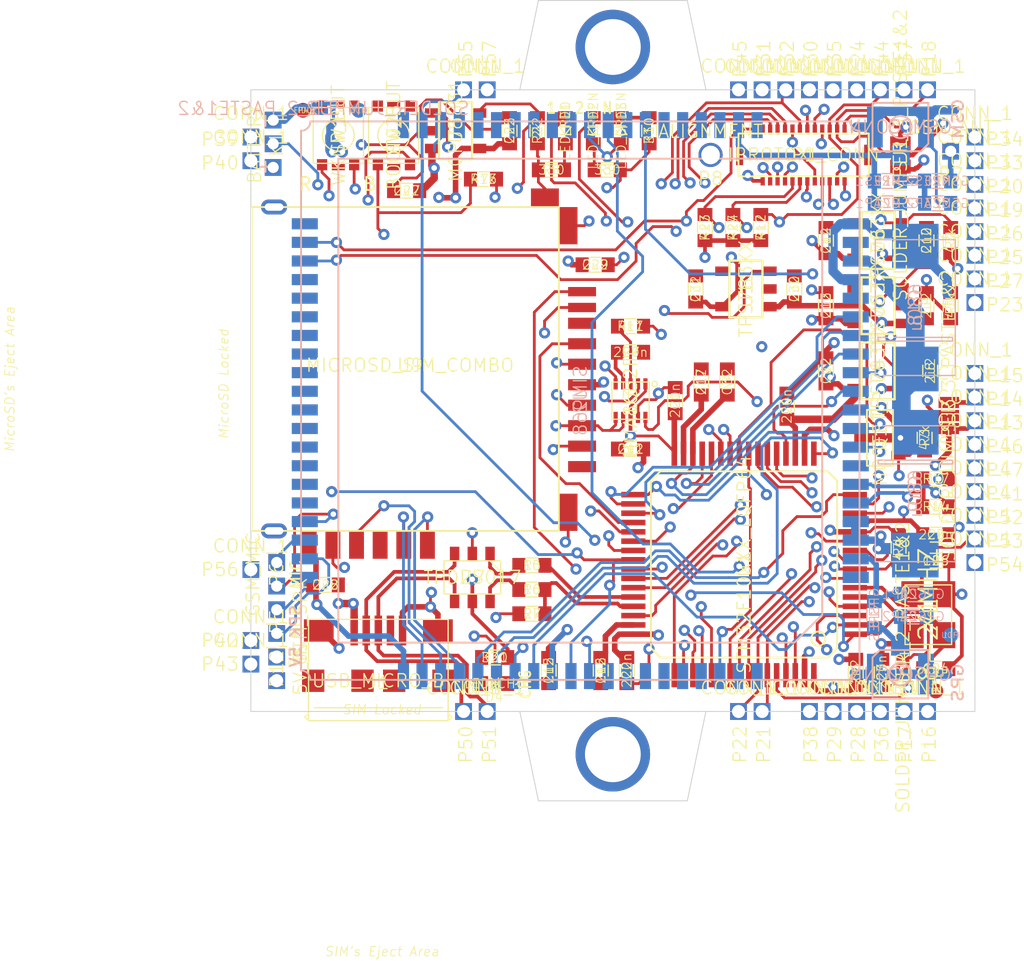
<source format=kicad_pcb>
(kicad_pcb (version 3) (host pcbnew "(2013-jul-07)-stable")
  (layers (15 Top signal) (4 Sig1 signal hide) (3 Sig2 signal hide) (2 VDD power hide) (1 GND power hide) (0 Bot signal) (18 B.Paste user hide) (19 F.Paste user hide) (20 B.SilkS user) (21 F.SilkS user) (22 B.Mask user) (23 F.Mask user) (28 Edge.Cuts user))
  (net 0 "")
  (net 1 +5V)
  (net 2 +BATT)
  (net 3 /ACC_INT1)
  (net 4 /ACC_INT2)
  (net 5 /BATTERY_TEMP)
  (net 6 /BATT_PFET)
  (net 7 /BOOT0)
  (net 8 /CHARGER_STATUS)
  (net 9 /DISABLE_CHARGER)
  (net 10 /ENABLE_GSM_VBAT)
  (net 11 /ENABLE_LDO2)
  (net 12 /ENABLE_LDO3)
  (net 13 /ENABLE_LDO4)
  (net 14 /GPS_1PPS_SIGNAL)
  (net 15 /GPS_RXD)
  (net 16 /GPS_TXD)
  (net 17 /GPS_V_BACKUP_PWR)
  (net 18 /GPS_WAKEUP)
  (net 19 /GSM_CTS)
  (net 20 /GSM_DBG_RXD)
  (net 21 /GSM_DBG_TXD)
  (net 22 /GSM_DCD)
  (net 23 /GSM_DTR)
  (net 24 /GSM_NETLIGHT)
  (net 25 /GSM_PWRKEY)
  (net 26 /GSM_RI)
  (net 27 /GSM_RTS)
  (net 28 /GSM_RXD)
  (net 29 /GSM_STATUS)
  (net 30 /GSM_TXD)
  (net 31 /GSM_VRTC)
  (net 32 /I2C1_SCL)
  (net 33 /I2C1_SDA)
  (net 34 /LDO_2)
  (net 35 /LDO_3)
  (net 36 /LDO_4)
  (net 37 /LED1)
  (net 38 /LED2)
  (net 39 /MIC1N)
  (net 40 /MIC1P)
  (net 41 /MICROSD_CS)
  (net 42 /PA13_JTAG_TMS)
  (net 43 /PA14_JTAG_TCK)
  (net 44 /PA15_JTAG_TDI)
  (net 45 /PB0)
  (net 46 /PB1)
  (net 47 /PB12)
  (net 48 /PB3_JTAG_TDO)
  (net 49 /PB4_JTAG_TRST)
  (net 50 /PB5)
  (net 51 /PC3)
  (net 52 /SD_CARD_INSERTED)
  (net 53 /SIM-CLK)
  (net 54 /SIM-DATA)
  (net 55 /SIM-RST)
  (net 56 /SIM-VDD)
  (net 57 /SPI1_MISO)
  (net 58 /SPI1_MOSI)
  (net 59 /SPI1_SCK)
  (net 60 /SPK1N)
  (net 61 /SPK1P)
  (net 62 /STM32_OSC_IN)
  (net 63 /STM32_OSC_OUT)
  (net 64 /STM32_RST)
  (net 65 /USB_DM)
  (net 66 /USB_DP)
  (net 67 /VCC)
  (net 68 GND)
  (net 69 GNDA)
  (net 70 N-0000014)
  (net 71 N-0000015)
  (net 72 N-000002)
  (net 73 N-0000033)
  (net 74 N-0000034)
  (net 75 N-0000035)
  (net 76 N-0000037)
  (net 77 N-0000038)
  (net 78 N-000005)
  (net 79 N-0000051)
  (net 80 N-0000057)
  (net 81 N-0000058)
  (net 82 N-0000059)
  (net 83 N-000006)
  (net 84 N-0000060)
  (net 85 N-0000062)
  (net 86 N-0000064)
  (net 87 N-0000065)
  (net 88 N-0000066)
  (net 89 N-0000067)
  (net 90 N-0000068)
  (net 91 N-0000069)
  (net 92 VDD)
  (module 005INCH_PINSTRIP_THRUHOLE_2PIN (layer Top) (at 186.69 105.41 270)
    (fp_text reference P12 (at 0 0 270) (layer F.SilkS) (effects (font (size 0.70104 0.70104) (thickness 0.07112))))
    (fp_text value 5V_IN (at 0 -1.27 270) (layer F.SilkS) (effects (font (size 0.70104 0.70104) (thickness 0.07112))))
    (pad 1 thru_hole rect (at -0.635 0 270) (size 0.89916 0.89916) (drill 0.701039) (layers *.Cu *.Mask) (net 1 +5V))
    (pad 2 thru_hole rect (at 0.635 0 270) (size 0.89916 0.89916) (drill 0.701039) (layers *.Cu *.Mask) (net 68 GND))
  )
  (module 53047-0310_3PIN_THRU (layer Top) (at 186.5 77.2 90)
    (fp_text reference K1 (at -0.016 0.19 90) (layer F.SilkS) (effects (font (size 0.70104 0.70104) (thickness 0.07112))))
    (fp_text value BATTERY (at 0 -1.00076 90) (layer F.SilkS) (effects (font (size 0.70104 0.70104) (thickness 0.07112))))
    (pad 1 thru_hole rect (at -1.27 0 90) (size 0.89916 0.89916) (drill 0.599999) (layers *.Cu *.Mask) (net 2 +BATT))
    (pad 2 thru_hole rect (at 0 0 90) (size 0.89916 0.89916) (drill 0.599999) (layers *.Cu *.Mask) (net 5 /BATTERY_TEMP))
    (pad 3 thru_hole rect (at 1.27 0 90) (size 0.89916 0.89916) (drill 0.599999) (layers *.Cu *.Mask) (net 68 GND))
  )
  (module 005INCH_PINSTRIP_THRUHOLE_2PIN (layer Top) (at 186.69 102.87 270)
    (fp_text reference P5 (at 0 0 270) (layer F.SilkS) (effects (font (size 0.70104 0.70104) (thickness 0.07112))))
    (fp_text value GSM_SPK (at 0 -1.27 270) (layer F.SilkS) (effects (font (size 0.70104 0.70104) (thickness 0.07112))))
    (pad 1 thru_hole rect (at -0.635 0 270) (size 0.89916 0.89916) (drill 0.599999) (layers *.Cu *.Mask) (net 60 /SPK1N))
    (pad 2 thru_hole rect (at 0.635 0 270) (size 0.89916 0.89916) (drill 0.599999) (layers *.Cu *.Mask) (net 61 /SPK1P))
  )
  (module 005INCH_PINSTRIP_THRUHOLE_2PIN (layer Top) (at 186.69 100.33 90)
    (fp_text reference P6 (at 0 0 90) (layer F.SilkS) (effects (font (size 0.70104 0.70104) (thickness 0.07112))))
    (fp_text value GSM_MIC (at 0 -1.27 90) (layer F.SilkS) (effects (font (size 0.70104 0.70104) (thickness 0.07112))))
    (pad 1 thru_hole rect (at -0.635 0 90) (size 0.89916 0.89916) (drill 0.599999) (layers *.Cu *.Mask) (net 39 /MIC1N))
    (pad 2 thru_hole rect (at 0.635 0 90) (size 0.89916 0.89916) (drill 0.599999) (layers *.Cu *.Mask) (net 40 /MIC1P))
  )
  (module SMD_0603_RT (layer Top) (at 208.1 91 90)
    (fp_text reference C1 (at 0 0 90) (layer F.SilkS) (effects (font (size 0.50038 0.50038) (thickness 0.0508))))
    (fp_text value 220n (at 0 0 90) (layer F.SilkS) (effects (font (size 0.50038 0.50038) (thickness 0.0508))))
    (pad 1 smd rect (at -0.70104 0 90) (size 0.70104 0.79756) (layers Top F.Paste F.Mask) (net 92 VDD))
    (pad 2 smd rect (at 0.70104 0 90) (size 0.70104 0.79756) (layers Top F.Paste F.Mask) (net 68 GND))
  )
  (module SMD_0603_RT (layer Top) (at 205.5 105.5 270)
    (fp_text reference C2 (at 0 0 270) (layer F.SilkS) (effects (font (size 0.50038 0.50038) (thickness 0.0508))))
    (fp_text value 220n (at 0 0 270) (layer F.SilkS) (effects (font (size 0.50038 0.50038) (thickness 0.0508))))
    (pad 1 smd rect (at -0.70104 0 270) (size 0.70104 0.79756) (layers Top F.Paste F.Mask) (net 92 VDD))
    (pad 2 smd rect (at 0.70104 0 270) (size 0.70104 0.79756) (layers Top F.Paste F.Mask) (net 68 GND))
  )
  (module SMD_0603_RT (layer Top) (at 219.2 105.6 90)
    (fp_text reference C3 (at 0 0 90) (layer F.SilkS) (effects (font (size 0.50038 0.50038) (thickness 0.0508))))
    (fp_text value 220n (at 0 0 90) (layer F.SilkS) (effects (font (size 0.50038 0.50038) (thickness 0.0508))))
    (pad 1 smd rect (at -0.70104 0 90) (size 0.70104 0.79756) (layers Top F.Paste F.Mask) (net 92 VDD))
    (pad 2 smd rect (at 0.70104 0 90) (size 0.70104 0.79756) (layers Top F.Paste F.Mask) (net 68 GND))
  )
  (module SMD_0603_RT (layer Top) (at 214.1 91.3 90)
    (fp_text reference C4 (at 0 0 90) (layer F.SilkS) (effects (font (size 0.50038 0.50038) (thickness 0.0508))))
    (fp_text value 220n (at 0 0 90) (layer F.SilkS) (effects (font (size 0.50038 0.50038) (thickness 0.0508))))
    (pad 1 smd rect (at -0.70104 0 90) (size 0.70104 0.79756) (layers Top F.Paste F.Mask) (net 92 VDD))
    (pad 2 smd rect (at 0.70104 0 90) (size 0.70104 0.79756) (layers Top F.Paste F.Mask) (net 68 GND))
  )
  (module SMD_0603_RT (layer Top) (at 222.1 98.2)
    (fp_text reference C5 (at 0 0) (layer F.SilkS) (effects (font (size 0.50038 0.50038) (thickness 0.0508))))
    (fp_text value 220n (at 0 0) (layer F.SilkS) (effects (font (size 0.50038 0.50038) (thickness 0.0508))))
    (pad 1 smd rect (at -0.70104 0) (size 0.70104 0.79756) (layers Top F.Paste F.Mask) (net 92 VDD))
    (pad 2 smd rect (at 0.70104 0) (size 0.70104 0.79756) (layers Top F.Paste F.Mask) (net 68 GND))
  )
  (module SMD_0603_RT (layer Top) (at 217.8 105.6 90)
    (fp_text reference C6 (at 0 0 90) (layer F.SilkS) (effects (font (size 0.50038 0.50038) (thickness 0.0508))))
    (fp_text value 2u2 (at 0 0 90) (layer F.SilkS) (effects (font (size 0.50038 0.50038) (thickness 0.0508))))
    (pad 1 smd rect (at -0.70104 0 90) (size 0.70104 0.79756) (layers Top F.Paste F.Mask) (net 92 VDD))
    (pad 2 smd rect (at 0.70104 0 90) (size 0.70104 0.79756) (layers Top F.Paste F.Mask) (net 68 GND))
  )
  (module SMD_0603_RT (layer Top) (at 205.7 88.4 180)
    (fp_text reference C7 (at 0 0 180) (layer F.SilkS) (effects (font (size 0.50038 0.50038) (thickness 0.0508))))
    (fp_text value 220n (at 0 0 180) (layer F.SilkS) (effects (font (size 0.50038 0.50038) (thickness 0.0508))))
    (pad 1 smd rect (at -0.70104 0 180) (size 0.70104 0.79756) (layers Top F.Paste F.Mask) (net 68 GND))
    (pad 2 smd rect (at 0.70104 0 180) (size 0.70104 0.79756) (layers Top F.Paste F.Mask) (net 90 N-0000068))
  )
  (module SMD_0603_RT (layer Top) (at 221.8 89.4 270)
    (fp_text reference C8 (at 0 0 270) (layer F.SilkS) (effects (font (size 0.50038 0.50038) (thickness 0.0508))))
    (fp_text value 2u2 (at 0 0 270) (layer F.SilkS) (effects (font (size 0.50038 0.50038) (thickness 0.0508))))
    (pad 1 smd rect (at -0.70104 0 270) (size 0.70104 0.79756) (layers Top F.Paste F.Mask) (net 68 GND))
    (pad 2 smd rect (at 0.70104 0 270) (size 0.70104 0.79756) (layers Top F.Paste F.Mask) (net 2 +BATT))
  )
  (module SMD_0603_RT (layer Top) (at 221.6 85.9 270)
    (fp_text reference C9 (at 0 0 270) (layer F.SilkS) (effects (font (size 0.50038 0.50038) (thickness 0.0508))))
    (fp_text value 2u2 (at 0 0 270) (layer F.SilkS) (effects (font (size 0.50038 0.50038) (thickness 0.0508))))
    (pad 1 smd rect (at -0.70104 0 270) (size 0.70104 0.79756) (layers Top F.Paste F.Mask) (net 68 GND))
    (pad 2 smd rect (at 0.70104 0 270) (size 0.70104 0.79756) (layers Top F.Paste F.Mask) (net 2 +BATT))
  )
  (module SMD_0603_RT (layer Top) (at 221.6 82.4 270)
    (fp_text reference C10 (at 0 0 270) (layer F.SilkS) (effects (font (size 0.50038 0.50038) (thickness 0.0508))))
    (fp_text value 2u2 (at 0 0 270) (layer F.SilkS) (effects (font (size 0.50038 0.50038) (thickness 0.0508))))
    (pad 1 smd rect (at -0.70104 0 270) (size 0.70104 0.79756) (layers Top F.Paste F.Mask) (net 68 GND))
    (pad 2 smd rect (at 0.70104 0 270) (size 0.70104 0.79756) (layers Top F.Paste F.Mask) (net 2 +BATT))
  )
  (module SMD_0603_RT (layer Top) (at 205.7 93.6)
    (fp_text reference C11 (at 0 0) (layer F.SilkS) (effects (font (size 0.50038 0.50038) (thickness 0.0508))))
    (fp_text value 2u2 (at 0 0) (layer F.SilkS) (effects (font (size 0.50038 0.50038) (thickness 0.0508))))
    (pad 1 smd rect (at -0.70104 0) (size 0.70104 0.79756) (layers Top F.Paste F.Mask) (net 92 VDD))
    (pad 2 smd rect (at 0.70104 0) (size 0.70104 0.79756) (layers Top F.Paste F.Mask) (net 68 GND))
  )
  (module SMD_0603_RT (layer Top) (at 216.2 89.4 90)
    (fp_text reference C12 (at 0 0 90) (layer F.SilkS) (effects (font (size 0.50038 0.50038) (thickness 0.0508))))
    (fp_text value 2u2 (at 0 0 90) (layer F.SilkS) (effects (font (size 0.50038 0.50038) (thickness 0.0508))))
    (pad 1 smd rect (at -0.70104 0 90) (size 0.70104 0.79756) (layers Top F.Paste F.Mask) (net 92 VDD))
    (pad 2 smd rect (at 0.70104 0 90) (size 0.70104 0.79756) (layers Top F.Paste F.Mask) (net 68 GND))
  )
  (module SMD_0603_RT (layer Top) (at 216.2 85.9 90)
    (fp_text reference C13 (at 0 0 90) (layer F.SilkS) (effects (font (size 0.50038 0.50038) (thickness 0.0508))))
    (fp_text value 2u2 (at 0 0 90) (layer F.SilkS) (effects (font (size 0.50038 0.50038) (thickness 0.0508))))
    (pad 1 smd rect (at -0.70104 0 90) (size 0.70104 0.79756) (layers Top F.Paste F.Mask) (net 34 /LDO_2))
    (pad 2 smd rect (at 0.70104 0 90) (size 0.70104 0.79756) (layers Top F.Paste F.Mask) (net 68 GND))
  )
  (module SMD_0603_RT (layer Top) (at 216.2 82.4 90)
    (fp_text reference C14 (at 0 0 90) (layer F.SilkS) (effects (font (size 0.50038 0.50038) (thickness 0.0508))))
    (fp_text value 2u2 (at 0 0 90) (layer F.SilkS) (effects (font (size 0.50038 0.50038) (thickness 0.0508))))
    (pad 1 smd rect (at -0.70104 0 90) (size 0.70104 0.79756) (layers Top F.Paste F.Mask) (net 35 /LDO_3))
    (pad 2 smd rect (at 0.70104 0 90) (size 0.70104 0.79756) (layers Top F.Paste F.Mask) (net 68 GND))
  )
  (module SMD_0603_RT (layer Top) (at 201.3 105.5 90)
    (fp_text reference C15 (at 0 0 90) (layer F.SilkS) (effects (font (size 0.50038 0.50038) (thickness 0.0508))))
    (fp_text value 2u2 (at 0 0 90) (layer F.SilkS) (effects (font (size 0.50038 0.50038) (thickness 0.0508))))
    (pad 1 smd rect (at -0.70104 0 90) (size 0.70104 0.79756) (layers Top F.Paste F.Mask) (net 68 GND))
    (pad 2 smd rect (at 0.70104 0 90) (size 0.70104 0.79756) (layers Top F.Paste F.Mask) (net 35 /LDO_3))
  )
  (module SMD_0603_RT (layer Top) (at 204.1 105.5 270)
    (fp_text reference C16 (at 0 0 270) (layer F.SilkS) (effects (font (size 0.50038 0.50038) (thickness 0.0508))))
    (fp_text value 2u2 (at 0 0 270) (layer F.SilkS) (effects (font (size 0.50038 0.50038) (thickness 0.0508))))
    (pad 1 smd rect (at -0.70104 0 270) (size 0.70104 0.79756) (layers Top F.Paste F.Mask) (net 78 N-000005))
    (pad 2 smd rect (at 0.70104 0 270) (size 0.70104 0.79756) (layers Top F.Paste F.Mask) (net 68 GND))
  )
  (module SMD_0603_RT (layer Top) (at 209.5 90 90)
    (fp_text reference C17 (at 0 0 90) (layer F.SilkS) (effects (font (size 0.50038 0.50038) (thickness 0.0508))))
    (fp_text value 2u2 (at 0 0 90) (layer F.SilkS) (effects (font (size 0.50038 0.50038) (thickness 0.0508))))
    (pad 1 smd rect (at -0.70104 0 90) (size 0.70104 0.79756) (layers Top F.Paste F.Mask) (net 83 N-000006))
    (pad 2 smd rect (at 0.70104 0 90) (size 0.70104 0.79756) (layers Top F.Paste F.Mask) (net 68 GND))
  )
  (module TANTALUM_D_E_2917 (layer Bot) (at 221 86 90)
    (fp_text reference C18 (at 0 0 90) (layer B.SilkS) (effects (font (size 0.70104 0.70104) (thickness 0.07112)) (justify mirror)))
    (fp_text value 680u (at 0 0 90) (layer B.SilkS) (effects (font (size 0.70104 0.70104) (thickness 0.07112)) (justify mirror)))
    (pad 1 smd rect (at -3.29946 0 90) (size 2.4003 2.49936) (layers Bot B.Paste B.Mask) (net 6 /BATT_PFET))
    (pad 2 smd rect (at 3.29946 0 90) (size 2.4003 2.49936) (layers Bot B.Paste B.Mask) (net 69 GNDA))
  )
  (module TANTALUM_D_E_2917 (layer Bot) (at 221 96 270)
    (fp_text reference C19 (at 0 0 270) (layer B.SilkS) (effects (font (size 0.70104 0.70104) (thickness 0.07112)) (justify mirror)))
    (fp_text value 680u (at 0 0 270) (layer B.SilkS) (effects (font (size 0.70104 0.70104) (thickness 0.07112)) (justify mirror)))
    (pad 1 smd rect (at -3.29946 0 270) (size 2.4003 2.49936) (layers Bot B.Paste B.Mask) (net 6 /BATT_PFET))
    (pad 2 smd rect (at 3.29946 0 270) (size 2.4003 2.49936) (layers Bot B.Paste B.Mask) (net 69 GNDA))
  )
  (module SMD_0603_RT (layer Bot) (at 220.9 101.4 180)
    (fp_text reference C20 (at 0 0 180) (layer B.SilkS) (effects (font (size 0.50038 0.50038) (thickness 0.0508)) (justify mirror)))
    (fp_text value GPSCAP1 (at 0 0 180) (layer B.SilkS) (effects (font (size 0.50038 0.50038) (thickness 0.0508)) (justify mirror)))
    (pad 1 smd rect (at -0.70104 0 180) (size 0.70104 0.79756) (layers Bot B.Paste B.Mask) (net 69 GNDA))
    (pad 2 smd rect (at 0.70104 0 180) (size 0.70104 0.79756) (layers Bot B.Paste B.Mask) (net 70 N-0000014))
  )
  (module SMD_0603_RT (layer Bot) (at 219.5 80.4 180)
    (fp_text reference C21 (at 0 0 180) (layer B.SilkS) (effects (font (size 0.50038 0.50038) (thickness 0.0508)) (justify mirror)))
    (fp_text value GSMCAP1 (at 0 0 180) (layer B.SilkS) (effects (font (size 0.50038 0.50038) (thickness 0.0508)) (justify mirror)))
    (pad 1 smd rect (at -0.70104 0 180) (size 0.70104 0.79756) (layers Bot B.Paste B.Mask) (net 69 GNDA))
    (pad 2 smd rect (at 0.70104 0 180) (size 0.70104 0.79756) (layers Bot B.Paste B.Mask) (net 80 N-0000057))
  )
  (module SMD_0603_RT (layer Bot) (at 220.9 102.6 180)
    (fp_text reference C22 (at 0 0 180) (layer B.SilkS) (effects (font (size 0.50038 0.50038) (thickness 0.0508)) (justify mirror)))
    (fp_text value GPSCAP2 (at 0 0 180) (layer B.SilkS) (effects (font (size 0.50038 0.50038) (thickness 0.0508)) (justify mirror)))
    (pad 1 smd rect (at -0.70104 0 180) (size 0.70104 0.79756) (layers Bot B.Paste B.Mask) (net 69 GNDA))
    (pad 2 smd rect (at 0.70104 0 180) (size 0.70104 0.79756) (layers Bot B.Paste B.Mask) (net 71 N-0000015))
  )
  (module SMD_0603_RT (layer Bot) (at 222.2 80.4 180)
    (fp_text reference C23 (at 0 0 180) (layer B.SilkS) (effects (font (size 0.50038 0.50038) (thickness 0.0508)) (justify mirror)))
    (fp_text value GSMCAP2 (at 0 0 180) (layer B.SilkS) (effects (font (size 0.50038 0.50038) (thickness 0.0508)) (justify mirror)))
    (pad 1 smd rect (at -0.70104 0 180) (size 0.70104 0.79756) (layers Bot B.Paste B.Mask) (net 69 GNDA))
    (pad 2 smd rect (at 0.70104 0 180) (size 0.70104 0.79756) (layers Bot B.Paste B.Mask) (net 81 N-0000058))
  )
  (module SMD_0603_RT (layer Top) (at 222.1 105.4 180)
    (fp_text reference C24 (at 0 0 180) (layer F.SilkS) (effects (font (size 0.50038 0.50038) (thickness 0.0508))))
    (fp_text value 10p (at 0 0 180) (layer F.SilkS) (effects (font (size 0.50038 0.50038) (thickness 0.0508))))
    (pad 1 smd rect (at -0.70104 0 180) (size 0.70104 0.79756) (layers Top F.Paste F.Mask) (net 68 GND))
    (pad 2 smd rect (at 0.70104 0 180) (size 0.70104 0.79756) (layers Top F.Paste F.Mask) (net 62 /STM32_OSC_IN))
  )
  (module SMD_0603_RT (layer Top) (at 199.2 76.5 270)
    (fp_text reference C25 (at 0 0 270) (layer F.SilkS) (effects (font (size 0.50038 0.50038) (thickness 0.0508))))
    (fp_text value 2u2 (at 0 0 270) (layer F.SilkS) (effects (font (size 0.50038 0.50038) (thickness 0.0508))))
    (pad 1 smd rect (at -0.70104 0 270) (size 0.70104 0.79756) (layers Top F.Paste F.Mask) (net 68 GND))
    (pad 2 smd rect (at 0.70104 0 270) (size 0.70104 0.79756) (layers Top F.Paste F.Mask) (net 1 +5V))
  )
  (module SMD_0603_RT (layer Top) (at 222.1 99.6)
    (fp_text reference C26 (at 0 0) (layer F.SilkS) (effects (font (size 0.50038 0.50038) (thickness 0.0508))))
    (fp_text value 10p (at 0 0) (layer F.SilkS) (effects (font (size 0.50038 0.50038) (thickness 0.0508))))
    (pad 1 smd rect (at -0.70104 0) (size 0.70104 0.79756) (layers Top F.Paste F.Mask) (net 63 /STM32_OSC_OUT))
    (pad 2 smd rect (at 0.70104 0) (size 0.70104 0.79756) (layers Top F.Paste F.Mask) (net 68 GND))
  )
  (module SMD_0603_RT (layer Top) (at 193.67 79.72 180)
    (fp_text reference C27 (at 0 0 180) (layer F.SilkS) (effects (font (size 0.50038 0.50038) (thickness 0.0508))))
    (fp_text value 2u2 (at 0 0 180) (layer F.SilkS) (effects (font (size 0.50038 0.50038) (thickness 0.0508))))
    (pad 1 smd rect (at -0.70104 0 180) (size 0.70104 0.79756) (layers Top F.Paste F.Mask) (net 2 +BATT))
    (pad 2 smd rect (at 0.70104 0 180) (size 0.70104 0.79756) (layers Top F.Paste F.Mask) (net 68 GND))
  )
  (module SMD_0603_RT (layer Top) (at 189.3 100.9 180)
    (fp_text reference C28 (at 0 0 180) (layer F.SilkS) (effects (font (size 0.50038 0.50038) (thickness 0.0508))))
    (fp_text value 2u2 (at 0 0 180) (layer F.SilkS) (effects (font (size 0.50038 0.50038) (thickness 0.0508))))
    (pad 1 smd rect (at -0.70104 0 180) (size 0.70104 0.79756) (layers Top F.Paste F.Mask) (net 68 GND))
    (pad 2 smd rect (at 0.70104 0 180) (size 0.70104 0.79756) (layers Top F.Paste F.Mask) (net 56 /SIM-VDD))
  )
  (module SMD_0603_RT (layer Top) (at 203.8 83.7)
    (fp_text reference C29 (at 0 0) (layer F.SilkS) (effects (font (size 0.50038 0.50038) (thickness 0.0508))))
    (fp_text value 2u2 (at 0 0) (layer F.SilkS) (effects (font (size 0.50038 0.50038) (thickness 0.0508))))
    (pad 1 smd rect (at -0.70104 0) (size 0.70104 0.79756) (layers Top F.Paste F.Mask) (net 34 /LDO_2))
    (pad 2 smd rect (at 0.70104 0) (size 0.70104 0.79756) (layers Top F.Paste F.Mask) (net 68 GND))
  )
  (module LED_SMD-0603 (layer Top) (at 202.2 76.5 270)
    (fp_text reference D1 (at -1.062 0.016 270) (layer F.SilkS) (effects (font (size 0.50038 0.50038) (thickness 0.0508))))
    (fp_text value LED_RED (at 0 0 270) (layer F.SilkS) (effects (font (size 0.50038 0.50038) (thickness 0.0508))))
    (pad 1 smd rect (at -0.70104 0 270) (size 0.70104 0.79756) (layers Top F.Paste F.Mask) (net 37 /LED1))
    (pad 2 smd rect (at 0.70104 0 270) (size 0.70104 0.79756) (layers Top F.Paste F.Mask) (net 88 N-0000066))
  )
  (module LED_SMD-0603 (layer Top) (at 203.7 76.5 270)
    (fp_text reference D2 (at -1.062 -0.008 270) (layer F.SilkS) (effects (font (size 0.50038 0.50038) (thickness 0.0508))))
    (fp_text value LED_GREEN (at 0 0 270) (layer F.SilkS) (effects (font (size 0.50038 0.50038) (thickness 0.0508))))
    (pad 1 smd rect (at -0.70104 0 270) (size 0.70104 0.79756) (layers Top F.Paste F.Mask) (net 38 /LED2))
    (pad 2 smd rect (at 0.70104 0 270) (size 0.70104 0.79756) (layers Top F.Paste F.Mask) (net 89 N-0000067))
  )
  (module LED_SMD-0603 (layer Top) (at 205.2 76.5 90)
    (fp_text reference D3 (at 1.062 0.032 90) (layer F.SilkS) (effects (font (size 0.50038 0.50038) (thickness 0.0508))))
    (fp_text value LED_GREEN (at 0 0 90) (layer F.SilkS) (effects (font (size 0.50038 0.50038) (thickness 0.0508))))
    (pad 1 smd rect (at -0.70104 0 90) (size 0.70104 0.79756) (layers Top F.Paste F.Mask) (net 24 /GSM_NETLIGHT))
    (pad 2 smd rect (at 0.70104 0 90) (size 0.70104 0.79756) (layers Top F.Paste F.Mask) (net 87 N-0000065))
  )
  (module LED_SMD-0603 (layer Top) (at 198.4 106.2)
    (fp_text reference D4 (at -0.026 0.734) (layer F.SilkS) (effects (font (size 0.50038 0.50038) (thickness 0.0508))))
    (fp_text value LED_CHG (at 0 0) (layer F.SilkS) (effects (font (size 0.50038 0.50038) (thickness 0.0508))))
    (pad 1 smd rect (at -0.70104 0) (size 0.70104 0.79756) (layers Top F.Paste F.Mask) (net 91 N-0000069))
    (pad 2 smd rect (at 0.70104 0) (size 0.70104 0.79756) (layers Top F.Paste F.Mask) (net 8 /CHARGER_STATUS))
  )
  (module MICROUSB_B_10118192-0001LF (layer Top) (at 192.15 106.05 90)
    (fp_text reference J1 (at -0.1 0 180) (layer F.SilkS) (effects (font (size 0.70104 0.70104) (thickness 0.07112))))
    (fp_text value USB_MICRO_B (at 0 0 180) (layer F.SilkS) (effects (font (size 0.70104 0.70104) (thickness 0.07112))))
    (pad 5 smd rect (at 2.7004 1.30048 90) (size 1.6 0.4) (layers Top F.Paste F.Mask) (net 68 GND))
    (pad 4 smd rect (at 2.7004 0.65024 90) (size 1.6 0.4) (layers Top F.Paste F.Mask))
    (pad 3 smd rect (at 2.7004 0 90) (size 1.6 0.4) (layers Top F.Paste F.Mask) (net 79 N-0000051))
    (pad 2 smd rect (at 2.7004 -0.65024 90) (size 1.6 0.4) (layers Top F.Paste F.Mask) (net 86 N-0000064))
    (pad 1 smd rect (at 2.7 -1.3 90) (size 1.6 0.4) (layers Top F.Paste F.Mask) (net 1 +5V))
    (pad 5 smd rect (at 0 -0.8509 90) (size 1.2 1.2) (layers Top F.Paste F.Mask) (net 68 GND))
    (pad 5 smd rect (at 0 0.8509 90) (size 1.2 1.2) (layers Top F.Paste F.Mask) (net 68 GND))
    (pad 5 smd rect (at 2.7 -3.2 90) (size 1.2 1.6) (layers Top F.Paste F.Mask) (net 68 GND))
    (pad 5 smd rect (at 2.7 3.2 90) (size 1.2 1.6) (layers Top F.Paste F.Mask) (net 68 GND))
    (pad 5 smd rect (at 0 -3.5 90) (size 1.2 1.2) (layers Top F.Paste F.Mask) (net 68 GND))
    (pad 5 smd rect (at 0 3.5 90) (size 1.2 1.2) (layers Top F.Paste F.Mask) (net 68 GND))
  )
  (module SOT23-GDS (layer Top) (at 219.1 93 270)
    (fp_text reference Q1 (at 0 0 270) (layer F.SilkS) (effects (font (size 0.70104 0.70104) (thickness 0.07112))))
    (fp_text value MOSFET_P (at 0 0 270) (layer F.SilkS) (effects (font (size 0.70104 0.70104) (thickness 0.07112))))
    (pad D smd rect (at 0 1 270) (size 0.508 0.762) (layers Top F.Paste F.Mask) (net 6 /BATT_PFET))
    (pad G smd rect (at 0.95 -1 270) (size 0.508 0.762) (layers Top F.Paste F.Mask) (net 10 /ENABLE_GSM_VBAT))
    (pad S smd rect (at -0.95 -1 270) (size 0.508 0.762) (layers Top F.Paste F.Mask) (net 2 +BATT))
  )
  (module SMD_0603_RT (layer Top) (at 222.9 85.9 90)
    (fp_text reference R1 (at 0 0 90) (layer F.SilkS) (effects (font (size 0.50038 0.50038) (thickness 0.0508))))
    (fp_text value 47k (at 0 0 90) (layer F.SilkS) (effects (font (size 0.50038 0.50038) (thickness 0.0508))))
    (pad 1 smd rect (at -0.70104 0 90) (size 0.70104 0.79756) (layers Top F.Paste F.Mask) (net 68 GND))
    (pad 2 smd rect (at 0.70104 0 90) (size 0.70104 0.79756) (layers Top F.Paste F.Mask) (net 11 /ENABLE_LDO2))
  )
  (module SMD_0603_RT (layer Top) (at 222.9 82.4 90)
    (fp_text reference R2 (at 0 0 90) (layer F.SilkS) (effects (font (size 0.50038 0.50038) (thickness 0.0508))))
    (fp_text value 47k (at 0 0 90) (layer F.SilkS) (effects (font (size 0.50038 0.50038) (thickness 0.0508))))
    (pad 1 smd rect (at -0.70104 0 90) (size 0.70104 0.79756) (layers Top F.Paste F.Mask) (net 68 GND))
    (pad 2 smd rect (at 0.70104 0 90) (size 0.70104 0.79756) (layers Top F.Paste F.Mask) (net 12 /ENABLE_LDO3))
  )
  (module SMD_0603_RT (layer Top) (at 221.5 93 90)
    (fp_text reference R3 (at 0 0 90) (layer F.SilkS) (effects (font (size 0.50038 0.50038) (thickness 0.0508))))
    (fp_text value 47k (at 0 0 90) (layer F.SilkS) (effects (font (size 0.50038 0.50038) (thickness 0.0508))))
    (pad 1 smd rect (at -0.70104 0 90) (size 0.70104 0.79756) (layers Top F.Paste F.Mask) (net 10 /ENABLE_GSM_VBAT))
    (pad 2 smd rect (at 0.70104 0 90) (size 0.70104 0.79756) (layers Top F.Paste F.Mask) (net 2 +BATT))
  )
  (module SMD_0603_RT (layer Top) (at 220.1 98.9 270)
    (fp_text reference R4 (at 0 0 270) (layer F.SilkS) (effects (font (size 0.50038 0.50038) (thickness 0.0508))))
    (fp_text value 47k (at 0 0 270) (layer F.SilkS) (effects (font (size 0.50038 0.50038) (thickness 0.0508))))
    (pad 1 smd rect (at -0.70104 0 270) (size 0.70104 0.79756) (layers Top F.Paste F.Mask) (net 68 GND))
    (pad 2 smd rect (at 0.70104 0 270) (size 0.70104 0.79756) (layers Top F.Paste F.Mask) (net 13 /ENABLE_LDO4))
  )
  (module SMD_0603_RT (layer Top) (at 200.4 99.85)
    (fp_text reference R5 (at 0 0) (layer F.SilkS) (effects (font (size 0.50038 0.50038) (thickness 0.0508))))
    (fp_text value 10 (at 0 0) (layer F.SilkS) (effects (font (size 0.50038 0.50038) (thickness 0.0508))))
    (pad 1 smd rect (at -0.70104 0) (size 0.70104 0.79756) (layers Top F.Paste F.Mask) (net 85 N-0000062))
    (pad 2 smd rect (at 0.70104 0) (size 0.70104 0.79756) (layers Top F.Paste F.Mask) (net 65 /USB_DM))
  )
  (module SMD_0603_RT (layer Top) (at 200.4 101.15)
    (fp_text reference R6 (at 0 0) (layer F.SilkS) (effects (font (size 0.50038 0.50038) (thickness 0.0508))))
    (fp_text value 10 (at 0 0) (layer F.SilkS) (effects (font (size 0.50038 0.50038) (thickness 0.0508))))
    (pad 1 smd rect (at -0.70104 0) (size 0.70104 0.79756) (layers Top F.Paste F.Mask) (net 84 N-0000060))
    (pad 2 smd rect (at 0.70104 0) (size 0.70104 0.79756) (layers Top F.Paste F.Mask) (net 66 /USB_DP))
  )
  (module SMD_0603_RT (layer Top) (at 200.4 102.45 180)
    (fp_text reference R7 (at 0 0 180) (layer F.SilkS) (effects (font (size 0.50038 0.50038) (thickness 0.0508))))
    (fp_text value 2k (at 0 0 180) (layer F.SilkS) (effects (font (size 0.50038 0.50038) (thickness 0.0508))))
    (pad 1 smd rect (at -0.70104 0 180) (size 0.70104 0.79756) (layers Top F.Paste F.Mask) (net 66 /USB_DP))
    (pad 2 smd rect (at 0.70104 0 180) (size 0.70104 0.79756) (layers Top F.Paste F.Mask) (net 92 VDD))
  )
  (module SMD_0603_RT (layer Top) (at 201.45 78.6 180)
    (fp_text reference R8 (at 0 0 180) (layer F.SilkS) (effects (font (size 0.50038 0.50038) (thickness 0.0508))))
    (fp_text value 330 (at 0 0 180) (layer F.SilkS) (effects (font (size 0.50038 0.50038) (thickness 0.0508))))
    (pad 1 smd rect (at -0.70104 0 180) (size 0.70104 0.79756) (layers Top F.Paste F.Mask) (net 88 N-0000066))
    (pad 2 smd rect (at 0.70104 0 180) (size 0.70104 0.79756) (layers Top F.Paste F.Mask) (net 68 GND))
  )
  (module SMD_0603_RT (layer Top) (at 204.45 78.6)
    (fp_text reference R9 (at 0 0) (layer F.SilkS) (effects (font (size 0.50038 0.50038) (thickness 0.0508))))
    (fp_text value 330 (at 0 0) (layer F.SilkS) (effects (font (size 0.50038 0.50038) (thickness 0.0508))))
    (pad 1 smd rect (at -0.70104 0) (size 0.70104 0.79756) (layers Top F.Paste F.Mask) (net 89 N-0000067))
    (pad 2 smd rect (at 0.70104 0) (size 0.70104 0.79756) (layers Top F.Paste F.Mask) (net 68 GND))
  )
  (module SMD_0603_RT (layer Top) (at 206.7 76.5 90)
    (fp_text reference R10 (at 0 0 90) (layer F.SilkS) (effects (font (size 0.50038 0.50038) (thickness 0.0508))))
    (fp_text value 330 (at 0 0 90) (layer F.SilkS) (effects (font (size 0.50038 0.50038) (thickness 0.0508))))
    (pad 1 smd rect (at -0.70104 0 90) (size 0.70104 0.79756) (layers Top F.Paste F.Mask) (net 68 GND))
    (pad 2 smd rect (at 0.70104 0 90) (size 0.70104 0.79756) (layers Top F.Paste F.Mask) (net 87 N-0000065))
  )
  (module SMD_0603_RT (layer Top) (at 205.7 87)
    (fp_text reference R11 (at 0 0) (layer F.SilkS) (effects (font (size 0.50038 0.50038) (thickness 0.0508))))
    (fp_text value 4k7 (at 0 0) (layer F.SilkS) (effects (font (size 0.50038 0.50038) (thickness 0.0508))))
    (pad 1 smd rect (at -0.70104 0) (size 0.70104 0.79756) (layers Top F.Paste F.Mask) (net 3 /ACC_INT1))
    (pad 2 smd rect (at 0.70104 0) (size 0.70104 0.79756) (layers Top F.Paste F.Mask) (net 72 N-000002))
  )
  (module SMD_0603_RT (layer Top) (at 212.7 81.7 90)
    (fp_text reference R12 (at 0 0 90) (layer F.SilkS) (effects (font (size 0.50038 0.50038) (thickness 0.0508))))
    (fp_text value 4k7 (at 0 0 90) (layer F.SilkS) (effects (font (size 0.50038 0.50038) (thickness 0.0508))))
    (pad 1 smd rect (at -0.70104 0 90) (size 0.70104 0.79756) (layers Top F.Paste F.Mask) (net 92 VDD))
    (pad 2 smd rect (at 0.70104 0 90) (size 0.70104 0.79756) (layers Top F.Paste F.Mask) (net 64 /STM32_RST))
  )
  (module SMD_0603_RT (layer Top) (at 197.8 79.1 180)
    (fp_text reference R13 (at 0 0 180) (layer F.SilkS) (effects (font (size 0.50038 0.50038) (thickness 0.0508))))
    (fp_text value 47k (at 0 0 180) (layer F.SilkS) (effects (font (size 0.50038 0.50038) (thickness 0.0508))))
    (pad 1 smd rect (at -0.70104 0 180) (size 0.70104 0.79756) (layers Top F.Paste F.Mask) (net 68 GND))
    (pad 2 smd rect (at 0.70104 0 180) (size 0.70104 0.79756) (layers Top F.Paste F.Mask) (net 7 /BOOT0))
  )
  (module SMD_0603_RT (layer Top) (at 222.1 96.7)
    (fp_text reference R14 (at 0 0) (layer F.SilkS) (effects (font (size 0.50038 0.50038) (thickness 0.0508))))
    (fp_text value NA (at 0 0) (layer F.SilkS) (effects (font (size 0.50038 0.50038) (thickness 0.0508))))
    (pad 1 smd rect (at -0.70104 0) (size 0.70104 0.79756) (layers Top F.Paste F.Mask) (net 75 N-0000035))
    (pad 2 smd rect (at 0.70104 0) (size 0.70104 0.79756) (layers Top F.Paste F.Mask) (net 74 N-0000034))
  )
  (module SMD_0603_RT (layer Top) (at 222.1 95.2 180)
    (fp_text reference R17 (at 0 0 180) (layer F.SilkS) (effects (font (size 0.50038 0.50038) (thickness 0.0508))))
    (fp_text value 10 (at 0 0 180) (layer F.SilkS) (effects (font (size 0.50038 0.50038) (thickness 0.0508))))
    (pad 1 smd rect (at -0.70104 0 180) (size 0.70104 0.79756) (layers Top F.Paste F.Mask) (net 73 N-0000033))
    (pad 2 smd rect (at 0.70104 0 180) (size 0.70104 0.79756) (layers Top F.Paste F.Mask) (net 75 N-0000035))
  )
  (module SMD_0603_RT (layer Bot) (at 218.8 102.5 90)
    (fp_text reference R18 (at 0 0 90) (layer B.SilkS) (effects (font (size 0.50038 0.50038) (thickness 0.0508)) (justify mirror)))
    (fp_text value GPSRES (at 0 0 90) (layer B.SilkS) (effects (font (size 0.50038 0.50038) (thickness 0.0508)) (justify mirror)))
    (pad 1 smd rect (at -0.70104 0 90) (size 0.70104 0.79756) (layers Bot B.Paste B.Mask) (net 71 N-0000015))
    (pad 2 smd rect (at 0.70104 0 90) (size 0.70104 0.79756) (layers Bot B.Paste B.Mask) (net 70 N-0000014))
  )
  (module SMD_0603_RT (layer Bot) (at 219.5 79.2 180)
    (fp_text reference R19 (at 0 0 180) (layer B.SilkS) (effects (font (size 0.50038 0.50038) (thickness 0.0508)) (justify mirror)))
    (fp_text value GSMRES1 (at 0 0 180) (layer B.SilkS) (effects (font (size 0.50038 0.50038) (thickness 0.0508)) (justify mirror)))
    (pad 1 smd rect (at -0.70104 0 180) (size 0.70104 0.79756) (layers Bot B.Paste B.Mask) (net 81 N-0000058))
    (pad 2 smd rect (at 0.70104 0 180) (size 0.70104 0.79756) (layers Bot B.Paste B.Mask) (net 80 N-0000057))
  )
  (module SMD_0603_RT (layer Bot) (at 222.2 79.2 180)
    (fp_text reference R20 (at 0 0 180) (layer B.SilkS) (effects (font (size 0.50038 0.50038) (thickness 0.0508)) (justify mirror)))
    (fp_text value GSMRES2 (at 0 0 180) (layer B.SilkS) (effects (font (size 0.50038 0.50038) (thickness 0.0508)) (justify mirror)))
    (pad 1 smd rect (at -0.70104 0 180) (size 0.70104 0.79756) (layers Bot B.Paste B.Mask) (net 82 N-0000059))
    (pad 2 smd rect (at 0.70104 0 180) (size 0.70104 0.79756) (layers Bot B.Paste B.Mask) (net 81 N-0000058))
  )
  (module SMD_0603_RT (layer Top) (at 198.4 104.8)
    (fp_text reference R21 (at 0 0) (layer F.SilkS) (effects (font (size 0.50038 0.50038) (thickness 0.0508))))
    (fp_text value 330 (at 0 0) (layer F.SilkS) (effects (font (size 0.50038 0.50038) (thickness 0.0508))))
    (pad 1 smd rect (at -0.70104 0) (size 0.70104 0.79756) (layers Top F.Paste F.Mask) (net 91 N-0000069))
    (pad 2 smd rect (at 0.70104 0) (size 0.70104 0.79756) (layers Top F.Paste F.Mask) (net 1 +5V))
  )
  (module SMD_0603_RT (layer Top) (at 200.7 76.5 270)
    (fp_text reference R22 (at 0 0 270) (layer F.SilkS) (effects (font (size 0.50038 0.50038) (thickness 0.0508))))
    (fp_text value 2k (at 0 0 270) (layer F.SilkS) (effects (font (size 0.50038 0.50038) (thickness 0.0508))))
    (pad 1 smd rect (at -0.70104 0 270) (size 0.70104 0.79756) (layers Top F.Paste F.Mask) (net 9 /DISABLE_CHARGER))
    (pad 2 smd rect (at 0.70104 0 270) (size 0.70104 0.79756) (layers Top F.Paste F.Mask) (net 68 GND))
  )
  (module SMD_0603_RT (layer Top) (at 209.7 81.7 270)
    (fp_text reference R23 (at 0 0 270) (layer F.SilkS) (effects (font (size 0.50038 0.50038) (thickness 0.0508))))
    (fp_text value 4k7 (at 0 0 270) (layer F.SilkS) (effects (font (size 0.50038 0.50038) (thickness 0.0508))))
    (pad 1 smd rect (at -0.70104 0 270) (size 0.70104 0.79756) (layers Top F.Paste F.Mask) (net 33 /I2C1_SDA))
    (pad 2 smd rect (at 0.70104 0 270) (size 0.70104 0.79756) (layers Top F.Paste F.Mask) (net 92 VDD))
  )
  (module SMD_0603_RT (layer Top) (at 211.2 81.7 90)
    (fp_text reference R24 (at 0 0 90) (layer F.SilkS) (effects (font (size 0.50038 0.50038) (thickness 0.0508))))
    (fp_text value 4k7 (at 0 0 90) (layer F.SilkS) (effects (font (size 0.50038 0.50038) (thickness 0.0508))))
    (pad 1 smd rect (at -0.70104 0 90) (size 0.70104 0.79756) (layers Top F.Paste F.Mask) (net 92 VDD))
    (pad 2 smd rect (at 0.70104 0 90) (size 0.70104 0.79756) (layers Top F.Paste F.Mask) (net 32 /I2C1_SCL))
  )
  (module SKSGPAE010 (layer Top) (at 190 76.75 90)
    (fp_text reference SW1 (at 0 0 90) (layer F.SilkS) (effects (font (size 0.70104 0.70104) (thickness 0.07112))))
    (fp_text value WKUP_BUT (at 0 0 90) (layer F.SilkS) (effects (font (size 0.70104 0.70104) (thickness 0.07112))))
    (pad 1 smd rect (at -1.5748 -0.87376 90) (size 0.59944 0.55118) (layers Top F.Paste F.Mask) (net 92 VDD))
    (pad 2 smd rect (at -1.5748 0.8509 90) (size 0.59944 0.55118) (layers Top F.Paste F.Mask) (net 72 N-000002))
    (pad 3 smd rect (at 1.5748 -0.87376 90) (size 0.59944 0.55118) (layers Top F.Paste F.Mask))
    (pad 4 smd rect (at 1.5748 0.8509 90) (size 0.59944 0.55118) (layers Top F.Paste F.Mask))
    (pad 5 smd rect (at -1.67386 0 90) (size 0.39878 0.70104) (layers Top F.Paste F.Mask))
    (pad 6 smd rect (at 1.67386 0 90) (size 0.39878 0.70104) (layers Top F.Paste F.Mask))
  )
  (module LQFP-64 (layer Top) (at 211.8 99.8 90)
    (fp_text reference U1 (at 0 0 90) (layer F.SilkS) (effects (font (size 0.70104 0.70104) (thickness 0.07112))))
    (fp_text value STM32F10XXX_LQFP64 (at 0 0 90) (layer F.SilkS) (effects (font (size 0.70104 0.70104) (thickness 0.07112))))
    (pad 4 smd rect (at -2.25044 5.95122 180) (size 1.30048 0.29972) (layers Top F.Paste F.Mask) (net 29 /GSM_STATUS))
    (pad 5 smd rect (at -1.75006 5.95122 180) (size 1.30048 0.29972) (layers Top F.Paste F.Mask) (net 62 /STM32_OSC_IN))
    (pad 6 smd rect (at -1.24968 5.95122 180) (size 1.30048 0.29972) (layers Top F.Paste F.Mask) (net 63 /STM32_OSC_OUT))
    (pad 7 smd rect (at -0.7493 5.95122 180) (size 1.30048 0.29972) (layers Top F.Paste F.Mask) (net 64 /STM32_RST))
    (pad 8 smd rect (at -0.24892 5.95122 180) (size 1.30048 0.29972) (layers Top F.Paste F.Mask) (net 13 /ENABLE_LDO4))
    (pad 1 smd rect (at -3.74904 5.95122 180) (size 1.30048 0.29972) (layers Top F.Paste F.Mask) (net 31 /GSM_VRTC))
    (pad 2 smd rect (at -3.2512 5.95122 180) (size 1.30048 0.29972) (layers Top F.Paste F.Mask) (net 17 /GPS_V_BACKUP_PWR))
    (pad 3 smd rect (at -2.75082 5.95122 180) (size 1.30048 0.29972) (layers Top F.Paste F.Mask) (net 77 N-0000038))
    (pad 17 smd rect (at 5.95122 3.74904 90) (size 1.30048 0.29972) (layers Top F.Paste F.Mask) (net 16 /GPS_TXD))
    (pad 18 smd rect (at 5.95122 3.2512 90) (size 1.30048 0.29972) (layers Top F.Paste F.Mask) (net 68 GND))
    (pad 19 smd rect (at 5.95122 2.75082 90) (size 1.30048 0.29972) (layers Top F.Paste F.Mask) (net 92 VDD))
    (pad 20 smd rect (at 5.95122 2.25044 90) (size 1.30048 0.29972) (layers Top F.Paste F.Mask) (net 22 /GSM_DCD))
    (pad 21 smd rect (at 5.95122 1.75006 90) (size 1.30048 0.29972) (layers Top F.Paste F.Mask) (net 59 /SPI1_SCK))
    (pad 22 smd rect (at 5.95122 1.24968 90) (size 1.30048 0.29972) (layers Top F.Paste F.Mask) (net 57 /SPI1_MISO))
    (pad 23 smd rect (at 5.95122 0.7493 90) (size 1.30048 0.29972) (layers Top F.Paste F.Mask) (net 58 /SPI1_MOSI))
    (pad 24 smd rect (at 5.95122 0.24892 90) (size 1.30048 0.29972) (layers Top F.Paste F.Mask) (net 25 /GSM_PWRKEY))
    (pad 33 smd rect (at 3.74904 -5.94868 180) (size 1.30048 0.29972) (layers Top F.Paste F.Mask) (net 47 /PB12))
    (pad 34 smd rect (at 3.2512 -5.94868 180) (size 1.30048 0.29972) (layers Top F.Paste F.Mask) (net 27 /GSM_RTS))
    (pad 35 smd rect (at 2.75082 -5.94868 180) (size 1.30048 0.29972) (layers Top F.Paste F.Mask) (net 19 /GSM_CTS))
    (pad 36 smd rect (at 2.25044 -5.94868 180) (size 1.30048 0.29972) (layers Top F.Paste F.Mask) (net 41 /MICROSD_CS))
    (pad 37 smd rect (at 1.75006 -5.94868 180) (size 1.30048 0.29972) (layers Top F.Paste F.Mask) (net 12 /ENABLE_LDO3))
    (pad 38 smd rect (at 1.24968 -5.94868 180) (size 1.30048 0.29972) (layers Top F.Paste F.Mask) (net 10 /ENABLE_GSM_VBAT))
    (pad 39 smd rect (at 0.7493 -5.94868 180) (size 1.30048 0.29972) (layers Top F.Paste F.Mask) (net 11 /ENABLE_LDO2))
    (pad 40 smd rect (at 0.24892 -5.94868 180) (size 1.30048 0.29972) (layers Top F.Paste F.Mask) (net 14 /GPS_1PPS_SIGNAL))
    (pad 49 smd rect (at -5.95122 -3.74904 90) (size 1.30048 0.29972) (layers Top F.Paste F.Mask) (net 43 /PA14_JTAG_TCK))
    (pad 50 smd rect (at -5.95122 -3.2512 90) (size 1.30048 0.29972) (layers Top F.Paste F.Mask) (net 44 /PA15_JTAG_TDI))
    (pad 51 smd rect (at -5.95122 -2.75082 90) (size 1.30048 0.29972) (layers Top F.Paste F.Mask) (net 52 /SD_CARD_INSERTED))
    (pad 52 smd rect (at -5.95122 -2.25044 90) (size 1.30048 0.29972) (layers Top F.Paste F.Mask) (net 8 /CHARGER_STATUS))
    (pad 53 smd rect (at -5.95122 -1.75006 90) (size 1.30048 0.29972) (layers Top F.Paste F.Mask) (net 9 /DISABLE_CHARGER))
    (pad 54 smd rect (at -5.95122 -1.24968 90) (size 1.30048 0.29972) (layers Top F.Paste F.Mask))
    (pad 55 smd rect (at -5.95122 -0.7493 90) (size 1.30048 0.29972) (layers Top F.Paste F.Mask) (net 48 /PB3_JTAG_TDO))
    (pad 56 smd rect (at -5.95122 -0.24892 90) (size 1.30048 0.29972) (layers Top F.Paste F.Mask) (net 49 /PB4_JTAG_TRST))
    (pad 9 smd rect (at 0.24892 5.95122 180) (size 1.30048 0.29972) (layers Top F.Paste F.Mask) (net 18 /GPS_WAKEUP))
    (pad 10 smd rect (at 0.7493 5.95122 180) (size 1.30048 0.29972) (layers Top F.Paste F.Mask) (net 76 N-0000037))
    (pad 11 smd rect (at 1.24968 5.95122 180) (size 1.30048 0.29972) (layers Top F.Paste F.Mask) (net 51 /PC3))
    (pad 25 smd rect (at 5.95122 -0.24892 90) (size 1.30048 0.29972) (layers Top F.Paste F.Mask) (net 23 /GSM_DTR))
    (pad 26 smd rect (at 5.95122 -0.7493 90) (size 1.30048 0.29972) (layers Top F.Paste F.Mask) (net 45 /PB0))
    (pad 27 smd rect (at 5.95122 -1.24968 90) (size 1.30048 0.29972) (layers Top F.Paste F.Mask) (net 46 /PB1))
    (pad 41 smd rect (at -0.24892 -5.94868 180) (size 1.30048 0.29972) (layers Top F.Paste F.Mask) (net 26 /GSM_RI))
    (pad 42 smd rect (at -0.7493 -5.94868 180) (size 1.30048 0.29972) (layers Top F.Paste F.Mask) (net 20 /GSM_DBG_RXD))
    (pad 43 smd rect (at -1.24968 -5.94868 180) (size 1.30048 0.29972) (layers Top F.Paste F.Mask) (net 21 /GSM_DBG_TXD))
    (pad 57 smd rect (at -5.95122 0.24892 90) (size 1.30048 0.29972) (layers Top F.Paste F.Mask) (net 50 /PB5))
    (pad 58 smd rect (at -5.95122 0.7493 90) (size 1.30048 0.29972) (layers Top F.Paste F.Mask) (net 32 /I2C1_SCL))
    (pad 59 smd rect (at -5.95122 1.24968 90) (size 1.30048 0.29972) (layers Top F.Paste F.Mask) (net 33 /I2C1_SDA))
    (pad 12 smd rect (at 1.75006 5.95122 180) (size 1.30048 0.29972) (layers Top F.Paste F.Mask) (net 68 GND))
    (pad 13 smd rect (at 2.25044 5.95122 180) (size 1.30048 0.29972) (layers Top F.Paste F.Mask) (net 92 VDD))
    (pad 14 smd rect (at 2.75082 5.95122 180) (size 1.30048 0.29972) (layers Top F.Paste F.Mask) (net 72 N-000002))
    (pad 15 smd rect (at 3.2512 5.95122 180) (size 1.30048 0.29972) (layers Top F.Paste F.Mask) (net 4 /ACC_INT2))
    (pad 16 smd rect (at 3.74904 5.95122 180) (size 1.30048 0.29972) (layers Top F.Paste F.Mask) (net 15 /GPS_RXD))
    (pad 28 smd rect (at 5.95122 -1.75006 90) (size 1.30048 0.29972) (layers Top F.Paste F.Mask) (net 68 GND))
    (pad 29 smd rect (at 5.95122 -2.25044 90) (size 1.30048 0.29972) (layers Top F.Paste F.Mask) (net 28 /GSM_RXD))
    (pad 30 smd rect (at 5.95122 -2.75082 90) (size 1.30048 0.29972) (layers Top F.Paste F.Mask) (net 30 /GSM_TXD))
    (pad 31 smd rect (at 5.95122 -3.2512 90) (size 1.30048 0.29972) (layers Top F.Paste F.Mask) (net 83 N-000006))
    (pad 32 smd rect (at 5.95122 -3.74904 90) (size 1.30048 0.29972) (layers Top F.Paste F.Mask) (net 92 VDD))
    (pad 44 smd rect (at -1.75006 -5.94868 180) (size 1.30048 0.29972) (layers Top F.Paste F.Mask) (net 65 /USB_DM))
    (pad 45 smd rect (at -2.25044 -5.94868 180) (size 1.30048 0.29972) (layers Top F.Paste F.Mask) (net 66 /USB_DP))
    (pad 46 smd rect (at -2.75082 -5.94868 180) (size 1.30048 0.29972) (layers Top F.Paste F.Mask) (net 42 /PA13_JTAG_TMS))
    (pad 47 smd rect (at -3.2512 -5.94868 180) (size 1.30048 0.29972) (layers Top F.Paste F.Mask) (net 78 N-000005))
    (pad 48 smd rect (at -3.74904 -5.94868 180) (size 1.30048 0.29972) (layers Top F.Paste F.Mask) (net 92 VDD))
    (pad 60 smd rect (at -5.95122 1.75006 90) (size 1.30048 0.29972) (layers Top F.Paste F.Mask) (net 7 /BOOT0))
    (pad 61 smd rect (at -5.95122 2.25044 90) (size 1.30048 0.29972) (layers Top F.Paste F.Mask) (net 37 /LED1))
    (pad 62 smd rect (at -5.95122 2.75082 90) (size 1.30048 0.29972) (layers Top F.Paste F.Mask) (net 38 /LED2))
    (pad 63 smd rect (at -5.95122 3.2512 90) (size 1.30048 0.29972) (layers Top F.Paste F.Mask) (net 68 GND))
    (pad 64 smd rect (at -5.95122 3.74904 90) (size 1.30048 0.29972) (layers Top F.Paste F.Mask) (net 92 VDD))
  )
  (module DFN_10PIN_2X2MM (layer Top) (at 205.7 91 270)
    (fp_text reference U3 (at 0 0 270) (layer F.SilkS) (effects (font (size 0.7 0.7) (thickness 0.07))))
    (fp_text value MMA8652FC (at 0 0 270) (layer F.SilkS) (effects (font (size 0.7 0.7) (thickness 0.07))))
    (pad 1 smd rect (at -0.9 -0.8 270) (size 0.6 0.225) (layers Top F.Paste F.Mask) (net 92 VDD))
    (pad 2 smd rect (at -0.9 -0.4 270) (size 0.6 0.225) (layers Top F.Paste F.Mask) (net 32 /I2C1_SCL))
    (pad 3 smd rect (at -0.9 0 270) (size 0.6 0.225) (layers Top F.Paste F.Mask) (net 3 /ACC_INT1))
    (pad 4 smd rect (at -0.9 0.4 270) (size 0.6 0.225) (layers Top F.Paste F.Mask) (net 90 N-0000068))
    (pad 5 smd rect (at -0.9 0.8 270) (size 0.6 0.225) (layers Top F.Paste F.Mask) (net 4 /ACC_INT2))
    (pad 6 smd rect (at 0.9 0.8 270) (size 0.6 0.225) (layers Top F.Paste F.Mask) (net 68 GND))
    (pad 7 smd rect (at 0.9 0.4 270) (size 0.6 0.225) (layers Top F.Paste F.Mask) (net 68 GND))
    (pad 8 smd rect (at 0.9 0 270) (size 0.6 0.225) (layers Top F.Paste F.Mask) (net 92 VDD))
    (pad 9 smd rect (at 0.9 -0.4 270) (size 0.6 0.225) (layers Top F.Paste F.Mask) (net 68 GND))
    (pad 10 smd rect (at 0.9 -0.8 270) (size 0.6 0.225) (layers Top F.Paste F.Mask) (net 33 /I2C1_SDA))
  )
  (module SOT23-6 (layer Top) (at 197.2 100.5 180)
    (fp_text reference U7 (at 0 0 360) (layer F.SilkS) (effects (font (size 0.70104 0.70104) (thickness 0.07112))))
    (fp_text value TPD2S017 (at 0 0 180) (layer F.SilkS) (effects (font (size 0.70104 0.70104) (thickness 0.07112))))
    (pad 1 smd rect (at -0.9525 1.27 180) (size 0.508 0.762) (layers Top F.Paste F.Mask) (net 85 N-0000062))
    (pad 3 smd rect (at 0.9525 1.27 180) (size 0.508 0.762) (layers Top F.Paste F.Mask) (net 86 N-0000064))
    (pad 5 smd rect (at 0 -1.27 180) (size 0.508 0.762) (layers Top F.Paste F.Mask) (net 1 +5V))
    (pad 2 smd rect (at 0 1.27 180) (size 0.508 0.762) (layers Top F.Paste F.Mask) (net 68 GND))
    (pad 4 smd rect (at 0.9525 -1.27 180) (size 0.508 0.762) (layers Top F.Paste F.Mask) (net 79 N-0000051))
    (pad 6 smd rect (at -0.9525 -1.27 180) (size 0.508 0.762) (layers Top F.Paste F.Mask) (net 84 N-0000060))
  )
  (module ABM8G_3_2X2_5MM_4PIN_CRYSTAL (layer Top) (at 221.7 102.5 90)
    (fp_text reference X1 (at 0 0 90) (layer F.SilkS) (effects (font (size 1.00076 1.00076) (thickness 0.09906))))
    (fp_text value 8-24MHZ (at 0 0 90) (layer F.SilkS) (effects (font (size 1.00076 1.00076) (thickness 0.09906))))
    (pad 1 smd rect (at -1.09982 0.84836 90) (size 1.39954 1.19888) (layers Top F.Paste F.Mask) (net 62 /STM32_OSC_IN))
    (pad 2 smd rect (at 1.09982 0.84836 90) (size 1.39954 1.19888) (layers Top F.Paste F.Mask) (net 68 GND))
    (pad 3 smd rect (at 1.09982 -0.8509 90) (size 1.39954 1.19888) (layers Top F.Paste F.Mask) (net 63 /STM32_OSC_OUT))
    (pad 4 smd rect (at -1.09982 -0.8509 90) (size 1.39954 1.19888) (layers Top F.Paste F.Mask) (net 68 GND))
  )
  (module 005INCH_PINSTRIP_THRUHOLE_1PIN (layer Top) (at 222.9 77.6)
    (fp_text reference P7 (at 0 1.27) (layer F.SilkS) (effects (font (size 0.70104 0.70104) (thickness 0.07112))))
    (fp_text value GSM_ANT (at 0 -1.27) (layer F.SilkS) (effects (font (size 0.70104 0.70104) (thickness 0.07112))))
    (pad 1 thru_hole rect (at 0 0) (size 0.89916 0.89916) (drill 0.599999) (layers *.Cu *.Mask) (net 82 N-0000059))
  )
  (module SIM968_RECT (layer Bot) (at 203 91 90)
    (fp_text reference U2 (at 0 0 90) (layer B.SilkS) (effects (font (size 0.70104 0.70104) (thickness 0.07112)) (justify mirror)))
    (fp_text value SIM968 (at 0 0 90) (layer B.SilkS) (effects (font (size 0.70104 0.70104) (thickness 0.07112)) (justify mirror)))
    (pad 1 smd rect (at -14.8 9.5 90) (size 1.4 0.59944) (layers Bot B.Paste B.Mask) (net 69 GNDA))
    (pad 2 smd rect (at -14.79776 8.49884 90) (size 1.4 0.59944) (layers Bot B.Paste B.Mask) (net 69 GNDA))
    (pad 3 smd rect (at -14.79776 7.50062 90) (size 1.4 0.59944) (layers Bot B.Paste B.Mask) (net 25 /GSM_PWRKEY))
    (pad 4 smd rect (at -14.79776 6.49986 90) (size 1.4 0.59944) (layers Bot B.Paste B.Mask))
    (pad 5 smd rect (at -14.79776 5.4991 90) (size 1.4 0.59944) (layers Bot B.Paste B.Mask) (net 69 GNDA))
    (pad 6 smd rect (at -14.79776 4.49834 90) (size 1.4 0.59944) (layers Bot B.Paste B.Mask))
    (pad 7 smd rect (at -14.79776 3.50012 90) (size 1.4 0.59944) (layers Bot B.Paste B.Mask))
    (pad 8 smd rect (at -14.79776 2.49936 90) (size 1.4 0.59944) (layers Bot B.Paste B.Mask))
    (pad 9 smd rect (at -14.79776 1.4986 90) (size 1.4 0.59944) (layers Bot B.Paste B.Mask))
    (pad 10 smd rect (at -14.79776 0.50038 90) (size 1.4 0.59944) (layers Bot B.Paste B.Mask) (net 69 GNDA))
    (pad 11 smd rect (at -14.79776 -0.50038 90) (size 1.4 0.59944) (layers Bot B.Paste B.Mask) (net 14 /GPS_1PPS_SIGNAL))
    (pad 12 smd rect (at -14.79776 -1.50114 90) (size 1.4 0.59944) (layers Bot B.Paste B.Mask) (net 35 /LDO_3))
    (pad 13 smd rect (at -14.79776 -2.49936 90) (size 1.4 0.59944) (layers Bot B.Paste B.Mask) (net 17 /GPS_V_BACKUP_PWR))
    (pad 14 smd rect (at -14.79776 -3.50012 90) (size 1.4 0.59944) (layers Bot B.Paste B.Mask) (net 69 GNDA))
    (pad 15 smd rect (at -14.79776 -4.50088 90) (size 1.4 0.59944) (layers Bot B.Paste B.Mask) (net 16 /GPS_TXD))
    (pad 16 smd rect (at -14.79776 -5.50164 90) (size 1.4 0.59944) (layers Bot B.Paste B.Mask) (net 15 /GPS_RXD))
    (pad 17 smd rect (at -14.79776 -6.49986 90) (size 1.4 0.59944) (layers Bot B.Paste B.Mask) (net 54 /SIM-DATA))
    (pad 18 smd rect (at -14.79776 -7.50062 90) (size 1.4 0.59944) (layers Bot B.Paste B.Mask) (net 55 /SIM-RST))
    (pad 19 smd rect (at -14.79776 -8.50138 90) (size 1.4 0.59944) (layers Bot B.Paste B.Mask) (net 53 /SIM-CLK))
    (pad 20 smd rect (at -14.79776 -9.4996 90) (size 1.4 0.59944) (layers Bot B.Paste B.Mask) (net 56 /SIM-VDD))
    (pad 21 smd rect (at -9.49706 -14.8003) (size 1.4 0.59944) (layers Bot B.Paste B.Mask) (net 60 /SPK1N))
    (pad 22 smd rect (at -8.4963 -14.8003) (size 1.4 0.59944) (layers Bot B.Paste B.Mask) (net 61 /SPK1P))
    (pad 23 smd rect (at -7.49554 -14.8003) (size 1.4 0.59944) (layers Bot B.Paste B.Mask) (net 40 /MIC1P))
    (pad 24 smd rect (at -6.49732 -14.8003) (size 1.4 0.59944) (layers Bot B.Paste B.Mask) (net 39 /MIC1N))
    (pad 25 smd rect (at -5.49656 -14.8003) (size 1.4 0.59944) (layers Bot B.Paste B.Mask))
    (pad 26 smd rect (at -4.4958 -14.8003) (size 1.4 0.59944) (layers Bot B.Paste B.Mask))
    (pad 27 smd rect (at -3.49758 -14.8003) (size 1.4 0.59944) (layers Bot B.Paste B.Mask))
    (pad 28 smd rect (at -2.49682 -14.8003) (size 1.4 0.59944) (layers Bot B.Paste B.Mask))
    (pad 29 smd rect (at -1.49606 -14.8003) (size 1.4 0.59944) (layers Bot B.Paste B.Mask))
    (pad 30 smd rect (at -0.49784 -14.8003) (size 1.4 0.59944) (layers Bot B.Paste B.Mask))
    (pad 31 smd rect (at 0.50292 -14.8003) (size 1.4 0.59944) (layers Bot B.Paste B.Mask))
    (pad 32 smd rect (at 1.50368 -14.8003) (size 1.4 0.59944) (layers Bot B.Paste B.Mask))
    (pad 33 smd rect (at 2.50444 -14.8003) (size 1.4 0.59944) (layers Bot B.Paste B.Mask))
    (pad 34 smd rect (at 3.50266 -14.8003) (size 1.4 0.59944) (layers Bot B.Paste B.Mask))
    (pad 35 smd rect (at 4.50342 -14.8003) (size 1.4 0.59944) (layers Bot B.Paste B.Mask))
    (pad 36 smd rect (at 5.50418 -14.8003) (size 1.4 0.59944) (layers Bot B.Paste B.Mask))
    (pad 37 smd rect (at 6.5024 -14.8003) (size 1.4 0.59944) (layers Bot B.Paste B.Mask) (net 69 GNDA))
    (pad 38 smd rect (at 7.50316 -14.8003) (size 1.4 0.59944) (layers Bot B.Paste B.Mask) (net 21 /GSM_DBG_TXD))
    (pad 39 smd rect (at 8.50392 -14.8003) (size 1.4 0.59944) (layers Bot B.Paste B.Mask) (net 20 /GSM_DBG_RXD))
    (pad 40 smd rect (at 9.50214 -14.8003) (size 1.4 0.59944) (layers Bot B.Paste B.Mask) (net 69 GNDA))
    (pad 41 smd rect (at 14.80284 -9.4996 90) (size 1.4 0.59944) (layers Bot B.Paste B.Mask) (net 69 GNDA))
    (pad 42 smd rect (at 14.80284 -8.49884 90) (size 1.4 0.59944) (layers Bot B.Paste B.Mask) (net 31 /GSM_VRTC))
    (pad 43 smd rect (at 14.80284 -7.50062 90) (size 1.4 0.59944) (layers Bot B.Paste B.Mask) (net 69 GNDA))
    (pad 44 smd rect (at 14.80284 -6.49986 90) (size 1.4 0.59944) (layers Bot B.Paste B.Mask))
    (pad 45 smd rect (at 14.80284 -5.4991 90) (size 1.4 0.59944) (layers Bot B.Paste B.Mask))
    (pad 46 smd rect (at 14.80284 -4.49834 90) (size 1.4 0.59944) (layers Bot B.Paste B.Mask))
    (pad 47 smd rect (at 14.80284 -3.50012 90) (size 1.4 0.59944) (layers Bot B.Paste B.Mask))
    (pad 48 smd rect (at 14.80284 -2.49936 90) (size 1.4 0.59944) (layers Bot B.Paste B.Mask))
    (pad 49 smd rect (at 14.80284 -1.4986 90) (size 1.4 0.59944) (layers Bot B.Paste B.Mask))
    (pad 50 smd rect (at 14.80284 -0.50038 90) (size 1.4 0.59944) (layers Bot B.Paste B.Mask))
    (pad 51 smd rect (at 14.80284 0.50038 90) (size 1.4 0.59944) (layers Bot B.Paste B.Mask) (net 24 /GSM_NETLIGHT))
    (pad 52 smd rect (at 14.80284 1.50114 90) (size 1.4 0.59944) (layers Bot B.Paste B.Mask) (net 29 /GSM_STATUS))
    (pad 53 smd rect (at 14.80284 2.49936 90) (size 1.4 0.59944) (layers Bot B.Paste B.Mask))
    (pad 54 smd rect (at 14.80284 3.50012 90) (size 1.4 0.59944) (layers Bot B.Paste B.Mask) (net 18 /GPS_WAKEUP))
    (pad 55 smd rect (at 14.80284 4.50088 90) (size 1.4 0.59944) (layers Bot B.Paste B.Mask))
    (pad 56 smd rect (at 14.80284 5.50164 90) (size 1.4 0.59944) (layers Bot B.Paste B.Mask))
    (pad 57 smd rect (at 14.80284 6.49986 90) (size 1.4 0.59944) (layers Bot B.Paste B.Mask) (net 69 GNDA))
    (pad 58 smd rect (at 14.80284 7.50062 90) (size 1.4 0.59944) (layers Bot B.Paste B.Mask) (net 69 GNDA))
    (pad 59 smd rect (at 14.80284 8.50138 90) (size 1.4 0.59944) (layers Bot B.Paste B.Mask) (net 80 N-0000057))
    (pad 60 smd rect (at 14.80284 9.4996 90) (size 1.4 0.59944) (layers Bot B.Paste B.Mask) (net 69 GNDA))
    (pad 61 smd rect (at 9.4996 14.8003) (size 1.4 0.59944) (layers Bot B.Paste B.Mask) (net 69 GNDA))
    (pad 62 smd rect (at 8.50138 14.8003) (size 1.4 0.59944) (layers Bot B.Paste B.Mask) (net 6 /BATT_PFET))
    (pad 63 smd rect (at 7.50062 14.8003) (size 1.4 0.59944) (layers Bot B.Paste B.Mask) (net 6 /BATT_PFET))
    (pad 64 smd rect (at 6.49986 14.8003) (size 1.4 0.59944) (layers Bot B.Paste B.Mask) (net 69 GNDA))
    (pad 65 smd rect (at 5.50164 14.8003) (size 1.4 0.59944) (layers Bot B.Paste B.Mask) (net 69 GNDA))
    (pad 66 smd rect (at 4.50088 14.8003) (size 1.4 0.59944) (layers Bot B.Paste B.Mask) (net 27 /GSM_RTS))
    (pad 67 smd rect (at 3.50012 14.8003) (size 1.4 0.59944) (layers Bot B.Paste B.Mask) (net 19 /GSM_CTS))
    (pad 68 smd rect (at 2.5019 14.8003) (size 1.4 0.59944) (layers Bot B.Paste B.Mask) (net 28 /GSM_RXD))
    (pad 69 smd rect (at 1.50114 14.8003) (size 1.4 0.59944) (layers Bot B.Paste B.Mask) (net 26 /GSM_RI))
    (pad 70 smd rect (at 0.50038 14.8003) (size 1.4 0.59944) (layers Bot B.Paste B.Mask) (net 22 /GSM_DCD))
    (pad 71 smd rect (at -0.50038 14.8003) (size 1.4 0.59944) (layers Bot B.Paste B.Mask) (net 30 /GSM_TXD))
    (pad 72 smd rect (at -1.4986 14.8003) (size 1.4 0.59944) (layers Bot B.Paste B.Mask) (net 23 /GSM_DTR))
    (pad 73 smd rect (at -2.49936 14.8003) (size 1.4 0.59944) (layers Bot B.Paste B.Mask) (net 5 /BATTERY_TEMP))
    (pad 74 smd rect (at -3.50012 14.8003) (size 1.4 0.59944) (layers Bot B.Paste B.Mask))
    (pad 75 smd rect (at -4.49834 14.8003) (size 1.4 0.59944) (layers Bot B.Paste B.Mask) (net 74 N-0000034))
    (pad 76 smd rect (at -5.4991 14.8003) (size 1.4 0.59944) (layers Bot B.Paste B.Mask) (net 75 N-0000035))
    (pad 77 smd rect (at -6.49986 14.8003) (size 1.4 0.59944) (layers Bot B.Paste B.Mask) (net 69 GNDA))
    (pad 78 smd rect (at -7.49808 14.8003) (size 1.4 0.59944) (layers Bot B.Paste B.Mask) (net 69 GNDA))
    (pad 79 smd rect (at -8.49884 14.8003) (size 1.4 0.59944) (layers Bot B.Paste B.Mask) (net 70 N-0000014))
    (pad 80 smd rect (at -9.4996 14.8003) (size 1.4 0.59944) (layers Bot B.Paste B.Mask) (net 69 GNDA))
  )
  (module UFL-R-SMT (layer Bot) (at 220.2 105.7)
    (fp_text reference P2 (at 0 0) (layer B.SilkS) (effects (font (size 0.7 0.7) (thickness 0.07)) (justify mirror)))
    (fp_text value GPS_CONN (at 0 0) (layer B.SilkS) (effects (font (size 0.7 0.7) (thickness 0.07)) (justify mirror)))
    (pad 1 smd rect (at 0 -1.525) (size 1 1.05) (layers Bot B.Paste B.Mask) (net 71 N-0000015))
    (pad 2 smd rect (at -1.375 0) (size 0.85 2.2) (layers Bot B.Paste B.Mask) (net 69 GNDA))
    (pad 2 smd rect (at 1.375 0) (size 0.85 2.2) (layers Bot B.Paste B.Mask) (net 69 GNDA))
  )
  (module UFL-R-SMT (layer Bot) (at 220.2 76.3 180)
    (fp_text reference P3 (at 0 0 180) (layer B.SilkS) (effects (font (size 0.7 0.7) (thickness 0.07)) (justify mirror)))
    (fp_text value GSM_CONN (at 0 0 180) (layer B.SilkS) (effects (font (size 0.7 0.7) (thickness 0.07)) (justify mirror)))
    (pad 1 smd rect (at 0 -1.525 180) (size 1 1.05) (layers Bot B.Paste B.Mask) (net 80 N-0000057))
    (pad 2 smd rect (at -1.375 0 180) (size 0.85 2.2) (layers Bot B.Paste B.Mask) (net 69 GNDA))
    (pad 2 smd rect (at 1.375 0 180) (size 0.85 2.2) (layers Bot B.Paste B.Mask) (net 69 GNDA))
  )
  (module 1MM_THRUHOLE_1PIN (layer Top) (at 210 77.8)
    (fp_text reference P8 (at 0 1.27) (layer F.SilkS) (effects (font (size 0.70104 0.70104) (thickness 0.07112))))
    (fp_text value ALIGNMENT (at 0 -1.27) (layer F.SilkS) (effects (font (size 0.70104 0.70104) (thickness 0.07112))))
    (pad 1 thru_hole circle (at 0 0) (size 1.3 1.3) (drill 1) (layers *.Cu *.Mask) (net 68 GND))
  )
  (module COMBO_CARDSLOT_MES3051_OPTIMIZED (layer Top) (at 193.85 89.1 180)
    (fp_text reference U9 (at 0 0 180) (layer F.SilkS) (effects (font (size 0.70104 0.70104) (thickness 0.07112))))
    (fp_text value MICROSD_SIM_COMBO (at 0 0 180) (layer F.SilkS) (effects (font (size 0.70104 0.70104) (thickness 0.07112))))
    (fp_text user "MicroSD's Eject Area" (at 21.5011 -0.7493 270) (layer F.SilkS) (effects (font (size 0.50038 0.50038) (thickness 0.0508) italic)))
    (fp_text user "MicroSD Locked" (at 10.00252 -0.99822 270) (layer F.SilkS) (effects (font (size 0.50038 0.50038) (thickness 0.0508) italic)))
    (fp_text user "SIM Locked" (at 1.50114 -18.49882 180) (layer F.SilkS) (effects (font (size 0.50038 0.50038) (thickness 0.0508) italic)))
    (fp_text user "SIM's Eject Area" (at 1.50114 -31.49854 180) (layer F.SilkS) (effects (font (size 0.50038 0.50038) (thickness 0.0508) italic)))
    (pad SW-A smd rect (at -9.2456 3.95478 180) (size 1.50114 0.50038) (layers Top F.Paste F.Mask) (net 52 /SD_CARD_INSERTED))
    (pad SW-B smd rect (at -9.2456 3.10388 180) (size 1.50114 0.50038) (layers Top F.Paste F.Mask) (net 68 GND))
    (pad 1 smd rect (at -9.2456 2.25552 180) (size 1.50114 0.59944) (layers Top F.Paste F.Mask))
    (pad 2 smd rect (at -9.2456 1.1557 180) (size 1.50114 0.59944) (layers Top F.Paste F.Mask) (net 41 /MICROSD_CS))
    (pad 3 smd rect (at -9.2456 0.05588 180) (size 1.50114 0.59944) (layers Top F.Paste F.Mask) (net 58 /SPI1_MOSI))
    (pad 4 smd rect (at -9.2456 -1.04648 180) (size 1.50114 0.59944) (layers Top F.Paste F.Mask) (net 34 /LDO_2))
    (pad 5 smd rect (at -9.2456 -2.1463 180) (size 1.50114 0.59944) (layers Top F.Paste F.Mask) (net 59 /SPI1_SCK))
    (pad 6 smd rect (at -9.2456 -3.24612 180) (size 1.50114 0.59944) (layers Top F.Paste F.Mask) (net 68 GND))
    (pad 7 smd rect (at -9.2456 -4.34594 180) (size 1.50114 0.59944) (layers Top F.Paste F.Mask) (net 57 /SPI1_MISO))
    (pad 8 smd rect (at -9.2456 -5.44576 180) (size 1.50114 0.59944) (layers Top F.Paste F.Mask))
    (pad 9 smd rect (at -0.93726 -9.64692 270) (size 1.50114 0.8001) (layers Top F.Paste F.Mask) (net 54 /SIM-DATA))
    (pad 10 smd rect (at 0.33274 -9.64692 270) (size 1.50114 0.8001) (layers Top F.Paste F.Mask) (net 53 /SIM-CLK))
    (pad 14 smd rect (at 5.41274 -9.64692 270) (size 1.50114 0.8001) (layers Top F.Paste F.Mask) (net 56 /SIM-VDD))
    (pad 11 smd rect (at 1.60274 -9.64692 270) (size 1.50114 0.8001) (layers Top F.Paste F.Mask))
    (pad 12 smd rect (at 2.87274 -9.64692 270) (size 1.50114 0.8001) (layers Top F.Paste F.Mask) (net 55 /SIM-RST))
    (pad 13 smd rect (at 4.14274 -9.64692 270) (size 1.50114 0.8001) (layers Top F.Paste F.Mask) (net 68 GND))
    (pad 15 thru_hole oval (at 7.3025 8.50138 180) (size 1.4 0.8) (drill oval 1.00076 0.39878) (layers *.Cu *.Mask F.Paste) (net 68 GND))
    (pad 15 thru_hole oval (at 7.3025 -8.89762 180) (size 1.4 0.8) (drill oval 1.00076 0.39878) (layers *.Cu *.Mask F.Paste) (net 68 GND))
    (pad 15 smd rect (at -8.5 -7.9 180) (size 1 2) (layers Top F.Paste F.Mask) (net 68 GND))
    (pad 15 smd rect (at -8.5 7.5 180) (size 1 2) (layers Top F.Paste F.Mask) (net 68 GND))
    (pad 15 smd rect (at -7.25 9 270) (size 1 1.5) (layers Top F.Paste F.Mask) (net 68 GND))
  )
  (module SOT23-5 (layer Top) (at 219 89.4 90)
    (fp_text reference U4 (at 0 0 90) (layer F.SilkS) (effects (font (size 0.7 0.7) (thickness 0.07))))
    (fp_text value TPS783XX (at 0 0 90) (layer F.SilkS) (effects (font (size 0.7 0.7) (thickness 0.07))))
    (pad 1 smd rect (at -0.9525 1.27 90) (size 0.508 0.762) (layers Top F.Paste F.Mask) (net 2 +BATT))
    (pad 3 smd rect (at 0.9525 1.27 90) (size 0.508 0.762) (layers Top F.Paste F.Mask) (net 2 +BATT))
    (pad 5 smd rect (at -0.9525 -1.27 90) (size 0.508 0.762) (layers Top F.Paste F.Mask) (net 92 VDD))
    (pad 2 smd rect (at 0 1.27 90) (size 0.508 0.762) (layers Top F.Paste F.Mask) (net 68 GND))
    (pad 4 smd rect (at 0.9525 -1.27 90) (size 0.508 0.762) (layers Top F.Paste F.Mask) (net 68 GND))
  )
  (module SOT23-5 (layer Top) (at 219 85.9 90)
    (fp_text reference U5 (at 0 0 90) (layer F.SilkS) (effects (font (size 0.7 0.7) (thickness 0.07))))
    (fp_text value TPS783XX (at 0 0 90) (layer F.SilkS) (effects (font (size 0.7 0.7) (thickness 0.07))))
    (pad 1 smd rect (at -0.9525 1.27 90) (size 0.508 0.762) (layers Top F.Paste F.Mask) (net 2 +BATT))
    (pad 3 smd rect (at 0.9525 1.27 90) (size 0.508 0.762) (layers Top F.Paste F.Mask) (net 11 /ENABLE_LDO2))
    (pad 5 smd rect (at -0.9525 -1.27 90) (size 0.508 0.762) (layers Top F.Paste F.Mask) (net 34 /LDO_2))
    (pad 2 smd rect (at 0 1.27 90) (size 0.508 0.762) (layers Top F.Paste F.Mask) (net 68 GND))
    (pad 4 smd rect (at 0.9525 -1.27 90) (size 0.508 0.762) (layers Top F.Paste F.Mask) (net 68 GND))
  )
  (module SOT23-5 (layer Top) (at 219 82.4 90)
    (fp_text reference U6 (at 0 0 90) (layer F.SilkS) (effects (font (size 0.7 0.7) (thickness 0.07))))
    (fp_text value TPS783XX (at 0 0 90) (layer F.SilkS) (effects (font (size 0.7 0.7) (thickness 0.07))))
    (pad 1 smd rect (at -0.9525 1.27 90) (size 0.508 0.762) (layers Top F.Paste F.Mask) (net 2 +BATT))
    (pad 3 smd rect (at 0.9525 1.27 90) (size 0.508 0.762) (layers Top F.Paste F.Mask) (net 12 /ENABLE_LDO3))
    (pad 5 smd rect (at -0.9525 -1.27 90) (size 0.508 0.762) (layers Top F.Paste F.Mask) (net 35 /LDO_3))
    (pad 2 smd rect (at 0 1.27 90) (size 0.508 0.762) (layers Top F.Paste F.Mask) (net 68 GND))
    (pad 4 smd rect (at 0.9525 -1.27 90) (size 0.508 0.762) (layers Top F.Paste F.Mask) (net 68 GND))
  )
  (module SOT23-5 (layer Top) (at 196.3 76.5 270)
    (fp_text reference U8 (at 0 0 270) (layer F.SilkS) (effects (font (size 0.7 0.7) (thickness 0.07))))
    (fp_text value MCP73831 (at 0 0 270) (layer F.SilkS) (effects (font (size 0.7 0.7) (thickness 0.07))))
    (pad 1 smd rect (at -0.9525 1.27 270) (size 0.508 0.762) (layers Top F.Paste F.Mask) (net 8 /CHARGER_STATUS))
    (pad 3 smd rect (at 0.9525 1.27 270) (size 0.508 0.762) (layers Top F.Paste F.Mask) (net 2 +BATT))
    (pad 5 smd rect (at -0.9525 -1.27 270) (size 0.508 0.762) (layers Top F.Paste F.Mask) (net 9 /DISABLE_CHARGER))
    (pad 2 smd rect (at 0 1.27 270) (size 0.508 0.762) (layers Top F.Paste F.Mask) (net 68 GND))
    (pad 4 smd rect (at 0.9525 -1.27 270) (size 0.508 0.762) (layers Top F.Paste F.Mask) (net 1 +5V))
  )
  (module TP_SMD_08MM (layer Top) (at 188.1 75.4)
    (fp_text reference P4 (at 0 0) (layer F.SilkS) (effects (font (size 0.29972 0.29972) (thickness 0.03048))))
    (fp_text value FIDU (at 0 0) (layer F.SilkS) (effects (font (size 0.29972 0.29972) (thickness 0.03048))))
    (pad 1 smd circle (at 0 0) (size 0.8001 0.8001) (layers Top F.Mask))
  )
  (module TP_SMD_08MM (layer Top) (at 222.1 106.6)
    (fp_text reference P9 (at 0 0) (layer F.SilkS) (effects (font (size 0.29972 0.29972) (thickness 0.03048))))
    (fp_text value FIDU (at 0 0) (layer F.SilkS) (effects (font (size 0.29972 0.29972) (thickness 0.03048))))
    (pad 1 smd circle (at 0 0) (size 0.8001 0.8001) (layers Top F.Mask))
  )
  (module TP_SMD_08MM (layer Bot) (at 191.1 75.4)
    (fp_text reference P10 (at 0 0) (layer B.SilkS) (effects (font (size 0.29972 0.29972) (thickness 0.03048)) (justify mirror)))
    (fp_text value FIDU (at 0 0) (layer B.SilkS) (effects (font (size 0.29972 0.29972) (thickness 0.03048)) (justify mirror)))
    (pad 1 smd circle (at 0 0) (size 0.8001 0.8001) (layers Bot B.Mask))
  )
  (module TP_SMD_08MM (layer Bot) (at 222.9 103.6)
    (fp_text reference P11 (at 0 0) (layer B.SilkS) (effects (font (size 0.29972 0.29972) (thickness 0.03048)) (justify mirror)))
    (fp_text value FIDU (at 0 0) (layer B.SilkS) (effects (font (size 0.29972 0.29972) (thickness 0.03048)) (justify mirror)))
    (pad 1 smd circle (at 0 0) (size 0.8001 0.8001) (layers Bot B.Mask))
  )
  (module SMD_0603_RT (layer Top) (at 214.5 85 270)
    (fp_text reference C30 (at 0 0 270) (layer F.SilkS) (effects (font (size 0.50038 0.50038) (thickness 0.0508))))
    (fp_text value 2u2 (at 0 0 270) (layer F.SilkS) (effects (font (size 0.50038 0.50038) (thickness 0.0508))))
    (pad 1 smd rect (at -0.70104 0 270) (size 0.70104 0.79756) (layers Top F.Paste F.Mask) (net 68 GND))
    (pad 2 smd rect (at 0.70104 0 270) (size 0.70104 0.79756) (layers Top F.Paste F.Mask) (net 2 +BATT))
  )
  (module SMD_0603_RT (layer Top) (at 209.2 85 90)
    (fp_text reference C31 (at 0 0 90) (layer F.SilkS) (effects (font (size 0.50038 0.50038) (thickness 0.0508))))
    (fp_text value 2u2 (at 0 0 90) (layer F.SilkS) (effects (font (size 0.50038 0.50038) (thickness 0.0508))))
    (pad 1 smd rect (at -0.70104 0 90) (size 0.70104 0.79756) (layers Top F.Paste F.Mask) (net 36 /LDO_4))
    (pad 2 smd rect (at 0.70104 0 90) (size 0.70104 0.79756) (layers Top F.Paste F.Mask) (net 68 GND))
  )
  (module 005INCH_PINSTRIP_THRUHOLE_1PIN (layer Top) (at 224.20072 92.08008)
    (fp_text reference P13 (at 1.60528 0.12192) (layer F.SilkS) (effects (font (size 0.70104 0.70104) (thickness 0.07112))))
    (fp_text value CONN_1 (at 0 -1.27) (layer F.SilkS) (effects (font (size 0.70104 0.70104) (thickness 0.07112))))
    (pad 1 thru_hole rect (at 0 0) (size 0.89916 0.89916) (drill 0.701039) (layers *.Cu *.Mask) (net 34 /LDO_2))
  )
  (module 005INCH_PINSTRIP_THRUHOLE_1PIN (layer Top) (at 224.20072 90.81008)
    (fp_text reference P14 (at 1.60528 0.12192) (layer F.SilkS) (effects (font (size 0.70104 0.70104) (thickness 0.07112))))
    (fp_text value CONN_1 (at 0 -1.27) (layer F.SilkS) (effects (font (size 0.70104 0.70104) (thickness 0.07112))))
    (pad 1 thru_hole rect (at 0 0) (size 0.89916 0.89916) (drill 0.701039) (layers *.Cu *.Mask) (net 35 /LDO_3))
  )
  (module 005INCH_PINSTRIP_THRUHOLE_1PIN (layer Top) (at 224.20072 89.54008)
    (fp_text reference P15 (at 1.60528 0.12192) (layer F.SilkS) (effects (font (size 0.70104 0.70104) (thickness 0.07112))))
    (fp_text value CONN_1 (at 0 -1.27) (layer F.SilkS) (effects (font (size 0.70104 0.70104) (thickness 0.07112))))
    (pad 1 thru_hole rect (at 0 0) (size 0.89916 0.89916) (drill 0.701039) (layers *.Cu *.Mask) (net 36 /LDO_4))
  )
  (module 005INCH_PINSTRIP_THRUHOLE_1PIN (layer Top) (at 221.66072 107.70108)
    (fp_text reference P16 (at 0.08128 1.77292 90) (layer F.SilkS) (effects (font (size 0.70104 0.70104) (thickness 0.07112))))
    (fp_text value CONN_1 (at 0 -1.27) (layer F.SilkS) (effects (font (size 0.70104 0.70104) (thickness 0.07112))))
    (pad 1 thru_hole rect (at 0 0) (size 0.89916 0.89916) (drill 0.701039) (layers *.Cu *.Mask) (net 92 VDD))
  )
  (module 005INCH_PINSTRIP_THRUHOLE_1PIN (layer Top) (at 220.39072 107.70108)
    (fp_text reference P17 (at 0.08128 1.77292 90) (layer F.SilkS) (effects (font (size 0.70104 0.70104) (thickness 0.07112))))
    (fp_text value CONN_1 (at 0 -1.27) (layer F.SilkS) (effects (font (size 0.70104 0.70104) (thickness 0.07112))))
    (pad 1 thru_hole rect (at 0 0) (size 0.89916 0.89916) (drill 0.701039) (layers *.Cu *.Mask) (net 7 /BOOT0))
  )
  (module 005INCH_PINSTRIP_THRUHOLE_1PIN (layer Top) (at 221.66072 74.30008)
    (fp_text reference P18 (at 0.08128 -1.65608 90) (layer F.SilkS) (effects (font (size 0.70104 0.70104) (thickness 0.07112))))
    (fp_text value CONN_1 (at 0 -1.27) (layer F.SilkS) (effects (font (size 0.70104 0.70104) (thickness 0.07112))))
    (pad 1 thru_hole rect (at 0 0) (size 0.89916 0.89916) (drill 0.701039) (layers *.Cu *.Mask) (net 67 /VCC))
  )
  (module 005INCH_PINSTRIP_THRUHOLE_1PIN (layer Top) (at 224.20072 80.65008)
    (fp_text reference P19 (at 1.60528 0.12192) (layer F.SilkS) (effects (font (size 0.70104 0.70104) (thickness 0.07112))))
    (fp_text value CONN_1 (at 0 -1.27) (layer F.SilkS) (effects (font (size 0.70104 0.70104) (thickness 0.07112))))
    (pad 1 thru_hole rect (at 0 0) (size 0.89916 0.89916) (drill 0.701039) (layers *.Cu *.Mask) (net 47 /PB12))
  )
  (module 005INCH_PINSTRIP_THRUHOLE_1PIN (layer Top) (at 224.20072 79.38008)
    (fp_text reference P20 (at 1.60528 0.12192) (layer F.SilkS) (effects (font (size 0.70104 0.70104) (thickness 0.07112))))
    (fp_text value CONN_1 (at 0 -1.27) (layer F.SilkS) (effects (font (size 0.70104 0.70104) (thickness 0.07112))))
    (pad 1 thru_hole rect (at 0 0) (size 0.89916 0.89916) (drill 0.701039) (layers *.Cu *.Mask) (net 50 /PB5))
  )
  (module 005INCH_PINSTRIP_THRUHOLE_1PIN (layer Top) (at 212.77072 107.70108)
    (fp_text reference P21 (at 0.08128 1.77292 90) (layer F.SilkS) (effects (font (size 0.70104 0.70104) (thickness 0.07112))))
    (fp_text value CONN_1 (at 0 -1.27) (layer F.SilkS) (effects (font (size 0.70104 0.70104) (thickness 0.07112))))
    (pad 1 thru_hole rect (at 0 0) (size 0.89916 0.89916) (drill 0.701039) (layers *.Cu *.Mask) (net 33 /I2C1_SDA))
  )
  (module 005INCH_PINSTRIP_THRUHOLE_1PIN (layer Top) (at 211.50072 107.70108)
    (fp_text reference P22 (at 0.08128 1.77292 90) (layer F.SilkS) (effects (font (size 0.70104 0.70104) (thickness 0.07112))))
    (fp_text value CONN_1 (at 0 -1.27) (layer F.SilkS) (effects (font (size 0.70104 0.70104) (thickness 0.07112))))
    (pad 1 thru_hole rect (at 0 0) (size 0.89916 0.89916) (drill 0.701039) (layers *.Cu *.Mask) (net 32 /I2C1_SCL))
  )
  (module 005INCH_PINSTRIP_THRUHOLE_1PIN (layer Top) (at 224.20072 85.73008)
    (fp_text reference P23 (at 1.60528 0.12192) (layer F.SilkS) (effects (font (size 0.70104 0.70104) (thickness 0.07112))))
    (fp_text value CONN_1 (at 0 -1.27) (layer F.SilkS) (effects (font (size 0.70104 0.70104) (thickness 0.07112))))
    (pad 1 thru_hole rect (at 0 0) (size 0.89916 0.89916) (drill 0.701039) (layers *.Cu *.Mask) (net 51 /PC3))
  )
  (module 005INCH_PINSTRIP_THRUHOLE_1PIN (layer Top) (at 217.85072 74.30008)
    (fp_text reference P24 (at 0.08128 -1.65608 90) (layer F.SilkS) (effects (font (size 0.70104 0.70104) (thickness 0.07112))))
    (fp_text value CONN_1 (at 0 -1.27) (layer F.SilkS) (effects (font (size 0.70104 0.70104) (thickness 0.07112))))
    (pad 1 thru_hole rect (at 0 0) (size 0.89916 0.89916) (drill 0.701039) (layers *.Cu *.Mask) (net 44 /PA15_JTAG_TDI))
  )
  (module 005INCH_PINSTRIP_THRUHOLE_1PIN (layer Top) (at 224.20072 83.19008)
    (fp_text reference P25 (at 1.60528 0.12192) (layer F.SilkS) (effects (font (size 0.70104 0.70104) (thickness 0.07112))))
    (fp_text value CONN_1 (at 0 -1.27) (layer F.SilkS) (effects (font (size 0.70104 0.70104) (thickness 0.07112))))
    (pad 1 thru_hole rect (at 0 0) (size 0.89916 0.89916) (drill 0.701039) (layers *.Cu *.Mask) (net 59 /SPI1_SCK))
  )
  (module 005INCH_PINSTRIP_THRUHOLE_1PIN (layer Top) (at 224.20072 81.92008)
    (fp_text reference P26 (at 1.60528 0.12192) (layer F.SilkS) (effects (font (size 0.70104 0.70104) (thickness 0.07112))))
    (fp_text value CONN_1 (at 0 -1.27) (layer F.SilkS) (effects (font (size 0.70104 0.70104) (thickness 0.07112))))
    (pad 1 thru_hole rect (at 0 0) (size 0.89916 0.89916) (drill 0.701039) (layers *.Cu *.Mask) (net 58 /SPI1_MOSI))
  )
  (module 005INCH_PINSTRIP_THRUHOLE_1PIN (layer Top) (at 224.20072 84.46008)
    (fp_text reference P27 (at 1.60528 0.12192) (layer F.SilkS) (effects (font (size 0.70104 0.70104) (thickness 0.07112))))
    (fp_text value CONN_1 (at 0 -1.27) (layer F.SilkS) (effects (font (size 0.70104 0.70104) (thickness 0.07112))))
    (pad 1 thru_hole rect (at 0 0) (size 0.89916 0.89916) (drill 0.701039) (layers *.Cu *.Mask) (net 57 /SPI1_MISO))
  )
  (module 005INCH_PINSTRIP_THRUHOLE_1PIN (layer Top) (at 217.85072 107.70108)
    (fp_text reference P28 (at 0.08128 1.77292 90) (layer F.SilkS) (effects (font (size 0.70104 0.70104) (thickness 0.07112))))
    (fp_text value CONN_1 (at 0 -1.27) (layer F.SilkS) (effects (font (size 0.70104 0.70104) (thickness 0.07112))))
    (pad 1 thru_hole rect (at 0 0) (size 0.89916 0.89916) (drill 0.701039) (layers *.Cu *.Mask) (net 20 /GSM_DBG_RXD))
  )
  (module 005INCH_PINSTRIP_THRUHOLE_1PIN (layer Top) (at 216.58072 107.70108)
    (fp_text reference P29 (at 0.08128 1.77292 90) (layer F.SilkS) (effects (font (size 0.70104 0.70104) (thickness 0.07112))))
    (fp_text value CONN_1 (at 0 -1.27) (layer F.SilkS) (effects (font (size 0.70104 0.70104) (thickness 0.07112))))
    (pad 1 thru_hole rect (at 0 0) (size 0.89916 0.89916) (drill 0.701039) (layers *.Cu *.Mask) (net 21 /GSM_DBG_TXD))
  )
  (module 005INCH_PINSTRIP_THRUHOLE_1PIN (layer Top) (at 215.31072 74.30008)
    (fp_text reference P30 (at 0.08128 -1.65608 90) (layer F.SilkS) (effects (font (size 0.70104 0.70104) (thickness 0.07112))))
    (fp_text value CONN_1 (at 0 -1.27) (layer F.SilkS) (effects (font (size 0.70104 0.70104) (thickness 0.07112))))
    (pad 1 thru_hole rect (at 0 0) (size 0.89916 0.89916) (drill 0.701039) (layers *.Cu *.Mask) (net 48 /PB3_JTAG_TDO))
  )
  (module 005INCH_PINSTRIP_THRUHOLE_1PIN (layer Top) (at 212.77072 74.30008)
    (fp_text reference P31 (at 0.08128 -1.65608 90) (layer F.SilkS) (effects (font (size 0.70104 0.70104) (thickness 0.07112))))
    (fp_text value CONN_1 (at 0 -1.27) (layer F.SilkS) (effects (font (size 0.70104 0.70104) (thickness 0.07112))))
    (pad 1 thru_hole rect (at 0 0) (size 0.89916 0.89916) (drill 0.701039) (layers *.Cu *.Mask) (net 43 /PA14_JTAG_TCK))
  )
  (module 005INCH_PINSTRIP_THRUHOLE_1PIN (layer Top) (at 214.04072 74.30008)
    (fp_text reference P32 (at 0.08128 -1.65608 90) (layer F.SilkS) (effects (font (size 0.70104 0.70104) (thickness 0.07112))))
    (fp_text value CONN_1 (at 0 -1.27) (layer F.SilkS) (effects (font (size 0.70104 0.70104) (thickness 0.07112))))
    (pad 1 thru_hole rect (at 0 0) (size 0.89916 0.89916) (drill 0.701039) (layers *.Cu *.Mask) (net 42 /PA13_JTAG_TMS))
  )
  (module 005INCH_PINSTRIP_THRUHOLE_1PIN (layer Top) (at 224.20072 78.11008)
    (fp_text reference P33 (at 1.60528 0.12192) (layer F.SilkS) (effects (font (size 0.70104 0.70104) (thickness 0.07112))))
    (fp_text value CONN_1 (at 0 -1.27) (layer F.SilkS) (effects (font (size 0.70104 0.70104) (thickness 0.07112))))
    (pad 1 thru_hole rect (at 0 0) (size 0.89916 0.89916) (drill 0.701039) (layers *.Cu *.Mask) (net 46 /PB1))
  )
  (module 005INCH_PINSTRIP_THRUHOLE_1PIN (layer Top) (at 224.20072 76.84008)
    (fp_text reference P34 (at 1.60528 0.12192) (layer F.SilkS) (effects (font (size 0.70104 0.70104) (thickness 0.07112))))
    (fp_text value CONN_1 (at 0 -1.27) (layer F.SilkS) (effects (font (size 0.70104 0.70104) (thickness 0.07112))))
    (pad 1 thru_hole rect (at 0 0) (size 0.89916 0.89916) (drill 0.701039) (layers *.Cu *.Mask) (net 45 /PB0))
  )
  (module 005INCH_PINSTRIP_THRUHOLE_1PIN (layer Top) (at 216.58072 74.30008)
    (fp_text reference P35 (at 0.08128 -1.65608 90) (layer F.SilkS) (effects (font (size 0.70104 0.70104) (thickness 0.07112))))
    (fp_text value CONN_1 (at 0 -1.27) (layer F.SilkS) (effects (font (size 0.70104 0.70104) (thickness 0.07112))))
    (pad 1 thru_hole rect (at 0 0) (size 0.89916 0.89916) (drill 0.701039) (layers *.Cu *.Mask) (net 49 /PB4_JTAG_TRST))
  )
  (module 005INCH_PINSTRIP_THRUHOLE_1PIN (layer Top) (at 219.12072 107.70108)
    (fp_text reference P36 (at 0.08128 1.77292 90) (layer F.SilkS) (effects (font (size 0.70104 0.70104) (thickness 0.07112))))
    (fp_text value CONN_1 (at 0 -1.27) (layer F.SilkS) (effects (font (size 0.70104 0.70104) (thickness 0.07112))))
    (pad 1 thru_hole rect (at 0 0) (size 0.89916 0.89916) (drill 0.701039) (layers *.Cu *.Mask) (net 64 /STM32_RST))
  )
  (module 005INCH_PINSTRIP_THRUHOLE_1PIN (layer Top) (at 220.39072 74.30008)
    (fp_text reference P37 (at 0.08128 -1.65608 90) (layer F.SilkS) (effects (font (size 0.70104 0.70104) (thickness 0.07112))))
    (fp_text value CONN_1 (at 0 -1.27) (layer F.SilkS) (effects (font (size 0.70104 0.70104) (thickness 0.07112))))
    (pad 1 thru_hole rect (at 0 0) (size 0.89916 0.89916) (drill 0.701039) (layers *.Cu *.Mask) (net 68 GND))
  )
  (module SOT23-5 (layer Top) (at 211.9 85 90)
    (fp_text reference U11 (at 0 0 90) (layer F.SilkS) (effects (font (size 0.7 0.7) (thickness 0.07))))
    (fp_text value TPS783XX (at 0 0 90) (layer F.SilkS) (effects (font (size 0.7 0.7) (thickness 0.07))))
    (pad 1 smd rect (at -0.9525 1.27 90) (size 0.508 0.762) (layers Top F.Paste F.Mask) (net 2 +BATT))
    (pad 3 smd rect (at 0.9525 1.27 90) (size 0.508 0.762) (layers Top F.Paste F.Mask) (net 13 /ENABLE_LDO4))
    (pad 5 smd rect (at -0.9525 -1.27 90) (size 0.508 0.762) (layers Top F.Paste F.Mask) (net 36 /LDO_4))
    (pad 2 smd rect (at 0 1.27 90) (size 0.508 0.762) (layers Top F.Paste F.Mask) (net 68 GND))
    (pad 4 smd rect (at 0.9525 -1.27 90) (size 0.508 0.762) (layers Top F.Paste F.Mask) (net 68 GND))
  )
  (module 005INCH_PINSTRIP_THRUHOLE_1PIN (layer Top) (at 215.31072 107.70108)
    (fp_text reference P38 (at 0.08128 1.77292 90) (layer F.SilkS) (effects (font (size 0.70104 0.70104) (thickness 0.07112))))
    (fp_text value CONN_1 (at 0 -1.27) (layer F.SilkS) (effects (font (size 0.70104 0.70104) (thickness 0.07112))))
    (pad 1 thru_hole rect (at 0 0) (size 0.89916 0.89916) (drill 0.701039) (layers *.Cu *.Mask) (net 68 GND))
  )
  (module 005INCH_PINSTRIP_THRUHOLE_1PIN (layer Top) (at 185.30062 76.84008)
    (fp_text reference P39 (at -1.65862 0.12192) (layer F.SilkS) (effects (font (size 0.70104 0.70104) (thickness 0.07112))))
    (fp_text value CONN_1 (at 0 -1.27) (layer F.SilkS) (effects (font (size 0.70104 0.70104) (thickness 0.07112))))
    (pad 1 thru_hole rect (at 0 0) (size 0.89916 0.89916) (drill 0.701039) (layers *.Cu *.Mask) (net 68 GND))
  )
  (module 005INCH_PINSTRIP_THRUHOLE_1PIN (layer Top) (at 185.30062 78.11008)
    (fp_text reference P40 (at -1.65862 0.12192) (layer F.SilkS) (effects (font (size 0.70104 0.70104) (thickness 0.07112))))
    (fp_text value CONN_1 (at 0 -1.27) (layer F.SilkS) (effects (font (size 0.70104 0.70104) (thickness 0.07112))))
    (pad 1 thru_hole rect (at 0 0) (size 0.89916 0.89916) (drill 0.701039) (layers *.Cu *.Mask) (net 2 +BATT))
  )
  (module 005INCH_PINSTRIP_THRUHOLE_1PIN (layer Top) (at 224.20072 95.89008)
    (fp_text reference P41 (at 1.60528 0.12192) (layer F.SilkS) (effects (font (size 0.70104 0.70104) (thickness 0.07112))))
    (fp_text value CONN_1 (at 0 -1.27) (layer F.SilkS) (effects (font (size 0.70104 0.70104) (thickness 0.07112))))
    (pad 1 thru_hole rect (at 0 0) (size 0.89916 0.89916) (drill 0.701039) (layers *.Cu *.Mask) (net 68 GND))
  )
  (module 005INCH_PINSTRIP_THRUHOLE_1PIN (layer Top) (at 185.30062 103.88854)
    (fp_text reference P42 (at -1.65862 -0.00254) (layer F.SilkS) (effects (font (size 0.70104 0.70104) (thickness 0.07112))))
    (fp_text value CONN_1 (at 0 -1.27) (layer F.SilkS) (effects (font (size 0.70104 0.70104) (thickness 0.07112))))
    (pad 1 thru_hole rect (at 0 0) (size 0.89916 0.89916) (drill 0.701039) (layers *.Cu *.Mask) (net 1 +5V))
  )
  (module 005INCH_PINSTRIP_THRUHOLE_1PIN (layer Top) (at 185.30062 105.15854)
    (fp_text reference P43 (at -1.65862 -0.00254) (layer F.SilkS) (effects (font (size 0.70104 0.70104) (thickness 0.07112))))
    (fp_text value CONN_1 (at 0 -1.27) (layer F.SilkS) (effects (font (size 0.70104 0.70104) (thickness 0.07112))))
    (pad 1 thru_hole rect (at 0 0) (size 0.89916 0.89916) (drill 0.701039) (layers *.Cu *.Mask) (net 68 GND))
  )
  (module 005INCH_PINSTRIP_THRUHOLE_1PIN (layer Top) (at 219.12072 74.30008)
    (fp_text reference P44 (at 0.08128 -1.65608 90) (layer F.SilkS) (effects (font (size 0.70104 0.70104) (thickness 0.07112))))
    (fp_text value CONN_1 (at 0 -1.27) (layer F.SilkS) (effects (font (size 0.70104 0.70104) (thickness 0.07112))))
    (pad 1 thru_hole rect (at 0 0) (size 0.89916 0.89916) (drill 0.701039) (layers *.Cu *.Mask) (net 64 /STM32_RST))
  )
  (module 005INCH_PINSTRIP_THRUHOLE_1PIN (layer Top) (at 211.50072 74.30008)
    (fp_text reference P45 (at 0.08128 -1.65608 90) (layer F.SilkS) (effects (font (size 0.70104 0.70104) (thickness 0.07112))))
    (fp_text value CONN_1 (at 0 -1.27) (layer F.SilkS) (effects (font (size 0.70104 0.70104) (thickness 0.07112))))
    (pad 1 thru_hole rect (at 0 0) (size 0.89916 0.89916) (drill 0.701039) (layers *.Cu *.Mask) (net 92 VDD))
  )
  (module 005INCH_PINSTRIP_THRUHOLE_1PIN (layer Top) (at 224.20072 93.35008)
    (fp_text reference P46 (at 1.60528 0.12192) (layer F.SilkS) (effects (font (size 0.70104 0.70104) (thickness 0.07112))))
    (fp_text value CONN_1 (at 0 -1.27) (layer F.SilkS) (effects (font (size 0.70104 0.70104) (thickness 0.07112))))
    (pad 1 thru_hole rect (at 0 0) (size 0.89916 0.89916) (drill 0.701039) (layers *.Cu *.Mask) (net 2 +BATT))
  )
  (module 005INCH_PINSTRIP_THRUHOLE_1PIN (layer Top) (at 224.20072 94.62008)
    (fp_text reference P47 (at 1.60528 0.12192) (layer F.SilkS) (effects (font (size 0.70104 0.70104) (thickness 0.07112))))
    (fp_text value CONN_1 (at 0 -1.27) (layer F.SilkS) (effects (font (size 0.70104 0.70104) (thickness 0.07112))))
    (pad 1 thru_hole rect (at 0 0) (size 0.89916 0.89916) (drill 0.701039) (layers *.Cu *.Mask) (net 6 /BATT_PFET))
  )
  (module SOLDER_JUMPER_3_PASTE12 (layer Top) (at 222.8 91.8 90)
    (fp_text reference SJ3 (at 0 0 90) (layer F.SilkS) (effects (font (size 0.7 0.7) (thickness 0.07))))
    (fp_text value SOLDER_JUMPER_3_PASTE1&2 (at 0 0 90) (layer F.SilkS) (effects (font (size 0.7 0.7) (thickness 0.07))))
    (pad 1 smd rect (at -0.7 0 90) (size 0.6 1.1) (layers Top) (net 34 /LDO_2))
    (pad 2 smd rect (at 0 0 90) (size 0.6 1.1) (layers Top) (net 73 N-0000033))
    (pad 3 smd rect (at 0.7 0 90) (size 0.6 1.1) (layers Top) (net 35 /LDO_3))
  )
  (module 3MM_PLATED_HOLE (layer Top) (at 204.75 72)
    (fp_text reference P48 hide)
    (fp_text value HOLE hide)
    (pad 1 thru_hole circle (at 0 0) (size 4 4) (drill 2.99974) (layers *.Cu *.Mask))
  )
  (module 3MM_PLATED_HOLE (layer Top) (at 204.75 110)
    (fp_text reference P49 hide)
    (fp_text value HOLE hide)
    (pad 1 thru_hole circle (at 0 0) (size 4 4) (drill 2.99974) (layers *.Cu *.Mask))
  )
  (module DF37NB-24DS-04V (layer Top) (at 215 77.8)
    (fp_text reference P1 (at 0 0) (layer F.SilkS) (effects (font (size 0.7 0.7) (thickness 0.07))))
    (fp_text value IPROTOXI_CONN (at 0 0) (layer F.SilkS) (effects (font (size 0.7 0.7) (thickness 0.07))))
    (pad 1 smd rect (at -2.2 1.39) (size 0.23 0.5) (layers Top F.Paste F.Mask) (net 2 +BATT))
    (pad 2 smd rect (at -1.8 1.39) (size 0.23 0.5) (layers Top F.Paste F.Mask) (net 67 /VCC))
    (pad 3 smd rect (at -1.4 1.39) (size 0.23 0.5) (layers Top F.Paste F.Mask) (net 47 /PB12))
    (pad 4 smd rect (at -1 1.39) (size 0.23 0.5) (layers Top F.Paste F.Mask) (net 50 /PB5))
    (pad 5 smd rect (at -0.6 1.39) (size 0.23 0.5) (layers Top F.Paste F.Mask) (net 33 /I2C1_SDA))
    (pad 6 smd rect (at -0.2 1.39) (size 0.23 0.5) (layers Top F.Paste F.Mask) (net 32 /I2C1_SCL))
    (pad 7 smd rect (at 0.2 1.39) (size 0.23 0.5) (layers Top F.Paste F.Mask) (net 51 /PC3))
    (pad 8 smd rect (at 0.6 1.39) (size 0.23 0.5) (layers Top F.Paste F.Mask) (net 68 GND))
    (pad 9 smd rect (at 1 1.39) (size 0.23 0.5) (layers Top F.Paste F.Mask) (net 44 /PA15_JTAG_TDI))
    (pad 10 smd rect (at 1.4 1.39) (size 0.23 0.5) (layers Top F.Paste F.Mask) (net 59 /SPI1_SCK))
    (pad 11 smd rect (at 1.8 1.39) (size 0.23 0.5) (layers Top F.Paste F.Mask) (net 58 /SPI1_MOSI))
    (pad 12 smd rect (at 2.2 1.39) (size 0.23 0.5) (layers Top F.Paste F.Mask) (net 57 /SPI1_MISO))
    (pad 13 smd rect (at 2.2 -1.39) (size 0.23 0.5) (layers Top F.Paste F.Mask) (net 36 /LDO_4))
    (pad 14 smd rect (at 1.8 -1.39) (size 0.23 0.5) (layers Top F.Paste F.Mask) (net 67 /VCC))
    (pad 15 smd rect (at 1.4 -1.39) (size 0.23 0.5) (layers Top F.Paste F.Mask) (net 64 /STM32_RST))
    (pad 16 smd rect (at 1 -1.39) (size 0.23 0.5) (layers Top F.Paste F.Mask) (net 49 /PB4_JTAG_TRST))
    (pad 17 smd rect (at 0.6 -1.39) (size 0.23 0.5) (layers Top F.Paste F.Mask) (net 45 /PB0))
    (pad 18 smd rect (at 0.2 -1.39) (size 0.23 0.5) (layers Top F.Paste F.Mask) (net 46 /PB1))
    (pad 19 smd rect (at -0.2 -1.39) (size 0.23 0.5) (layers Top F.Paste F.Mask) (net 42 /PA13_JTAG_TMS))
    (pad 20 smd rect (at -0.6 -1.39) (size 0.23 0.5) (layers Top F.Paste F.Mask) (net 68 GND))
    (pad 21 smd rect (at -1 -1.39) (size 0.23 0.5) (layers Top F.Paste F.Mask) (net 43 /PA14_JTAG_TCK))
    (pad 22 smd rect (at -1.4 -1.39) (size 0.23 0.5) (layers Top F.Paste F.Mask) (net 48 /PB3_JTAG_TDO))
    (pad 23 smd rect (at -1.8 -1.39) (size 0.23 0.5) (layers Top F.Paste F.Mask) (net 21 /GSM_DBG_TXD))
    (pad 24 smd rect (at -2.2 -1.39) (size 0.23 0.5) (layers Top F.Paste F.Mask) (net 20 /GSM_DBG_RXD))
    (pad 25 smd rect (at 3.44 0) (size 0.38 1.1) (layers Top F.Paste F.Mask))
    (pad 26 smd rect (at -3.44 0) (size 0.38 1.1) (layers Top F.Paste F.Mask))
  )
  (module SMD_0603_RT (layer Top) (at 210.9 90 90)
    (fp_text reference C32 (at 0 0 90) (layer F.SilkS) (effects (font (size 0.50038 0.50038) (thickness 0.0508))))
    (fp_text value NA (at 0 0 90) (layer F.SilkS) (effects (font (size 0.50038 0.50038) (thickness 0.0508))))
    (pad 1 smd rect (at -0.70104 0 90) (size 0.70104 0.79756) (layers Top F.Paste F.Mask) (net 30 /GSM_TXD))
    (pad 2 smd rect (at 0.70104 0 90) (size 0.70104 0.79756) (layers Top F.Paste F.Mask) (net 68 GND))
  )
  (module SKSGPAE010 (layer Top) (at 192.975 76.75 270)
    (fp_text reference SW2 (at 0 0 270) (layer F.SilkS) (effects (font (size 0.70104 0.70104) (thickness 0.07112))))
    (fp_text value BOOT0_BUT (at 0 0 270) (layer F.SilkS) (effects (font (size 0.70104 0.70104) (thickness 0.07112))))
    (pad 1 smd rect (at -1.5748 -0.87376 270) (size 0.59944 0.55118) (layers Top F.Paste F.Mask))
    (pad 2 smd rect (at -1.5748 0.8509 270) (size 0.59944 0.55118) (layers Top F.Paste F.Mask))
    (pad 3 smd rect (at 1.5748 -0.87376 270) (size 0.59944 0.55118) (layers Top F.Paste F.Mask) (net 92 VDD))
    (pad 4 smd rect (at 1.5748 0.8509 270) (size 0.59944 0.55118) (layers Top F.Paste F.Mask) (net 7 /BOOT0))
    (pad 5 smd rect (at -1.67386 0 270) (size 0.39878 0.70104) (layers Top F.Paste F.Mask))
    (pad 6 smd rect (at 1.67386 0 270) (size 0.39878 0.70104) (layers Top F.Paste F.Mask))
  )
  (module 005INCH_PINSTRIP_THRUHOLE_1PIN (layer Top) (at 196.73 107.7)
    (fp_text reference P50 (at 0.12 1.774 90) (layer F.SilkS) (effects (font (size 0.70104 0.70104) (thickness 0.07112))))
    (fp_text value CONN_1 (at 0 -1.27) (layer F.SilkS) (effects (font (size 0.70104 0.70104) (thickness 0.07112))))
    (pad 1 thru_hole rect (at 0 0) (size 0.89916 0.89916) (drill 0.701039) (layers *.Cu *.Mask) (net 86 N-0000064))
  )
  (module 005INCH_PINSTRIP_THRUHOLE_1PIN (layer Top) (at 198 107.7)
    (fp_text reference P51 (at 0.12 1.774 90) (layer F.SilkS) (effects (font (size 0.70104 0.70104) (thickness 0.07112))))
    (fp_text value CONN_1 (at 0 -1.27) (layer F.SilkS) (effects (font (size 0.70104 0.70104) (thickness 0.07112))))
    (pad 1 thru_hole rect (at 0 0) (size 0.89916 0.89916) (drill 0.701039) (layers *.Cu *.Mask) (net 79 N-0000051))
  )
  (module SOLDER_JUMPER_2_PASTE12 (layer Bot) (at 189.2 75.3 180)
    (fp_text reference SJ2 (at 0 0 180) (layer B.SilkS) (effects (font (size 0.7 0.7) (thickness 0.07)) (justify mirror)))
    (fp_text value SOLDER_JUMPER_2_PASTE1&2 (at 0 0 180) (layer B.SilkS) (effects (font (size 0.7 0.7) (thickness 0.07)) (justify mirror)))
    (pad 1 smd rect (at -0.5 -0.1 180) (size 0.3 0.5) (layers Bot B.Paste B.Mask) (net 69 GNDA))
    (pad 1 smd rect (at -0.2 0.25 180) (size 0.9 0.2) (layers Bot B.Paste B.Mask) (net 69 GNDA))
    (pad 2 smd rect (at -0.15 -0.05 180) (size 0.2 0.2) (layers Bot B.Paste B.Mask) (net 68 GND))
    (pad 1 smd rect (at 0.15 0.05 180) (size 0.2 0.2) (layers Bot B.Paste B.Mask) (net 69 GNDA))
    (pad 2 smd rect (at 0.2 -0.25 180) (size 0.9 0.2) (layers Bot B.Paste B.Mask) (net 68 GND))
    (pad 2 smd rect (at 0.5 0.1 180) (size 0.3 0.5) (layers Bot B.Paste B.Mask) (net 68 GND))
  )
  (module 005INCH_PINSTRIP_THRUHOLE_1PIN (layer Top) (at 224.2 97.16)
    (fp_text reference P52 (at 1.606 0.122) (layer F.SilkS) (effects (font (size 0.70104 0.70104) (thickness 0.07112))))
    (fp_text value CONN_1 (at 0 -1.27) (layer F.SilkS) (effects (font (size 0.70104 0.70104) (thickness 0.07112))))
    (pad 1 thru_hole rect (at 0 0) (size 0.89916 0.89916) (drill 0.701039) (layers *.Cu *.Mask) (net 72 N-000002))
  )
  (module 005INCH_PINSTRIP_THRUHOLE_1PIN (layer Top) (at 224.2 99.7)
    (fp_text reference P54 (at 1.606 0.122) (layer F.SilkS) (effects (font (size 0.70104 0.70104) (thickness 0.07112))))
    (fp_text value CONN_1 (at 0 -1.27) (layer F.SilkS) (effects (font (size 0.70104 0.70104) (thickness 0.07112))))
    (pad 1 thru_hole rect (at 0 0) (size 0.89916 0.89916) (drill 0.70104) (layers *.Cu *.Mask) (net 77 N-0000038))
  )
  (module 005INCH_PINSTRIP_THRUHOLE_1PIN (layer Top) (at 224.2 98.43)
    (fp_text reference P53 (at 1.606 0.122) (layer F.SilkS) (effects (font (size 0.70104 0.70104) (thickness 0.07112))))
    (fp_text value CONN_1 (at 0 -1.27) (layer F.SilkS) (effects (font (size 0.70104 0.70104) (thickness 0.07112))))
    (pad 1 thru_hole rect (at 0 0) (size 0.89916 0.89916) (drill 0.70104) (layers *.Cu *.Mask) (net 76 N-0000037))
  )
  (module SOLDER_JUMPER_2_PASTE12 (layer Top) (at 220.33 105.32 90)
    (fp_text reference SJ4 (at 0 0 90) (layer F.SilkS) (effects (font (size 0.7 0.7) (thickness 0.07))))
    (fp_text value SOLDER_JUMPER_2_PASTE1&2 (at 0 0 90) (layer F.SilkS) (effects (font (size 0.7 0.7) (thickness 0.07))))
    (pad 1 smd rect (at -0.5 0.1 90) (size 0.3 0.5) (layers Top F.Paste F.Mask) (net 92 VDD))
    (pad 1 smd rect (at -0.2 -0.25 90) (size 0.9 0.2) (layers Top F.Paste F.Mask) (net 92 VDD))
    (pad 2 smd rect (at -0.15 0.05 90) (size 0.2 0.2) (layers Top F.Paste F.Mask) (net 31 /GSM_VRTC))
    (pad 1 smd rect (at 0.15 -0.05 90) (size 0.2 0.2) (layers Top F.Paste F.Mask) (net 92 VDD))
    (pad 2 smd rect (at 0.2 0.25 90) (size 0.9 0.2) (layers Top F.Paste F.Mask) (net 31 /GSM_VRTC))
    (pad 2 smd rect (at 0.5 -0.1 90) (size 0.3 0.5) (layers Top F.Paste F.Mask) (net 31 /GSM_VRTC))
  )
  (module 005INCH_PINSTRIP_THRUHOLE_1PIN (layer Top) (at 196.73 74.3)
    (fp_text reference P55 (at 0.12 -1.656 90) (layer F.SilkS) (effects (font (size 0.70104 0.70104) (thickness 0.07112))))
    (fp_text value CONN_1 (at 0 -1.27) (layer F.SilkS) (effects (font (size 0.70104 0.70104) (thickness 0.07112))))
    (pad 1 thru_hole rect (at 0 0) (size 0.89916 0.89916) (drill 0.70104) (layers *.Cu *.Mask) (net 31 /GSM_VRTC))
  )
  (module 005INCH_PINSTRIP_THRUHOLE_1PIN (layer Top) (at 185.3 100.08)
    (fp_text reference P56 (at -1.658 -0.004) (layer F.SilkS) (effects (font (size 0.70104 0.70104) (thickness 0.07112))))
    (fp_text value CONN_1 (at 0 -1.27) (layer F.SilkS) (effects (font (size 0.70104 0.70104) (thickness 0.07112))))
    (pad 1 thru_hole rect (at 0 0) (size 0.89916 0.89916) (drill 0.70104) (layers *.Cu *.Mask) (net 14 /GPS_1PPS_SIGNAL))
  )
  (module 005INCH_PINSTRIP_THRUHOLE_1PIN (layer Top) (at 198 74.3)
    (fp_text reference P57 (at 0.12 -1.656 90) (layer F.SilkS) (effects (font (size 0.70104 0.70104) (thickness 0.07112))))
    (fp_text value CONN_1 (at 0 -1.27) (layer F.SilkS) (effects (font (size 0.70104 0.70104) (thickness 0.07112))))
    (pad 1 thru_hole rect (at 0 0) (size 0.89916 0.89916) (drill 0.70104) (layers *.Cu *.Mask) (net 68 GND))
  )
  (module SOLDER_JUMPER_3_PASTE12 (layer Top) (at 220.2 77.8 270)
    (fp_text reference SJ1 (at 0 0 270) (layer F.SilkS) (effects (font (size 0.7 0.7) (thickness 0.07))))
    (fp_text value SOLDER_JUMPER_3_PASTE1&2 (at 0 0 270) (layer F.SilkS) (effects (font (size 0.7 0.7) (thickness 0.07))))
    (pad 1 smd rect (at -0.775 0 270) (size 0.45 1.1) (layers Top) (net 36 /LDO_4))
    (pad 1 smd rect (at -0.4 -0.4 270) (size 0.3 0.3) (layers Top) (net 36 /LDO_4))
    (pad 1 smd rect (at -0.4 0.4 270) (size 0.3 0.3) (layers Top) (net 36 /LDO_4))
    (pad 2 smd rect (at -0.3 0 270) (size 0.3 0.3) (layers Top) (net 67 /VCC))
    (pad 2 smd rect (at 0 0 270) (size 0.3 1.1) (layers Top) (net 67 /VCC))
    (pad 2 smd rect (at 0.3 0 270) (size 0.3 0.3) (layers Top) (net 67 /VCC))
    (pad 3 smd rect (at 0.775 0 270) (size 0.45 1.1) (layers Top) (net 6 /BATT_PFET))
    (pad 3 smd rect (at 0.4 -0.4 270) (size 0.3 0.3) (layers Top) (net 6 /BATT_PFET))
    (pad 3 smd rect (at 0.4 0.4 270) (size 0.3 0.3) (layers Top) (net 6 /BATT_PFET))
  )
  (module RUUVITRACKER_LOGO_035INCH_TOPMASK (layer Top) (at 193.68 88.47)
    (fp_text reference G*** hide)
    (fp_text value RUUVITRACKER_LOGO_035INCH_TOPMASK hide)
  )
  (gr_text B (at 191.69 79.36) (layer F.SilkS) (effects (font (size 0.7 0.7) (thickness 0.1))))
  (gr_text R (at 188.22 79.36) (layer F.SilkS) (effects (font (size 0.7 0.7) (thickness 0.1))))
  (gr_line (start 200.75 112.5) (end 199.75 107.7) (angle 90) (layer Edge.Cuts) (width 0.05))
  (gr_line (start 208.75 112.5) (end 200.75 112.5) (angle 90) (layer Edge.Cuts) (width 0.05))
  (gr_line (start 209.75 107.7) (end 208.75 112.5) (angle 90) (layer Edge.Cuts) (width 0.05))
  (gr_line (start 200.75 69.5) (end 199.75 74.3) (angle 90) (layer Edge.Cuts) (width 0.05))
  (gr_line (start 208.75 69.5) (end 200.75 69.5) (angle 90) (layer Edge.Cuts) (width 0.05))
  (gr_line (start 209.75 74.3) (end 208.75 69.5) (angle 90) (layer Edge.Cuts) (width 0.05))
  (gr_line (start 185.3 107.7) (end 185.3 74.3) (angle 90) (layer Edge.Cuts) (width 0.05))
  (gr_line (start 224.2 107.7) (end 185.3 107.7) (angle 90) (layer Edge.Cuts) (width 0.05))
  (gr_line (start 224.2 74.3) (end 224.2 107.7) (angle 90) (layer Edge.Cuts) (width 0.05))
  (gr_line (start 185.3 74.3) (end 224.2 74.3) (angle 90) (layer Edge.Cuts) (width 0.05))
  (gr_text CHG (at 200.04 106.24 90) (layer F.SilkS) (effects (font (size 0.6 0.5) (thickness 0.1))))
  (gr_text N (at 204.45 75.28) (layer F.SilkS) (effects (font (size 0.6 0.5) (thickness 0.1))))
  (gr_text 2 (at 202.96 75.28) (layer F.SilkS) (effects (font (size 0.6 0.5) (thickness 0.1))))
  (gr_text 1 (at 201.45 75.27) (layer F.SilkS) (effects (font (size 0.6 0.5) (thickness 0.1))))
  (gr_text GSM (at 223.29 75.86 90) (layer B.SilkS) (effects (font (size 0.6 0.7) (thickness 0.1)) (justify mirror)))
  (gr_text GPS (at 223.28 106.15 90) (layer B.SilkS) (effects (font (size 0.6 0.7) (thickness 0.1)) (justify mirror)))
  (gr_text SPK (at 187.72 102.87 90) (layer B.SilkS) (effects (font (size 0.6 0.6) (thickness 0.1)) (justify mirror)))
  (gr_text 5V (at 187.706 104.775 90) (layer B.SilkS) (effects (font (size 0.6 0.6) (thickness 0.1)) (justify mirror)))
  (gr_text 5V (at 187.706 104.775 90) (layer F.SilkS) (effects (font (size 0.6 0.6) (thickness 0.1))))
  (gr_text SPK (at 187.72 102.87 90) (layer F.SilkS) (effects (font (size 0.6 0.6) (thickness 0.1))))
  (gr_text MIC (at 187.73 100.33 90) (layer F.SilkS) (effects (font (size 0.6 0.6) (thickness 0.1))))
  (gr_text "-   +" (at 186.03 77.2 90) (layer B.SilkS) (effects (font (size 0.7 0.7) (thickness 0.1)) (justify mirror)))
  (gr_text "+   -" (at 186.03 77.2 90) (layer F.SilkS) (effects (font (size 0.7 0.7) (thickness 0.1))))
  (via (at 190 101.9) (size 0.6) (drill 0.3) (layers Top Bot) (net 1))
  (segment (start 190.85 103.35) (end 190.85 101.95) (width 0.4) (layer Top) (net 1))
  (via (at 190.8 101.9) (size 0.6) (drill 0.3) (layers Top Bot) (net 1))
  (segment (start 190.85 101.95) (end 190.8 101.9) (width 0.4) (layer Top) (net 1))
  (segment (start 190 101.9) (end 190.8 101.9) (width 0.4) (layer Top) (net 1))
  (segment (start 196.3 80.1) (end 195.42 80.1) (width 0.3) (layer Top) (net 1))
  (segment (start 196.6475 77.4525) (end 196.3 77.8) (width 0.3) (layer Top) (net 1))
  (segment (start 196.3 77.8) (end 196.3 80.1) (width 0.3) (layer Top) (net 1))
  (via (at 196.3 80.1) (size 0.6) (drill 0.3) (layers Top Bot) (net 1))
  (segment (start 197.57 77.4525) (end 196.6475 77.4525) (width 0.3) (layer Top) (net 1))
  (via (at 195.4 80.08) (size 0.6) (drill 0.3) (layers Top Bot) (net 1))
  (segment (start 195.42 80.1) (end 195.4 80.08) (width 0.3) (layer Top) (net 1))
  (segment (start 197.2 101.77) (end 197.2 100.6) (width 0.2) (layer Top) (net 1))
  (via (at 197.2 100.6) (size 0.6) (drill 0.3) (layers Top Bot) (net 1))
  (segment (start 199.10104 104.8) (end 199.10104 104.35104) (width 0.2) (layer Top) (net 1))
  (segment (start 197.2 102.45) (end 197.2 101.77) (width 0.2) (layer Top) (net 1))
  (segment (start 199.10104 104.35104) (end 197.2 102.45) (width 0.2) (layer Top) (net 1))
  (segment (start 199.2 77.20104) (end 198.59896 77.20104) (width 0.3) (layer Top) (net 1))
  (segment (start 198.3475 77.4525) (end 197.57 77.4525) (width 0.3) (layer Top) (net 1))
  (segment (start 198.59896 77.20104) (end 198.3475 77.4525) (width 0.3) (layer Top) (net 1))
  (segment (start 195.15 78.5) (end 195.15 78.94104) (width 0.15) (layer Top) (net 2))
  (via (at 195.15 78.5) (size 0.6) (drill 0.3) (layers Top Bot) (net 2))
  (segment (start 195.15 78.94104) (end 194.37104 79.72) (width 0.15) (layer Top) (net 2))
  (segment (start 195.15 78.5) (end 195.15 79.05) (width 0.4) (layer Top) (net 2))
  (segment (start 195.03 78.38) (end 195.15 78.5) (width 0.4) (layer Top) (net 2))
  (segment (start 195.03 77.4525) (end 195.03 78.38) (width 0.4) (layer Top) (net 2))
  (segment (start 194.675 79.525) (end 194.37604 79.525) (width 0.4) (layer Top) (net 2))
  (segment (start 195.15 79.05) (end 194.675 79.525) (width 0.4) (layer Top) (net 2))
  (segment (start 220.27 83.3525) (end 219.4825 83.3525) (width 0.3) (layer Top) (net 2))
  (via (at 219.24 83.11) (size 0.6) (drill 0.3) (layers Top Bot) (net 2))
  (segment (start 219.4825 83.3525) (end 219.24 83.11) (width 0.3) (layer Top) (net 2))
  (segment (start 219.2 86.8) (end 219.07 86.8) (width 0.3) (layer Top) (net 2))
  (segment (start 219.2525 86.8525) (end 219.2 86.8) (width 0.3) (layer Top) (net 2))
  (via (at 219.2 86.8) (size 0.6) (drill 0.3) (layers Top Bot) (net 2))
  (segment (start 220.27 86.8525) (end 219.2525 86.8525) (width 0.3) (layer Top) (net 2))
  (segment (start 214.69896 85.9) (end 214.5 85.70104) (width 0.3) (layer Top) (net 2))
  (segment (start 218.17 85.9) (end 214.69896 85.9) (width 0.3) (layer Top) (net 2))
  (segment (start 219.07 86.8) (end 218.17 85.9) (width 0.3) (layer Top) (net 2))
  (segment (start 213.17 85.9525) (end 213.6775 85.9525) (width 0.3) (layer Top) (net 2))
  (segment (start 213.6775 85.9525) (end 213.92896 85.70104) (width 0.3) (layer Top) (net 2))
  (segment (start 213.92896 85.70104) (end 214.5 85.70104) (width 0.3) (layer Top) (net 2))
  (segment (start 219.8 92.05) (end 219.18 91.43) (width 0.3) (layer Top) (net 2))
  (segment (start 219.18 91.43) (end 219.18 91.37) (width 0.3) (layer Top) (net 2))
  (via (at 219.18 91.37) (size 0.6) (drill 0.3) (layers Top Bot) (net 2))
  (segment (start 219.8 92.05) (end 220.1 92.05) (width 0.3) (layer Top) (net 2))
  (segment (start 220.27 90.3525) (end 219.1825 90.3525) (width 0.3) (layer Top) (net 2))
  (via (at 219.18 90.35) (size 0.6) (drill 0.3) (layers Top Bot) (net 2))
  (segment (start 219.1825 90.3525) (end 219.18 90.35) (width 0.3) (layer Top) (net 2))
  (segment (start 220.27 83.3525) (end 221.34854 83.3525) (width 0.3) (layer Top) (net 2))
  (segment (start 221.34854 83.3525) (end 221.6 83.10104) (width 0.3) (layer Top) (net 2))
  (segment (start 220.27 86.8525) (end 221.34854 86.8525) (width 0.3) (layer Top) (net 2))
  (segment (start 221.34854 86.8525) (end 221.6 86.60104) (width 0.3) (layer Top) (net 2))
  (segment (start 212.8 79.19) (end 212.29 79.19) (width 0.2) (layer Top) (net 2))
  (via (at 212 78.9) (size 0.6) (drill 0.3) (layers Top Bot) (net 2))
  (segment (start 212.29 79.19) (end 212 78.9) (width 0.2) (layer Top) (net 2))
  (segment (start 220.27 88.4475) (end 220.4975 88.4475) (width 0.2) (layer Top) (net 2))
  (segment (start 221.05 89.95208) (end 221.19896 90.10104) (width 0.2) (layer Top) (net 2))
  (segment (start 221.05 89) (end 221.05 89.95208) (width 0.2) (layer Top) (net 2))
  (segment (start 220.4975 88.4475) (end 221.05 89) (width 0.2) (layer Top) (net 2))
  (segment (start 221.19896 90.10104) (end 221.8 90.10104) (width 0.2) (layer Top) (net 2))
  (segment (start 220.1 92.05) (end 220.65 92.05) (width 0.3) (layer Top) (net 2))
  (segment (start 220.89896 92.29896) (end 221.5 92.29896) (width 0.3) (layer Top) (net 2))
  (segment (start 220.65 92.05) (end 220.89896 92.29896) (width 0.3) (layer Top) (net 2))
  (segment (start 220.27 90.3525) (end 220.9475 90.3525) (width 0.3) (layer Top) (net 2))
  (segment (start 221.19896 90.10104) (end 221.8 90.10104) (width 0.3) (layer Top) (net 2))
  (segment (start 220.9475 90.3525) (end 221.19896 90.10104) (width 0.3) (layer Top) (net 2))
  (segment (start 204.99896 87) (end 204.99896 87.14896) (width 0.15) (layer Top) (net 3))
  (segment (start 205.7 87.85) (end 205.7 90.1) (width 0.15) (layer Top) (net 3))
  (segment (start 204.99896 87.14896) (end 205.7 87.85) (width 0.15) (layer Top) (net 3))
  (segment (start 217.75122 96.5488) (end 218.7212 96.5488) (width 0.15) (layer Top) (net 4))
  (segment (start 204.9 89.71) (end 204.33 89.14) (width 0.15) (layer Top) (net 4))
  (via (at 204.33 89.14) (size 0.6) (drill 0.3) (layers Top Bot) (net 4))
  (segment (start 204.9 89.71) (end 204.9 90.1) (width 0.15) (layer Top) (net 4))
  (via (at 219.03 95.04) (size 0.6) (drill 0.3) (layers Top Bot) (net 4))
  (segment (start 219.03 96.24) (end 219.03 95.04) (width 0.15) (layer Top) (net 4))
  (segment (start 218.7212 96.5488) (end 219.03 96.24) (width 0.15) (layer Top) (net 4))
  (segment (start 186.5 77.2) (end 187.1 77.2) (width 0.15) (layer Bot) (net 5))
  (segment (start 218.85936 93.49936) (end 219.09 93.73) (width 0.15) (layer Bot) (net 5))
  (via (at 219.09 93.73) (size 0.6) (drill 0.3) (layers Top Bot) (net 5))
  (segment (start 218.85936 93.49936) (end 217.8003 93.49936) (width 0.15) (layer Bot) (net 5))
  (segment (start 187.1 77.2) (end 187.32 77.2) (width 0.15) (layer Bot) (net 5))
  (segment (start 188.9 78.78) (end 187.32 77.2) (width 0.15) (layer Bot) (net 5))
  (segment (start 188.9 79.4) (end 188.9 78.78) (width 0.15) (layer Bot) (net 5))
  (via (at 188.9 79.4) (size 0.6) (drill 0.3) (layers Top Bot) (net 5))
  (segment (start 220.6 78.2) (end 220.6 78.43) (width 0.15) (layer Top) (net 6))
  (segment (start 220.455 78.575) (end 220.2 78.575) (width 0.15) (layer Top) (net 6))
  (segment (start 220.6 78.43) (end 220.455 78.575) (width 0.15) (layer Top) (net 6))
  (segment (start 219.8 78.2) (end 219.8 78.54) (width 0.15) (layer Top) (net 6))
  (segment (start 219.835 78.575) (end 220.2 78.575) (width 0.15) (layer Top) (net 6))
  (segment (start 219.8 78.54) (end 219.835 78.575) (width 0.15) (layer Top) (net 6))
  (segment (start 221.1 78.5) (end 221.03 78.5) (width 0.25) (layer Top) (net 6))
  (via (at 219.06 84.39) (size 0.6) (drill 0.3) (layers Top Bot) (net 6))
  (via (at 221.46 78.07) (size 0.6) (drill 0.3) (layers Top Bot) (net 6))
  (segment (start 221.46 78.14) (end 221.1 78.5) (width 0.25) (layer Top) (net 6))
  (segment (start 221.46 78.07) (end 221.46 78.14) (width 0.25) (layer Top) (net 6))
  (segment (start 220.955 78.575) (end 220.2 78.575) (width 0.25) (layer Top) (net 6))
  (segment (start 221.03 78.5) (end 220.955 78.575) (width 0.25) (layer Top) (net 6))
  (segment (start 217.8003 82.49862) (end 217.8003 83.49938) (width 0.5) (layer Bot) (net 6))
  (segment (start 217.8003 83.49938) (end 218.52938 83.49938) (width 0.5) (layer Bot) (net 6))
  (segment (start 219.06 84.03) (end 219.06 84.39) (width 0.5) (layer Bot) (net 6))
  (segment (start 218.52938 83.49938) (end 219.06 84.03) (width 0.5) (layer Bot) (net 6))
  (segment (start 221 89.29946) (end 221 89.75) (width 1) (layer Bot) (net 6))
  (segment (start 220.25 91.95054) (end 221 92.70054) (width 1) (layer Bot) (net 6))
  (segment (start 220.25 90.5) (end 220.25 91.95054) (width 1) (layer Bot) (net 6))
  (segment (start 221 89.75) (end 220.25 90.5) (width 1) (layer Bot) (net 6))
  (segment (start 219.06 84.39) (end 219.15 84.39) (width 0.25) (layer Bot) (net 6))
  (segment (start 219.15 84.39) (end 219.15 84.45) (width 0.25) (layer Bot) (net 6))
  (segment (start 221 89.29946) (end 221 86.3) (width 1) (layer Bot) (net 6))
  (segment (start 221 86.3) (end 219.15 84.45) (width 0.8) (layer Bot) (net 6))
  (segment (start 218.1 93) (end 220.2 93) (width 0.5) (layer Top) (net 6))
  (via (at 220.2 93) (size 0.6) (drill 0.3) (layers Top Bot) (net 6))
  (segment (start 220.2 93) (end 220.49946 92.70054) (width 0.5) (layer Bot) (net 6))
  (segment (start 220.49946 92.70054) (end 221 92.70054) (width 0.5) (layer Bot) (net 6))
  (segment (start 192.1241 80.9) (end 193.14 80.9) (width 0.15) (layer Top) (net 7))
  (segment (start 196.59 80.9) (end 193.14 80.9) (width 0.15) (layer Top) (net 7))
  (segment (start 197.09896 80.39104) (end 196.59 80.9) (width 0.15) (layer Top) (net 7))
  (segment (start 197.09896 80.39104) (end 197.09896 79.1) (width 0.15) (layer Top) (net 7))
  (segment (start 192.1241 80.9) (end 192.15 80.9) (width 0.15) (layer Top) (net 7))
  (segment (start 192.15 80.9) (end 192.1241 80.9) (width 0.15) (layer Top) (net 7))
  (segment (start 192.1241 81.7441) (end 192.1241 80.9) (width 0.15) (layer Top) (net 7))
  (segment (start 192.1241 80.9) (end 192.1241 78.3248) (width 0.15) (layer Top) (net 7))
  (segment (start 192.45 82.07) (end 192.1241 81.7441) (width 0.15) (layer Top) (net 7))
  (via (at 192.45 82.07) (size 0.6) (drill 0.3) (layers Top Bot) (net 7))
  (segment (start 192.1241 79.8841) (end 192.1241 78.3248) (width 0.15) (layer Top) (net 7))
  (segment (start 213.55006 106.55006) (end 213.975002 106.975002) (width 0.15) (layer Top) (net 7))
  (segment (start 213.975002 106.975002) (end 220.104998 106.975002) (width 0.15) (layer Top) (net 7))
  (segment (start 220.104998 106.975002) (end 220.63 106.45) (width 0.15) (layer Top) (net 7))
  (via (at 220.63 106.45) (size 0.6) (drill 0.3) (layers Top Bot) (net 7))
  (segment (start 213.55006 105.75122) (end 213.55006 106.55006) (width 0.15) (layer Top) (net 7))
  (segment (start 209.54956 105.75122) (end 209.54956 103.53956) (width 0.15) (layer Top) (net 8))
  (via (at 209.37 103.36) (size 0.6) (drill 0.3) (layers Top Bot) (net 8))
  (segment (start 209.54956 103.53956) (end 209.37 103.36) (width 0.15) (layer Top) (net 8))
  (segment (start 199.10104 106.2) (end 198.6 106.2) (width 0.15) (layer Top) (net 8))
  (segment (start 195.5375 75.5475) (end 195.03 75.5475) (width 0.15) (layer Top) (net 8))
  (segment (start 195.86 75.87) (end 195.5375 75.5475) (width 0.15) (layer Top) (net 8))
  (segment (start 195.86 77.35) (end 195.86 75.87) (width 0.15) (layer Top) (net 8))
  (segment (start 195.87 77.36) (end 195.86 77.35) (width 0.15) (layer Top) (net 8))
  (via (at 195.87 77.36) (size 0.6) (drill 0.3) (layers Top Bot) (net 8))
  (via (at 197.3 103.65) (size 0.6) (drill 0.3) (layers Top Bot) (net 8))
  (segment (start 197.940378 103.65) (end 197.3 103.65) (width 0.15) (layer Top) (net 8))
  (segment (start 198.42 104.129622) (end 197.940378 103.65) (width 0.15) (layer Top) (net 8))
  (segment (start 198.42 106.02) (end 198.42 104.129622) (width 0.15) (layer Top) (net 8))
  (segment (start 198.6 106.2) (end 198.42 106.02) (width 0.15) (layer Top) (net 8))
  (segment (start 200.7 75.79896) (end 200.68104 75.79896) (width 0.15) (layer Top) (net 9))
  (segment (start 199.62 79.59) (end 199.94 79.27) (width 0.15) (layer Top) (net 9))
  (via (at 199.62 79.59) (size 0.6) (drill 0.3) (layers Top Bot) (net 9))
  (via (at 209.5 102.07) (size 0.6) (drill 0.3) (layers Top Bot) (net 9))
  (segment (start 209.5 102.68) (end 209.5 102.07) (width 0.15) (layer Top) (net 9))
  (segment (start 210.04994 103.22994) (end 209.5 102.68) (width 0.15) (layer Top) (net 9))
  (segment (start 210.04994 103.22994) (end 210.04994 105.75122) (width 0.15) (layer Top) (net 9))
  (segment (start 199.95 79.26) (end 199.94 79.27) (width 0.15) (layer Top) (net 9))
  (segment (start 199.95 76.53) (end 199.95 79.26) (width 0.15) (layer Top) (net 9))
  (segment (start 200.68104 75.79896) (end 199.95 76.53) (width 0.15) (layer Top) (net 9))
  (segment (start 200.7 75.79896) (end 200.7 75.45) (width 0.15) (layer Top) (net 9))
  (segment (start 197.57 75.42) (end 197.57 75.5475) (width 0.15) (layer Top) (net 9))
  (segment (start 197.93 75.06) (end 197.57 75.42) (width 0.15) (layer Top) (net 9))
  (segment (start 200.31 75.06) (end 197.93 75.06) (width 0.15) (layer Top) (net 9))
  (segment (start 200.7 75.45) (end 200.31 75.06) (width 0.15) (layer Top) (net 9))
  (segment (start 221.5 93.70104) (end 220.93896 93.70104) (width 0.15) (layer Top) (net 10))
  (segment (start 220.69 93.95) (end 220.1 93.95) (width 0.15) (layer Top) (net 10))
  (segment (start 220.93896 93.70104) (end 220.69 93.95) (width 0.15) (layer Top) (net 10))
  (segment (start 205.85132 98.55032) (end 207.06968 98.55032) (width 0.15) (layer Top) (net 10))
  (segment (start 220.1 95) (end 220.1 93.95) (width 0.15) (layer Top) (net 10))
  (segment (start 220.13 95.03) (end 220.1 95) (width 0.15) (layer Top) (net 10))
  (via (at 220.13 95.03) (size 0.6) (drill 0.3) (layers Top Bot) (net 10))
  (via (at 207.83 97.79) (size 0.6) (drill 0.3) (layers Top Bot) (net 10))
  (segment (start 207.06968 98.55032) (end 207.83 97.79) (width 0.15) (layer Top) (net 10))
  (segment (start 220.27 84.9475) (end 220.27 84.71) (width 0.15) (layer Top) (net 11))
  (segment (start 221.12 83.86) (end 222.02 83.86) (width 0.15) (layer Top) (net 11))
  (segment (start 220.27 84.71) (end 221.12 83.86) (width 0.15) (layer Top) (net 11))
  (segment (start 205.85132 99.0507) (end 204.8207 99.0507) (width 0.15) (layer Top) (net 11))
  (segment (start 219.8025 84.9475) (end 220.27 84.9475) (width 0.15) (layer Top) (net 11))
  (segment (start 219.07 85.68) (end 219.8025 84.9475) (width 0.15) (layer Top) (net 11))
  (via (at 219.07 85.68) (size 0.6) (drill 0.3) (layers Top Bot) (net 11))
  (via (at 204.53 98.26) (size 0.6) (drill 0.3) (layers Top Bot) (net 11))
  (segment (start 204.53 98.76) (end 204.53 98.26) (width 0.15) (layer Top) (net 11))
  (segment (start 204.8207 99.0507) (end 204.53 98.76) (width 0.15) (layer Top) (net 11))
  (segment (start 222.9 84.74) (end 222.9 85.19896) (width 0.15) (layer Top) (net 11))
  (segment (start 222.02 83.86) (end 222.9 84.74) (width 0.15) (layer Top) (net 11))
  (segment (start 220.27 81.4475) (end 220.4525 81.4475) (width 0.15) (layer Top) (net 12))
  (segment (start 220.9 81) (end 222.5 81) (width 0.15) (layer Top) (net 12))
  (segment (start 220.4525 81.4475) (end 220.9 81) (width 0.15) (layer Top) (net 12))
  (segment (start 205.85132 98.04994) (end 205.125674 98.04994) (width 0.15) (layer Top) (net 12))
  (segment (start 219.3375 81.4475) (end 220.27 81.4475) (width 0.15) (layer Top) (net 12))
  (segment (start 219.16 81.27) (end 219.3375 81.4475) (width 0.15) (layer Top) (net 12))
  (via (at 219.16 81.27) (size 0.6) (drill 0.3) (layers Top Bot) (net 12))
  (via (at 203.56 96.93) (size 0.6) (drill 0.3) (layers Top Bot) (net 12))
  (segment (start 204.005734 96.93) (end 203.56 96.93) (width 0.15) (layer Top) (net 12))
  (segment (start 205.125674 98.04994) (end 204.005734 96.93) (width 0.15) (layer Top) (net 12))
  (segment (start 222.9 81.4) (end 222.9 81.69896) (width 0.15) (layer Top) (net 12))
  (segment (start 222.5 81) (end 222.9 81.4) (width 0.15) (layer Top) (net 12))
  (segment (start 220.1 99.60104) (end 219.84896 99.60104) (width 0.15) (layer Top) (net 13))
  (segment (start 219.40108 100.04892) (end 217.75122 100.04892) (width 0.15) (layer Top) (net 13))
  (segment (start 219.84896 99.60104) (end 219.40108 100.04892) (width 0.15) (layer Top) (net 13))
  (segment (start 216.8051 100.04892) (end 216.65438 99.8982) (width 0.15) (layer Top) (net 13))
  (via (at 216.65438 99.8982) (size 0.6) (drill 0.3) (layers Top Bot) (net 13))
  (segment (start 217.75122 100.04892) (end 216.8051 100.04892) (width 0.15) (layer Top) (net 13))
  (segment (start 212.28922 84.0475) (end 213.17 84.0475) (width 0.15) (layer Top) (net 13))
  (segment (start 211.805002 84.531718) (end 212.28922 84.0475) (width 0.15) (layer Top) (net 13))
  (segment (start 211.805002 85.959198) (end 211.805002 84.531718) (width 0.15) (layer Top) (net 13))
  (segment (start 211.2391 86.5251) (end 211.805002 85.959198) (width 0.15) (layer Top) (net 13))
  (segment (start 210.0834 86.5251) (end 211.2391 86.5251) (width 0.15) (layer Top) (net 13))
  (segment (start 209.87766 86.31936) (end 210.0834 86.5251) (width 0.15) (layer Top) (net 13))
  (segment (start 207.6831 86.31936) (end 209.87766 86.31936) (width 0.15) (layer Top) (net 13))
  (segment (start 207.52308 86.15934) (end 207.6831 86.31936) (width 0.15) (layer Top) (net 13))
  (via (at 207.52308 86.15934) (size 0.6) (drill 0.3) (layers Top Bot) (net 13))
  (segment (start 205.85132 99.55108) (end 203.20108 99.55108) (width 0.15) (layer Top) (net 14))
  (via (at 189.64 95.89) (size 0.6) (drill 0.3) (layers Top Bot) (net 14))
  (segment (start 197.36 95.89) (end 189.64 95.89) (width 0.15) (layer Bot) (net 14))
  (segment (start 200.74 99.27) (end 197.36 95.89) (width 0.15) (layer Bot) (net 14))
  (segment (start 202.74 99.27) (end 200.74 99.27) (width 0.15) (layer Bot) (net 14))
  (segment (start 202.83 99.18) (end 202.74 99.27) (width 0.15) (layer Bot) (net 14))
  (via (at 202.83 99.18) (size 0.6) (drill 0.3) (layers Top Bot) (net 14))
  (segment (start 203.20108 99.55108) (end 202.83 99.18) (width 0.15) (layer Top) (net 14))
  (segment (start 202.49962 105.79776) (end 202.49962 104.01038) (width 0.15) (layer Bot) (net 14))
  (segment (start 204.98892 99.55108) (end 205.85132 99.55108) (width 0.15) (layer Top) (net 14))
  (segment (start 204.78 99.76) (end 204.98892 99.55108) (width 0.15) (layer Top) (net 14))
  (segment (start 204.78 100.72) (end 204.78 99.76) (width 0.15) (layer Top) (net 14))
  (segment (start 204.58 100.92) (end 204.78 100.72) (width 0.15) (layer Top) (net 14))
  (via (at 204.58 100.92) (size 0.6) (drill 0.3) (layers Top Bot) (net 14))
  (segment (start 204.58 101.93) (end 204.58 100.92) (width 0.15) (layer Bot) (net 14))
  (segment (start 202.49962 104.01038) (end 204.58 101.93) (width 0.15) (layer Bot) (net 14))
  (segment (start 210.980002 100.509998) (end 212.580002 100.509998) (width 0.15) (layer Bot) (net 15))
  (segment (start 197.49836 104.83164) (end 198.900002 103.429998) (width 0.15) (layer Bot) (net 15))
  (segment (start 198.900002 103.429998) (end 200.36147 103.429998) (width 0.15) (layer Bot) (net 15))
  (segment (start 200.36147 103.429998) (end 204.091472 99.699996) (width 0.15) (layer Bot) (net 15))
  (segment (start 204.091472 99.699996) (end 206.415738 99.699996) (width 0.15) (layer Bot) (net 15))
  (segment (start 206.415738 99.699996) (end 207.045736 99.069998) (width 0.15) (layer Bot) (net 15))
  (segment (start 207.045736 99.069998) (end 207.784264 99.069998) (width 0.15) (layer Bot) (net 15))
  (segment (start 207.784264 99.069998) (end 209.224264 100.509998) (width 0.15) (layer Bot) (net 15))
  (segment (start 209.224264 100.509998) (end 210.980002 100.509998) (width 0.15) (layer Bot) (net 15))
  (segment (start 197.49836 105.79776) (end 197.49836 104.83164) (width 0.15) (layer Bot) (net 15))
  (segment (start 216.59904 96.05096) (end 217.75122 96.05096) (width 0.15) (layer Top) (net 15))
  (segment (start 216.23 96.42) (end 216.59904 96.05096) (width 0.15) (layer Top) (net 15))
  (segment (start 216.23 96.93) (end 216.23 96.42) (width 0.15) (layer Top) (net 15))
  (segment (start 215.93 97.23) (end 216.23 96.93) (width 0.15) (layer Top) (net 15))
  (segment (start 214.64 97.23) (end 215.93 97.23) (width 0.15) (layer Top) (net 15))
  (segment (start 213.88 97.99) (end 214.64 97.23) (width 0.15) (layer Top) (net 15))
  (segment (start 213.88 99.21) (end 213.88 97.99) (width 0.15) (layer Top) (net 15))
  (segment (start 212.86 100.23) (end 213.88 99.21) (width 0.15) (layer Top) (net 15))
  (via (at 212.86 100.23) (size 0.6) (drill 0.3) (layers Top Bot) (net 15))
  (segment (start 212.580002 100.509998) (end 212.86 100.23) (width 0.15) (layer Bot) (net 15))
  (segment (start 216.55 93.81) (end 216.55 93.66) (width 0.15) (layer Bot) (net 16))
  (segment (start 198.49912 105.79776) (end 198.49912 104.68088) (width 0.15) (layer Bot) (net 16))
  (segment (start 216.51122 93.84878) (end 215.54904 93.84878) (width 0.15) (layer Top) (net 16))
  (segment (start 216.55 93.81) (end 216.51122 93.84878) (width 0.15) (layer Top) (net 16))
  (via (at 216.55 93.81) (size 0.6) (drill 0.3) (layers Top Bot) (net 16))
  (segment (start 209.1 100.81) (end 211.74 100.81) (width 0.15) (layer Bot) (net 16))
  (segment (start 207.66 99.37) (end 209.1 100.81) (width 0.15) (layer Bot) (net 16))
  (segment (start 207.17 99.37) (end 207.66 99.37) (width 0.15) (layer Bot) (net 16))
  (segment (start 206.540002 99.999998) (end 207.17 99.37) (width 0.15) (layer Bot) (net 16))
  (segment (start 204.215736 99.999998) (end 206.540002 99.999998) (width 0.15) (layer Bot) (net 16))
  (segment (start 200.485734 103.73) (end 204.215736 99.999998) (width 0.15) (layer Bot) (net 16))
  (segment (start 199.45 103.73) (end 200.485734 103.73) (width 0.15) (layer Bot) (net 16))
  (segment (start 198.49912 104.68088) (end 199.45 103.73) (width 0.15) (layer Bot) (net 16))
  (segment (start 211.74 100.81) (end 213.06 100.81) (width 0.15) (layer Bot) (net 16))
  (segment (start 213.58 100.29) (end 213.06 100.81) (width 0.15) (layer Bot) (net 16))
  (segment (start 213.58 95.8) (end 213.58 100.29) (width 0.15) (layer Bot) (net 16))
  (segment (start 212.76 94.98) (end 213.58 95.8) (width 0.15) (layer Bot) (net 16))
  (segment (start 212.76 93.488532) (end 212.76 94.98) (width 0.15) (layer Bot) (net 16))
  (segment (start 213.24853 93.000002) (end 212.76 93.488532) (width 0.15) (layer Bot) (net 16))
  (segment (start 215.890002 93.000002) (end 213.24853 93.000002) (width 0.15) (layer Bot) (net 16))
  (segment (start 216.55 93.66) (end 215.890002 93.000002) (width 0.15) (layer Bot) (net 16))
  (segment (start 217.75122 103.0512) (end 216.6888 103.0512) (width 0.15) (layer Top) (net 17))
  (segment (start 200.50064 104.13936) (end 200.50064 105.79776) (width 0.15) (layer Bot) (net 17))
  (segment (start 204.34 100.3) (end 200.50064 104.13936) (width 0.15) (layer Bot) (net 17))
  (segment (start 206.94 100.3) (end 204.34 100.3) (width 0.15) (layer Bot) (net 17))
  (segment (start 209.27 102.63) (end 206.94 100.3) (width 0.15) (layer Bot) (net 17))
  (segment (start 211.91 102.63) (end 209.27 102.63) (width 0.15) (layer Bot) (net 17))
  (segment (start 213.65 104.37) (end 211.91 102.63) (width 0.15) (layer Bot) (net 17))
  (segment (start 214.05 104.37) (end 213.65 104.37) (width 0.15) (layer Bot) (net 17))
  (segment (start 214.82 103.6) (end 214.05 104.37) (width 0.15) (layer Bot) (net 17))
  (segment (start 216.14 103.6) (end 214.82 103.6) (width 0.15) (layer Bot) (net 17))
  (segment (start 216.56 103.18) (end 216.14 103.6) (width 0.15) (layer Bot) (net 17))
  (via (at 216.56 103.18) (size 0.6) (drill 0.3) (layers Top Bot) (net 17))
  (segment (start 216.6888 103.0512) (end 216.56 103.18) (width 0.15) (layer Top) (net 17))
  (via (at 216.62644 99.10318) (size 0.6) (drill 0.3) (layers Top Bot) (net 18))
  (via (at 215.48 84.19) (size 0.6) (drill 0.3) (layers Top Bot) (net 18))
  (segment (start 206.50012 81.79012) (end 206.50012 76.19716) (width 0.15) (layer Bot) (net 18))
  (segment (start 206.50012 81.79012) (end 208.9 84.19) (width 0.15) (layer Bot) (net 18))
  (segment (start 208.9 84.19) (end 215.48 84.19) (width 0.15) (layer Bot) (net 18))
  (segment (start 217.75122 99.55108) (end 217.13022 99.55108) (width 0.15) (layer Top) (net 18))
  (segment (start 216.68232 99.10318) (end 216.62644 99.10318) (width 0.15) (layer Top) (net 18))
  (segment (start 217.13022 99.55108) (end 216.68232 99.10318) (width 0.15) (layer Top) (net 18))
  (segment (start 216.62644 99.10318) (end 216.64422 99.12096) (width 0.15) (layer Top) (net 18))
  (segment (start 217.8003 87.49988) (end 217.19988 87.49988) (width 0.15) (layer Bot) (net 19))
  (segment (start 207.18918 97.04918) (end 205.85132 97.04918) (width 0.15) (layer Top) (net 19))
  (segment (start 207.27 97.13) (end 207.18918 97.04918) (width 0.15) (layer Top) (net 19))
  (via (at 207.27 97.13) (size 0.6) (drill 0.3) (layers Top Bot) (net 19))
  (segment (start 206.52 96.38) (end 207.27 97.13) (width 0.15) (layer Bot) (net 19))
  (segment (start 206.52 95.39) (end 206.52 96.38) (width 0.15) (layer Bot) (net 19))
  (segment (start 207.03 94.88) (end 206.52 95.39) (width 0.15) (layer Bot) (net 19))
  (segment (start 210.095734 94.88) (end 207.03 94.88) (width 0.15) (layer Bot) (net 19))
  (segment (start 216.02 88.955734) (end 210.095734 94.88) (width 0.15) (layer Bot) (net 19))
  (segment (start 216.02 87.7) (end 216.02 88.955734) (width 0.15) (layer Bot) (net 19))
  (segment (start 216.39 87.33) (end 216.02 87.7) (width 0.15) (layer Bot) (net 19))
  (segment (start 217.03 87.33) (end 216.39 87.33) (width 0.15) (layer Bot) (net 19))
  (segment (start 217.19988 87.49988) (end 217.03 87.33) (width 0.15) (layer Bot) (net 19))
  (segment (start 208.7 81.35) (end 206.45 81.35) (width 0.15) (layer Top) (net 20))
  (segment (start 189.89608 82.49608) (end 188.1997 82.49608) (width 0.15) (layer Bot) (net 20))
  (segment (start 189.9 82.5) (end 189.89608 82.49608) (width 0.15) (layer Bot) (net 20))
  (via (at 189.9 82.5) (size 0.6) (drill 0.3) (layers Top Bot) (net 20))
  (segment (start 190.3 82.9) (end 189.9 82.5) (width 0.15) (layer Top) (net 20))
  (segment (start 204.9 82.9) (end 190.3 82.9) (width 0.15) (layer Top) (net 20))
  (segment (start 206.45 81.35) (end 204.9 82.9) (width 0.15) (layer Top) (net 20))
  (segment (start 212.8 76.41) (end 211.54 76.41) (width 0.15) (layer Top) (net 20))
  (segment (start 207.6507 100.5493) (end 205.85132 100.5493) (width 0.15) (layer Top) (net 20))
  (segment (start 211.6 96.6) (end 207.6507 100.5493) (width 0.15) (layer Top) (net 20))
  (via (at 211.6 96.6) (size 0.6) (drill 0.3) (layers Top Bot) (net 20))
  (via (at 208.7 81.35) (size 0.6) (drill 0.3) (layers Top Bot) (net 20))
  (segment (start 208.7 80.85) (end 208.7 81.35) (width 0.15) (layer Top) (net 20))
  (segment (start 209.3 80.25) (end 208.7 80.85) (width 0.15) (layer Top) (net 20))
  (segment (start 209.625734 80.25) (end 209.3 80.25) (width 0.15) (layer Top) (net 20))
  (segment (start 211.1 78.775734) (end 209.625734 80.25) (width 0.15) (layer Top) (net 20))
  (segment (start 211.1 76.85) (end 211.1 78.775734) (width 0.15) (layer Top) (net 20))
  (segment (start 211.54 76.41) (end 211.1 76.85) (width 0.15) (layer Top) (net 20))
  (segment (start 213.2 76.05) (end 213.2 76.41) (width 0.15) (layer Top) (net 21))
  (segment (start 213.05 75.9) (end 213.2 76.05) (width 0.15) (layer Top) (net 21))
  (segment (start 210.15 75.9) (end 213.05 75.9) (width 0.15) (layer Top) (net 21))
  (segment (start 208.85 77.2) (end 210.15 75.9) (width 0.15) (layer Top) (net 21))
  (segment (start 208.85 78.45) (end 208.85 77.2) (width 0.15) (layer Top) (net 21))
  (segment (start 209.7 79.3) (end 208.85 78.45) (width 0.15) (layer Top) (net 21))
  (via (at 209.7 79.3) (size 0.6) (drill 0.3) (layers Top Bot) (net 21))
  (segment (start 188.1997 83.49684) (end 189.85316 83.49684) (width 0.15) (layer Bot) (net 21))
  (segment (start 207.574586 101.04968) (end 205.85132 101.04968) (width 0.15) (layer Top) (net 21))
  (segment (start 211.274266 97.35) (end 207.574586 101.04968) (width 0.15) (layer Top) (net 21))
  (segment (start 211.55 97.35) (end 211.274266 97.35) (width 0.15) (layer Top) (net 21))
  (segment (start 211.6 97.4) (end 211.55 97.35) (width 0.15) (layer Top) (net 21))
  (via (at 211.6 97.4) (size 0.6) (drill 0.3) (layers Top Bot) (net 21))
  (via (at 208.15 81.9) (size 0.6) (drill 0.3) (layers Top Bot) (net 21))
  (segment (start 207.900002 81.650002) (end 208.15 81.9) (width 0.15) (layer Top) (net 21))
  (segment (start 206.899998 81.650002) (end 207.900002 81.650002) (width 0.15) (layer Top) (net 21))
  (segment (start 206 82.55) (end 206.899998 81.650002) (width 0.15) (layer Top) (net 21))
  (segment (start 206 83.5) (end 206 82.55) (width 0.15) (layer Top) (net 21))
  (segment (start 205 84.5) (end 206 83.5) (width 0.15) (layer Top) (net 21))
  (segment (start 201.95 84.5) (end 205 84.5) (width 0.15) (layer Top) (net 21))
  (segment (start 200.650002 83.200002) (end 201.95 84.5) (width 0.15) (layer Top) (net 21))
  (segment (start 190.149998 83.200002) (end 200.650002 83.200002) (width 0.15) (layer Top) (net 21))
  (segment (start 189.9 83.45) (end 190.149998 83.200002) (width 0.15) (layer Top) (net 21))
  (via (at 189.9 83.45) (size 0.6) (drill 0.3) (layers Top Bot) (net 21))
  (segment (start 189.85316 83.49684) (end 189.9 83.45) (width 0.15) (layer Bot) (net 21))
  (segment (start 217.8003 90.49962) (end 217.05038 90.49962) (width 0.15) (layer Bot) (net 22))
  (segment (start 214.05044 93.00044) (end 214.05044 93.84878) (width 0.15) (layer Top) (net 22))
  (segment (start 213.8 92.75) (end 214.05044 93.00044) (width 0.15) (layer Top) (net 22))
  (segment (start 213.6 92.75) (end 213.8 92.75) (width 0.15) (layer Top) (net 22))
  (segment (start 213.4 92.55) (end 213.6 92.75) (width 0.15) (layer Top) (net 22))
  (segment (start 213.4 91.5) (end 213.4 92.55) (width 0.15) (layer Top) (net 22))
  (segment (start 213.6 91.3) (end 213.4 91.5) (width 0.15) (layer Top) (net 22))
  (segment (start 216.25 91.3) (end 213.6 91.3) (width 0.15) (layer Top) (net 22))
  (segment (start 216.5 91.05) (end 216.25 91.3) (width 0.15) (layer Top) (net 22))
  (via (at 216.5 91.05) (size 0.6) (drill 0.3) (layers Top Bot) (net 22))
  (segment (start 217.05038 90.49962) (end 216.5 91.05) (width 0.15) (layer Bot) (net 22))
  (segment (start 211.55108 93.84878) (end 211.55108 92.924654) (width 0.15) (layer Top) (net 23))
  (segment (start 218.8514 92.4986) (end 217.8003 92.4986) (width 0.15) (layer Bot) (net 23))
  (segment (start 219.1 92.25) (end 218.8514 92.4986) (width 0.15) (layer Bot) (net 23))
  (via (at 219.1 92.25) (size 0.6) (drill 0.3) (layers Top Bot) (net 23))
  (segment (start 218.75 92.25) (end 219.1 92.25) (width 0.15) (layer Top) (net 23))
  (segment (start 218.4 91.9) (end 218.75 92.25) (width 0.15) (layer Top) (net 23))
  (segment (start 218.4 87.9) (end 218.4 91.9) (width 0.15) (layer Top) (net 23))
  (segment (start 218.15 87.65) (end 218.4 87.9) (width 0.15) (layer Top) (net 23))
  (segment (start 217.4 87.65) (end 218.15 87.65) (width 0.15) (layer Top) (net 23))
  (segment (start 216.95 87.2) (end 217.4 87.65) (width 0.15) (layer Top) (net 23))
  (segment (start 215 87.2) (end 216.95 87.2) (width 0.15) (layer Top) (net 23))
  (segment (start 213.25 88.95) (end 215 87.2) (width 0.15) (layer Top) (net 23))
  (segment (start 213.25 91.225734) (end 213.25 88.95) (width 0.15) (layer Top) (net 23))
  (segment (start 211.55108 92.924654) (end 213.25 91.225734) (width 0.15) (layer Top) (net 23))
  (segment (start 203.50038 76.19716) (end 203.50038 76.95038) (width 0.15) (layer Bot) (net 24))
  (segment (start 205.14896 77.20104) (end 205.2 77.20104) (width 0.15) (layer Top) (net 24))
  (segment (start 204.45 77.9) (end 205.14896 77.20104) (width 0.15) (layer Top) (net 24))
  (segment (start 203.50038 76.95038) (end 204.45 77.9) (width 0.15) (layer Bot) (net 24))
  (via (at 204.45 77.9) (size 0.6) (drill 0.3) (layers Top Bot) (net 24))
  (segment (start 210.50062 105.79776) (end 210.50062 103.53938) (width 0.15) (layer Bot) (net 25))
  (segment (start 212.04892 95.63892) (end 212.04892 93.84878) (width 0.15) (layer Top) (net 25))
  (segment (start 212.14 95.73) (end 212.04892 95.63892) (width 0.15) (layer Top) (net 25))
  (segment (start 212.14 102.285734) (end 212.14 95.73) (width 0.15) (layer Top) (net 25))
  (segment (start 211.135734 103.29) (end 212.14 102.285734) (width 0.15) (layer Top) (net 25))
  (segment (start 210.75 103.29) (end 211.135734 103.29) (width 0.15) (layer Top) (net 25))
  (segment (start 210.63 103.41) (end 210.75 103.29) (width 0.15) (layer Top) (net 25))
  (via (at 210.63 103.41) (size 0.6) (drill 0.3) (layers Top Bot) (net 25))
  (segment (start 210.50062 103.53938) (end 210.63 103.41) (width 0.15) (layer Bot) (net 25))
  (segment (start 217.8003 89.49886) (end 219.14886 89.49886) (width 0.15) (layer Bot) (net 26))
  (segment (start 207.30108 100.04892) (end 205.85132 100.04892) (width 0.15) (layer Top) (net 26))
  (segment (start 207.4 99.95) (end 207.30108 100.04892) (width 0.15) (layer Top) (net 26))
  (via (at 207.4 99.95) (size 0.6) (drill 0.3) (layers Top Bot) (net 26))
  (via (at 219.15 89.5) (size 0.6) (drill 0.3) (layers Top Bot) (net 26))
  (segment (start 219.14886 89.49886) (end 219.15 89.5) (width 0.15) (layer Bot) (net 26))
  (segment (start 205.85132 96.5488) (end 204.9788 96.5488) (width 0.15) (layer Top) (net 27))
  (segment (start 216.796614 86.49912) (end 217.8003 86.49912) (width 0.15) (layer Bot) (net 27))
  (segment (start 215.719998 87.575736) (end 216.796614 86.49912) (width 0.15) (layer Bot) (net 27))
  (segment (start 215.719998 88.83147) (end 215.719998 87.575736) (width 0.15) (layer Bot) (net 27))
  (segment (start 209.97147 94.579998) (end 215.719998 88.83147) (width 0.15) (layer Bot) (net 27))
  (segment (start 206.905736 94.579998) (end 209.97147 94.579998) (width 0.15) (layer Bot) (net 27))
  (segment (start 205.445734 96.04) (end 206.905736 94.579998) (width 0.15) (layer Bot) (net 27))
  (segment (start 204.8 96.04) (end 205.445734 96.04) (width 0.15) (layer Bot) (net 27))
  (segment (start 204.65 95.89) (end 204.8 96.04) (width 0.15) (layer Bot) (net 27))
  (via (at 204.65 95.89) (size 0.6) (drill 0.3) (layers Top Bot) (net 27))
  (segment (start 204.65 96.22) (end 204.65 95.89) (width 0.15) (layer Top) (net 27))
  (segment (start 204.9788 96.5488) (end 204.65 96.22) (width 0.15) (layer Top) (net 27))
  (segment (start 209.54956 93.84878) (end 209.54956 95.10044) (width 0.15) (layer Top) (net 28))
  (segment (start 216.9019 88.4981) (end 217.8003 88.4981) (width 0.15) (layer Bot) (net 28))
  (segment (start 209.9 95.5) (end 216.9019 88.4981) (width 0.15) (layer Bot) (net 28))
  (segment (start 208.75 95.5) (end 209.9 95.5) (width 0.15) (layer Bot) (net 28))
  (segment (start 208.7 95.45) (end 208.75 95.5) (width 0.15) (layer Bot) (net 28))
  (via (at 208.7 95.45) (size 0.6) (drill 0.3) (layers Top Bot) (net 28))
  (segment (start 209.2 95.45) (end 208.7 95.45) (width 0.15) (layer Top) (net 28))
  (segment (start 209.54956 95.10044) (end 209.2 95.45) (width 0.15) (layer Top) (net 28))
  (segment (start 207.838532 98.7) (end 206.38 98.7) (width 0.15) (layer Bot) (net 29))
  (segment (start 204.50114 77.04114) (end 204.99 77.53) (width 0.15) (layer Bot) (net 29))
  (segment (start 204.99 77.53) (end 204.99 81.89) (width 0.15) (layer Bot) (net 29))
  (segment (start 204.99 81.89) (end 206.35 83.25) (width 0.15) (layer Bot) (net 29))
  (segment (start 207.838532 98.7) (end 209.348528 100.209996) (width 0.15) (layer Bot) (net 29))
  (segment (start 209.348528 100.209996) (end 211.230004 100.209996) (width 0.15) (layer Bot) (net 29))
  (segment (start 211.230004 100.209996) (end 211.54 99.9) (width 0.15) (layer Bot) (net 29))
  (via (at 211.54 99.9) (size 0.6) (drill 0.3) (layers Top Bot) (net 29))
  (via (at 216.37 101.27) (size 0.6) (drill 0.3) (layers Top Bot) (net 29))
  (segment (start 216.37 101.27) (end 216.41 101.31) (width 0.15) (layer Top) (net 29))
  (segment (start 216.41 101.31) (end 216.41 101.68) (width 0.15) (layer Top) (net 29))
  (segment (start 216.41 101.68) (end 216.78044 102.05044) (width 0.15) (layer Top) (net 29))
  (segment (start 217.75122 102.05044) (end 216.78044 102.05044) (width 0.15) (layer Top) (net 29))
  (segment (start 204.50114 77.04114) (end 204.50114 76.19716) (width 0.15) (layer Bot) (net 29))
  (segment (start 206.35 84.08) (end 206.35 83.25) (width 0.15) (layer Bot) (net 29))
  (segment (start 203.63 86.8) (end 206.35 84.08) (width 0.15) (layer Bot) (net 29))
  (segment (start 203.63 95.95) (end 203.63 86.8) (width 0.15) (layer Bot) (net 29))
  (segment (start 206.38 98.7) (end 203.63 95.95) (width 0.15) (layer Bot) (net 29))
  (segment (start 209.04918 93.84878) (end 209.04918 92.54082) (width 0.3) (layer Top) (net 30))
  (segment (start 210.88896 90.70104) (end 210.9 90.70104) (width 0.3) (layer Top) (net 30))
  (segment (start 209.04918 92.54082) (end 210.88896 90.70104) (width 0.3) (layer Top) (net 30))
  (segment (start 209.04918 93.84878) (end 209.04918 94.55082) (width 0.15) (layer Top) (net 30))
  (segment (start 217.19962 91.50038) (end 217.8003 91.50038) (width 0.15) (layer Bot) (net 30))
  (segment (start 216 92.7) (end 217.19962 91.50038) (width 0.15) (layer Bot) (net 30))
  (segment (start 213.124266 92.7) (end 216 92.7) (width 0.15) (layer Bot) (net 30))
  (segment (start 209.774266 96.05) (end 213.124266 92.7) (width 0.15) (layer Bot) (net 30))
  (segment (start 208.5 96.05) (end 209.774266 96.05) (width 0.15) (layer Bot) (net 30))
  (segment (start 207.9 95.45) (end 208.5 96.05) (width 0.15) (layer Bot) (net 30))
  (via (at 207.9 95.45) (size 0.6) (drill 0.3) (layers Top Bot) (net 30))
  (segment (start 208.45 94.9) (end 207.9 95.45) (width 0.15) (layer Top) (net 30))
  (segment (start 208.7 94.9) (end 208.45 94.9) (width 0.15) (layer Top) (net 30))
  (segment (start 209.04918 94.55082) (end 208.7 94.9) (width 0.15) (layer Top) (net 30))
  (segment (start 220.38 105.47) (end 220.56 105.47) (width 0.15) (layer Top) (net 31))
  (segment (start 220.58 105.45) (end 220.58 105.12) (width 0.15) (layer Top) (net 31))
  (segment (start 220.56 105.47) (end 220.58 105.45) (width 0.15) (layer Top) (net 31))
  (segment (start 220.23 104.82) (end 220.58 104.82) (width 0.15) (layer Top) (net 31))
  (segment (start 220.58 104.82) (end 220.58 105.12) (width 0.15) (layer Top) (net 31))
  (segment (start 194.50116 76.19716) (end 194.50116 90.49116) (width 0.15) (layer Bot) (net 31))
  (segment (start 217.15 104.15026) (end 217.75122 103.54904) (width 0.15) (layer Top) (net 31))
  (segment (start 217.15 104.2) (end 217.15 104.15026) (width 0.15) (layer Top) (net 31))
  (segment (start 217.14 104.21) (end 217.15 104.2) (width 0.15) (layer Top) (net 31))
  (via (at 217.14 104.21) (size 0.6) (drill 0.3) (layers Top Bot) (net 31))
  (segment (start 217.14 102.76) (end 217.14 104.21) (width 0.15) (layer Bot) (net 31))
  (segment (start 216.87 102.49) (end 217.14 102.76) (width 0.15) (layer Bot) (net 31))
  (segment (start 214.99 102.49) (end 216.87 102.49) (width 0.15) (layer Bot) (net 31))
  (segment (start 213.82 101.32) (end 214.99 102.49) (width 0.15) (layer Bot) (net 31))
  (segment (start 209.07 101.32) (end 213.82 101.32) (width 0.15) (layer Bot) (net 31))
  (segment (start 208.94 101.45) (end 209.07 101.32) (width 0.15) (layer Bot) (net 31))
  (via (at 208.94 101.45) (size 0.6) (drill 0.3) (layers Top Bot) (net 31))
  (via (at 203.78 98.5) (size 0.6) (drill 0.3) (layers Top Bot) (net 31))
  (segment (start 202.84 97.56) (end 203.78 98.5) (width 0.15) (layer Bot) (net 31))
  (segment (start 201.57 97.56) (end 202.84 97.56) (width 0.15) (layer Bot) (net 31))
  (segment (start 194.50116 90.49116) (end 201.57 97.56) (width 0.15) (layer Bot) (net 31))
  (segment (start 196.73 74.3) (end 196.73 74.37) (width 0.15) (layer Bot) (net 31))
  (segment (start 194.50116 75.24884) (end 194.50116 76.19716) (width 0.15) (layer Bot) (net 31))
  (segment (start 194.81 74.94) (end 194.50116 75.24884) (width 0.15) (layer Bot) (net 31))
  (segment (start 196.16 74.94) (end 194.81 74.94) (width 0.15) (layer Bot) (net 31))
  (segment (start 196.73 74.37) (end 196.16 74.94) (width 0.15) (layer Bot) (net 31))
  (segment (start 220.23 104.82) (end 220.74 104.82) (width 0.15) (layer Top) (net 31))
  (segment (start 220.74 104.82) (end 220.92 104.64) (width 0.15) (layer Top) (net 31))
  (segment (start 220.92 104.64) (end 221.5 104.64) (width 0.15) (layer Top) (net 31))
  (segment (start 221.5 104.64) (end 221.7 104.44) (width 0.15) (layer Top) (net 31))
  (segment (start 221.7 104.44) (end 221.7 102.888912) (width 0.15) (layer Top) (net 31))
  (segment (start 221.7 102.888912) (end 221.45609 102.645002) (width 0.15) (layer Top) (net 31))
  (segment (start 221.45609 102.645002) (end 219.924998 102.645002) (width 0.15) (layer Top) (net 31))
  (segment (start 219.924998 102.645002) (end 219.02096 103.54904) (width 0.15) (layer Top) (net 31))
  (segment (start 219.02096 103.54904) (end 217.75122 103.54904) (width 0.15) (layer Top) (net 31))
  (segment (start 212.5493 105.75122) (end 212.5493 106.6207) (width 0.15) (layer Top) (net 32))
  (segment (start 211.50072 107.66928) (end 211.50072 107.70108) (width 0.15) (layer Top) (net 32))
  (segment (start 212.5493 106.6207) (end 211.50072 107.66928) (width 0.15) (layer Top) (net 32))
  (via (at 212.75 88.1) (size 0.6) (drill 0.3) (layers Top Bot) (net 32))
  (segment (start 206.1 90.51) (end 206.1 90.1) (width 0.15) (layer Top) (net 32))
  (segment (start 205.59 91.02) (end 206.1 90.51) (width 0.15) (layer Top) (net 32))
  (segment (start 204.54 91.02) (end 205.59 91.02) (width 0.15) (layer Top) (net 32))
  (segment (start 204.3 90.78) (end 204.54 91.02) (width 0.15) (layer Top) (net 32))
  (via (at 204.3 90.78) (size 0.6) (drill 0.3) (layers Top Bot) (net 32))
  (segment (start 212.5493 103.724966) (end 212.5493 105.75122) (width 0.15) (layer Top) (net 32))
  (segment (start 215.324266 100.95) (end 212.5493 103.724966) (width 0.15) (layer Top) (net 32))
  (segment (start 215.5 100.95) (end 215.324266 100.95) (width 0.15) (layer Top) (net 32))
  (segment (start 215.6 101.05) (end 215.5 100.95) (width 0.15) (layer Top) (net 32))
  (via (at 215.6 101.05) (size 0.6) (drill 0.3) (layers Top Bot) (net 32))
  (segment (start 211.2 80.99896) (end 211.24896 80.99896) (width 0.15) (layer Top) (net 32))
  (via (at 211.95 81.7) (size 0.6) (drill 0.3) (layers Top Bot) (net 32))
  (segment (start 211.24896 80.99896) (end 211.95 81.7) (width 0.15) (layer Top) (net 32))
  (segment (start 214.8 79.19) (end 214.8 79.624266) (width 0.15) (layer Top) (net 32))
  (segment (start 211.2 80.5) (end 211.2 80.99896) (width 0.15) (layer Top) (net 32))
  (segment (start 211.35 80.35) (end 211.2 80.5) (width 0.15) (layer Top) (net 32))
  (segment (start 214.074266 80.35) (end 211.35 80.35) (width 0.15) (layer Top) (net 32))
  (segment (start 214.8 79.624266) (end 214.074266 80.35) (width 0.15) (layer Top) (net 32))
  (segment (start 207.55 91) (end 208.54 91) (width 0.15) (layer Top) (net 33))
  (segment (start 207.55 91) (end 207.2 91.35) (width 0.15) (layer Top) (net 33))
  (segment (start 207.2 91.35) (end 207.2 92.25) (width 0.15) (layer Top) (net 33))
  (segment (start 207.2 92.25) (end 206.9 92.55) (width 0.15) (layer Top) (net 33))
  (segment (start 206.9 92.55) (end 206.65 92.55) (width 0.15) (layer Top) (net 33))
  (segment (start 206.65 92.55) (end 206.5 92.4) (width 0.15) (layer Top) (net 33))
  (segment (start 206.5 91.9) (end 206.5 92.4) (width 0.15) (layer Top) (net 33))
  (segment (start 211.45 90) (end 212.5 91.05) (width 0.15) (layer Top) (net 33))
  (segment (start 209.02 90) (end 211.45 90) (width 0.15) (layer Top) (net 33))
  (segment (start 208.8 90.22) (end 209.02 90) (width 0.15) (layer Top) (net 33))
  (segment (start 208.8 90.74) (end 208.8 90.22) (width 0.15) (layer Top) (net 33))
  (segment (start 208.54 91) (end 208.8 90.74) (width 0.15) (layer Top) (net 33))
  (segment (start 213.04968 105.75122) (end 213.04968 107.42212) (width 0.15) (layer Top) (net 33))
  (segment (start 213.04968 107.42212) (end 212.77072 107.70108) (width 0.15) (layer Top) (net 33))
  (segment (start 209.74896 80.99896) (end 209.7 80.99896) (width 0.15) (layer Top) (net 33))
  (segment (start 210.45 81.7) (end 209.74896 80.99896) (width 0.15) (layer Top) (net 33))
  (via (at 210.45 81.7) (size 0.6) (drill 0.3) (layers Top Bot) (net 33))
  (segment (start 213.04968 105.75122) (end 213.04968 103.648852) (width 0.15) (layer Top) (net 33))
  (segment (start 212.5 91.05) (end 212.45 91) (width 0.15) (layer Top) (net 33))
  (via (at 212.5 91.05) (size 0.6) (drill 0.3) (layers Top Bot) (net 33))
  (via (at 215.3 101.8) (size 0.6) (drill 0.3) (layers Top Bot) (net 33))
  (segment (start 214.898532 101.8) (end 215.3 101.8) (width 0.15) (layer Top) (net 33))
  (segment (start 213.04968 103.648852) (end 214.898532 101.8) (width 0.15) (layer Top) (net 33))
  (segment (start 214.4 79.19) (end 214.4 79.6) (width 0.15) (layer Top) (net 33))
  (segment (start 209.7 80.6) (end 209.7 80.99896) (width 0.15) (layer Top) (net 33))
  (segment (start 210.26 80.04) (end 209.7 80.6) (width 0.15) (layer Top) (net 33))
  (segment (start 213.96 80.04) (end 210.26 80.04) (width 0.15) (layer Top) (net 33))
  (segment (start 214.4 79.6) (end 213.96 80.04) (width 0.15) (layer Top) (net 33))
  (via (at 222.08 94.48) (size 0.6) (drill 0.3) (layers Top Bot) (net 34))
  (segment (start 222.08 94.48) (end 222.8 93.76) (width 0.3) (layer Top) (net 34))
  (segment (start 222.8 92.5) (end 222.8 93.76) (width 0.3) (layer Top) (net 34))
  (segment (start 215.49896 86.60104) (end 216.2 86.60104) (width 0.3) (layer Top) (net 34))
  (segment (start 215.43 86.67) (end 215.49896 86.60104) (width 0.3) (layer Top) (net 34))
  (via (at 215.43 86.67) (size 0.6) (drill 0.3) (layers Top Bot) (net 34))
  (segment (start 203.0956 90.14648) (end 204.10352 90.14648) (width 0.3) (layer Top) (net 34))
  (via (at 204.25 90) (size 0.6) (drill 0.3) (layers Top Bot) (net 34))
  (segment (start 204.10352 90.14648) (end 204.25 90) (width 0.3) (layer Top) (net 34))
  (segment (start 203.09896 83.7) (end 202.55 83.7) (width 0.3) (layer Top) (net 34))
  (segment (start 202.55 83.7) (end 202.35 83.5) (width 0.3) (layer Top) (net 34))
  (via (at 202.35 83.5) (size 0.6) (drill 0.3) (layers Top Bot) (net 34))
  (segment (start 222.8 92.5) (end 223.7808 92.5) (width 0.25) (layer Top) (net 34))
  (segment (start 223.7808 92.5) (end 224.20072 92.08008) (width 0.25) (layer Top) (net 34))
  (segment (start 217.73 86.8525) (end 217.2525 86.8525) (width 0.3) (layer Top) (net 34))
  (segment (start 217.2525 86.8525) (end 217.00104 86.60104) (width 0.3) (layer Top) (net 34))
  (segment (start 217.00104 86.60104) (end 216.2 86.60104) (width 0.3) (layer Top) (net 34))
  (via (at 215.45 82.4) (size 0.6) (drill 0.3) (layers Top Bot) (net 35))
  (segment (start 216.15104 83.10104) (end 216.2 83.10104) (width 0.25) (layer Top) (net 35))
  (segment (start 216.15104 83.10104) (end 215.45 82.4) (width 0.25) (layer Top) (net 35))
  (segment (start 222.8 91.1) (end 223.9108 91.1) (width 0.25) (layer Top) (net 35))
  (segment (start 223.9108 91.1) (end 224.20072 90.81008) (width 0.25) (layer Top) (net 35))
  (segment (start 201.3 104.79896) (end 201.3 104.3) (width 0.3) (layer Top) (net 35))
  (segment (start 201.49886 104.10114) (end 201.49886 105.79776) (width 0.3) (layer Bot) (net 35))
  (segment (start 202.3 103.3) (end 201.49886 104.10114) (width 0.3) (layer Bot) (net 35))
  (via (at 202.3 103.3) (size 0.6) (drill 0.3) (layers Top Bot) (net 35))
  (segment (start 201.3 104.3) (end 202.3 103.3) (width 0.3) (layer Top) (net 35))
  (segment (start 217.73 83.3525) (end 217.1025 83.3525) (width 0.3) (layer Top) (net 35))
  (segment (start 216.85104 83.10104) (end 216.2 83.10104) (width 0.3) (layer Top) (net 35))
  (segment (start 217.1025 83.3525) (end 216.85104 83.10104) (width 0.3) (layer Top) (net 35))
  (segment (start 220.6 77.4) (end 220.6 77.1) (width 0.15) (layer Top) (net 36))
  (segment (start 220.525 77.025) (end 220.2 77.025) (width 0.15) (layer Top) (net 36))
  (segment (start 220.6 77.1) (end 220.525 77.025) (width 0.15) (layer Top) (net 36))
  (segment (start 219.8 77.4) (end 219.8 77.04) (width 0.15) (layer Top) (net 36))
  (segment (start 219.815 77.025) (end 220.2 77.025) (width 0.15) (layer Top) (net 36))
  (segment (start 219.8 77.04) (end 219.815 77.025) (width 0.15) (layer Top) (net 36))
  (segment (start 219.088264 75.710344) (end 219.340344 75.710344) (width 0.15) (layer Top) (net 36))
  (segment (start 217.522496 75.710344) (end 219.088264 75.710344) (width 0.15) (layer Top) (net 36))
  (segment (start 217.2 76.03284) (end 217.522496 75.710344) (width 0.15) (layer Top) (net 36))
  (segment (start 217.2 76.41) (end 217.2 76.03284) (width 0.15) (layer Top) (net 36))
  (segment (start 219.93 76.3) (end 220.5 76.3) (width 0.15) (layer Top) (net 36))
  (segment (start 219.340344 75.710344) (end 219.93 76.3) (width 0.15) (layer Top) (net 36))
  (segment (start 220.2 77.025) (end 220.2 76.6) (width 0.25) (layer Top) (net 36))
  (segment (start 220.5 76.3) (end 220.2 76.6) (width 0.25) (layer Top) (net 36))
  (via (at 220.5 76.3) (size 0.6) (drill 0.3) (layers Top Bot) (net 36))
  (segment (start 209.2 85.70104) (end 209.7394 85.70104) (width 0.25) (layer Top) (net 36))
  (segment (start 209.99086 85.9525) (end 210.63 85.9525) (width 0.25) (layer Top) (net 36))
  (segment (start 209.7394 85.70104) (end 209.99086 85.9525) (width 0.25) (layer Top) (net 36))
  (segment (start 211.455 85.1275) (end 210.63 85.9525) (width 0.25) (layer Top) (net 36))
  (segment (start 211.455 83.62188) (end 211.455 85.1275) (width 0.25) (layer Top) (net 36))
  (segment (start 211.11972 83.2866) (end 211.455 83.62188) (width 0.25) (layer Top) (net 36))
  (via (at 211.11972 83.2866) (size 0.6) (drill 0.3) (layers Top Bot) (net 36))
  (segment (start 214.05044 105.75122) (end 214.05044 103.95044) (width 0.15) (layer Top) (net 37))
  (segment (start 201.45 76.54896) (end 202.2 75.79896) (width 0.15) (layer Top) (net 37))
  (segment (start 201.45 79.15) (end 201.45 76.54896) (width 0.15) (layer Top) (net 37))
  (segment (start 201.6 79.3) (end 201.45 79.15) (width 0.15) (layer Top) (net 37))
  (segment (start 202.725734 79.3) (end 201.6 79.3) (width 0.15) (layer Top) (net 37))
  (segment (start 204.35 80.924266) (end 202.725734 79.3) (width 0.15) (layer Top) (net 37))
  (segment (start 204.35 81.3) (end 204.35 80.924266) (width 0.15) (layer Top) (net 37))
  (segment (start 204.4 81.35) (end 204.35 81.3) (width 0.15) (layer Top) (net 37))
  (via (at 204.4 81.35) (size 0.6) (drill 0.3) (layers Top Bot) (net 37))
  (via (at 213.85 103.75) (size 0.6) (drill 0.3) (layers Top Bot) (net 37))
  (segment (start 214.05044 103.95044) (end 213.85 103.75) (width 0.15) (layer Top) (net 37))
  (segment (start 203.7 75.79896) (end 203.7 75.85) (width 0.15) (layer Top) (net 38))
  (segment (start 214.55082 103.25082) (end 214.55082 105.75122) (width 0.15) (layer Top) (net 38))
  (segment (start 214.45 103.15) (end 214.55082 103.25082) (width 0.15) (layer Top) (net 38))
  (via (at 214.45 103.15) (size 0.6) (drill 0.3) (layers Top Bot) (net 38))
  (via (at 205.55 81.4) (size 0.6) (drill 0.3) (layers Top Bot) (net 38))
  (segment (start 205.25 81.4) (end 205.55 81.4) (width 0.15) (layer Top) (net 38))
  (segment (start 202.95 79.1) (end 205.25 81.4) (width 0.15) (layer Top) (net 38))
  (segment (start 202.95 76.6) (end 202.95 79.1) (width 0.15) (layer Top) (net 38))
  (segment (start 203.7 75.85) (end 202.95 76.6) (width 0.15) (layer Top) (net 38))
  (segment (start 186.69 100.965) (end 187.085 100.965) (width 0.15) (layer Top) (net 39))
  (segment (start 189.33268 97.49732) (end 188.1997 97.49732) (width 0.15) (layer Bot) (net 39))
  (segment (start 189.73 97.1) (end 189.33268 97.49732) (width 0.15) (layer Bot) (net 39))
  (via (at 189.73 97.1) (size 0.6) (drill 0.3) (layers Top Bot) (net 39))
  (segment (start 188.01 97.1) (end 189.73 97.1) (width 0.15) (layer Top) (net 39))
  (segment (start 187.65 97.46) (end 188.01 97.1) (width 0.15) (layer Top) (net 39))
  (segment (start 187.65 100.4) (end 187.65 97.46) (width 0.15) (layer Top) (net 39))
  (segment (start 187.085 100.965) (end 187.65 100.4) (width 0.15) (layer Top) (net 39))
  (segment (start 188.1997 98.49554) (end 187.60446 98.49554) (width 0.15) (layer Bot) (net 40))
  (segment (start 186.69 99.41) (end 186.69 99.695) (width 0.15) (layer Bot) (net 40))
  (segment (start 187.60446 98.49554) (end 186.69 99.41) (width 0.15) (layer Bot) (net 40))
  (segment (start 203.0956 87.9443) (end 201.4957 87.9443) (width 0.15) (layer Top) (net 41))
  (segment (start 205.04956 97.54956) (end 205.85132 97.54956) (width 0.15) (layer Top) (net 41))
  (segment (start 202.96 95.46) (end 205.04956 97.54956) (width 0.15) (layer Top) (net 41))
  (segment (start 202.23 95.46) (end 202.96 95.46) (width 0.15) (layer Top) (net 41))
  (segment (start 200.83 94.06) (end 202.23 95.46) (width 0.15) (layer Top) (net 41))
  (segment (start 200.83 88.61) (end 200.83 94.06) (width 0.15) (layer Top) (net 41))
  (segment (start 201.4957 87.9443) (end 200.83 88.61) (width 0.15) (layer Top) (net 41))
  (segment (start 213.849994 74.999994) (end 213.849994 74.490806) (width 0.15) (layer Top) (net 42))
  (segment (start 213.849994 74.490806) (end 214.04072 74.30008) (width 0.15) (layer Top) (net 42))
  (segment (start 214.8 75.95) (end 213.849994 74.999994) (width 0.15) (layer Top) (net 42))
  (segment (start 213.849994 74.999994) (end 209.777208 74.999994) (width 0.15) (layer Top) (net 42))
  (segment (start 209.777208 74.999994) (end 207.949994 76.827208) (width 0.15) (layer Top) (net 42))
  (segment (start 207.949994 76.827208) (end 207.949994 78.750006) (width 0.15) (layer Top) (net 42))
  (segment (start 207.949994 78.750006) (end 207.35 79.35) (width 0.15) (layer Top) (net 42))
  (via (at 207.35 79.35) (size 0.6) (drill 0.3) (layers Top Bot) (net 42))
  (segment (start 214.8 76.41) (end 214.8 75.95) (width 0.15) (layer Top) (net 42))
  (segment (start 206.84918 102.55082) (end 205.85132 102.55082) (width 0.15) (layer Top) (net 42))
  (segment (start 207.05 102.35) (end 206.84918 102.55082) (width 0.15) (layer Top) (net 42))
  (segment (start 207.05 101.998532) (end 207.05 102.35) (width 0.15) (layer Top) (net 42))
  (segment (start 210.348532 98.7) (end 207.05 101.998532) (width 0.15) (layer Top) (net 42))
  (segment (start 210.6 98.7) (end 210.348532 98.7) (width 0.15) (layer Top) (net 42))
  (segment (start 210.65 98.75) (end 210.6 98.7) (width 0.15) (layer Top) (net 42))
  (via (at 210.65 98.75) (size 0.6) (drill 0.3) (layers Top Bot) (net 42))
  (segment (start 208.05096 105.75122) (end 208.05096 101.421838) (width 0.15) (layer Top) (net 43))
  (segment (start 214 76.001468) (end 213.298528 75.299996) (width 0.15) (layer Top) (net 43))
  (segment (start 213.298528 75.299996) (end 209.901472 75.299996) (width 0.15) (layer Top) (net 43))
  (segment (start 209.901472 75.299996) (end 208.249996 76.951472) (width 0.15) (layer Top) (net 43))
  (segment (start 208.249996 76.951472) (end 208.249996 79.200004) (width 0.15) (layer Top) (net 43))
  (segment (start 208.249996 79.200004) (end 208.1 79.35) (width 0.15) (layer Top) (net 43))
  (via (at 208.1 79.35) (size 0.6) (drill 0.3) (layers Top Bot) (net 43))
  (segment (start 214 76.001468) (end 214 76.41) (width 0.15) (layer Top) (net 43))
  (via (at 211.4 98.55) (size 0.6) (drill 0.3) (layers Top Bot) (net 43))
  (segment (start 211.4 98.8) (end 211.4 98.55) (width 0.15) (layer Top) (net 43))
  (segment (start 210.85 99.35) (end 211.4 98.8) (width 0.15) (layer Top) (net 43))
  (segment (start 210.122798 99.35) (end 210.85 99.35) (width 0.15) (layer Top) (net 43))
  (segment (start 208.05096 101.421838) (end 210.122798 99.35) (width 0.15) (layer Top) (net 43))
  (segment (start 216 80.25) (end 215.8 80.45) (width 0.15) (layer Top) (net 44))
  (via (at 215.8 80.45) (size 0.6) (drill 0.3) (layers Top Bot) (net 44))
  (via (at 208.6 104.15) (size 0.6) (drill 0.3) (layers Top Bot) (net 44))
  (segment (start 208.6 104.15) (end 208.5488 104.2012) (width 0.15) (layer Top) (net 44))
  (segment (start 208.5488 105.75122) (end 208.5488 104.2012) (width 0.15) (layer Top) (net 44))
  (segment (start 216 80.25) (end 216 79.19) (width 0.15) (layer Top) (net 44))
  (segment (start 215.6 76.41) (end 215.6 75.85) (width 0.15) (layer Top) (net 45))
  (segment (start 211.0507 92.9007) (end 211.0507 93.84878) (width 0.15) (layer Top) (net 45))
  (segment (start 210.7 92.55) (end 211.0507 92.9007) (width 0.15) (layer Top) (net 45))
  (via (at 210.7 92.55) (size 0.6) (drill 0.3) (layers Top Bot) (net 45))
  (via (at 216.1 75.35) (size 0.6) (drill 0.3) (layers Top Bot) (net 45))
  (segment (start 215.6 75.85) (end 216.1 75.35) (width 0.15) (layer Top) (net 45))
  (segment (start 210.55032 93.84878) (end 210.55032 93.15032) (width 0.15) (layer Top) (net 46))
  (segment (start 215.2 75.5) (end 215.2 76.41) (width 0.15) (layer Top) (net 46))
  (segment (start 215.1 75.4) (end 215.2 75.5) (width 0.15) (layer Top) (net 46))
  (via (at 215.1 75.4) (size 0.6) (drill 0.3) (layers Top Bot) (net 46))
  (via (at 209.9 92.55) (size 0.6) (drill 0.3) (layers Top Bot) (net 46))
  (segment (start 209.95 92.55) (end 209.9 92.55) (width 0.15) (layer Top) (net 46))
  (segment (start 210.55032 93.15032) (end 209.95 92.55) (width 0.15) (layer Top) (net 46))
  (segment (start 213 96.05) (end 213 95.88) (width 0.15) (layer Bot) (net 47))
  (segment (start 206.64904 96.05096) (end 205.85132 96.05096) (width 0.15) (layer Top) (net 47))
  (segment (start 207.09 95.61) (end 206.64904 96.05096) (width 0.15) (layer Top) (net 47))
  (via (at 207.09 95.61) (size 0.6) (drill 0.3) (layers Top Bot) (net 47))
  (segment (start 207.55 96.07) (end 207.09 95.61) (width 0.15) (layer Bot) (net 47))
  (segment (start 208.095734 96.07) (end 207.55 96.07) (width 0.15) (layer Bot) (net 47))
  (segment (start 208.375736 96.350002) (end 208.095734 96.07) (width 0.15) (layer Bot) (net 47))
  (segment (start 209.89853 96.350002) (end 208.375736 96.350002) (width 0.15) (layer Bot) (net 47))
  (segment (start 211.278532 94.97) (end 209.89853 96.350002) (width 0.15) (layer Bot) (net 47))
  (segment (start 212.09 94.97) (end 211.278532 94.97) (width 0.15) (layer Bot) (net 47))
  (segment (start 213 95.88) (end 212.09 94.97) (width 0.15) (layer Bot) (net 47))
  (segment (start 213.6 79.19) (end 213.6 78.45) (width 0.15) (layer Top) (net 47))
  (via (at 213.6 78.45) (size 0.6) (drill 0.3) (layers Top Bot) (net 47))
  (segment (start 213 96.05) (end 212.99904 96.05096) (width 0.15) (layer Top) (net 47))
  (via (at 213 96.05) (size 0.6) (drill 0.3) (layers Top Bot) (net 47))
  (segment (start 213.6 76.41) (end 213.6 76.025734) (width 0.15) (layer Top) (net 48))
  (segment (start 211.0507 103.7993) (end 211.0507 105.75122) (width 0.15) (layer Top) (net 48))
  (segment (start 214.35 100.5) (end 211.0507 103.7993) (width 0.15) (layer Top) (net 48))
  (segment (start 214.35 100.3) (end 214.35 100.5) (width 0.15) (layer Top) (net 48))
  (via (at 214.35 100.3) (size 0.6) (drill 0.3) (layers Top Bot) (net 48))
  (via (at 208.9 79.3) (size 0.6) (drill 0.3) (layers Top Bot) (net 48))
  (segment (start 208.549998 78.949998) (end 208.9 79.3) (width 0.15) (layer Top) (net 48))
  (segment (start 208.549998 77.075736) (end 208.549998 78.949998) (width 0.15) (layer Top) (net 48))
  (segment (start 210.025736 75.599998) (end 208.549998 77.075736) (width 0.15) (layer Top) (net 48))
  (segment (start 213.174264 75.599998) (end 210.025736 75.599998) (width 0.15) (layer Top) (net 48))
  (segment (start 213.6 76.025734) (end 213.174264 75.599998) (width 0.15) (layer Top) (net 48))
  (segment (start 211.55108 105.75122) (end 211.55108 103.874654) (width 0.15) (layer Top) (net 49))
  (segment (start 216 77.15) (end 216 76.41) (width 0.15) (layer Top) (net 49))
  (segment (start 215.95 77.2) (end 216 77.15) (width 0.15) (layer Top) (net 49))
  (via (at 215.95 77.2) (size 0.6) (drill 0.3) (layers Top Bot) (net 49))
  (via (at 215.7 98.85) (size 0.6) (drill 0.3) (layers Top Bot) (net 49))
  (segment (start 215.349998 99.200002) (end 215.7 98.85) (width 0.15) (layer Top) (net 49))
  (segment (start 215.349998 100.075736) (end 215.349998 99.200002) (width 0.15) (layer Top) (net 49))
  (segment (start 211.55108 103.874654) (end 215.349998 100.075736) (width 0.15) (layer Top) (net 49))
  (segment (start 214 78.85) (end 214.4 78.45) (width 0.15) (layer Top) (net 50))
  (via (at 214.4 78.45) (size 0.6) (drill 0.3) (layers Top Bot) (net 50))
  (via (at 215.9762 99.57308) (size 0.6) (drill 0.3) (layers Top Bot) (net 50))
  (segment (start 215.9762 99.57308) (end 215.65 99.95) (width 0.15) (layer Top) (net 50))
  (segment (start 215.65 99.95) (end 215.65 100.2) (width 0.15) (layer Top) (net 50))
  (segment (start 215.65 100.2) (end 212.04892 103.80108) (width 0.15) (layer Top) (net 50))
  (segment (start 212.04892 105.75122) (end 212.04892 103.80108) (width 0.15) (layer Top) (net 50))
  (segment (start 214 78.85) (end 214 79.19) (width 0.15) (layer Top) (net 50))
  (segment (start 215.2 79.19) (end 215.2 79.648532) (width 0.15) (layer Top) (net 51))
  (segment (start 216.20032 98.55032) (end 217.75122 98.55032) (width 0.15) (layer Top) (net 51))
  (segment (start 215.8 98.15) (end 216.20032 98.55032) (width 0.15) (layer Top) (net 51))
  (segment (start 215.45 98.15) (end 215.8 98.15) (width 0.15) (layer Top) (net 51))
  (segment (start 215.4 98.1) (end 215.45 98.15) (width 0.15) (layer Top) (net 51))
  (via (at 215.4 98.1) (size 0.6) (drill 0.3) (layers Top Bot) (net 51))
  (via (at 215.15 80.05) (size 0.6) (drill 0.3) (layers Top Bot) (net 51))
  (segment (start 215.15 79.698532) (end 215.15 80.05) (width 0.15) (layer Top) (net 51))
  (segment (start 215.2 79.648532) (end 215.15 79.698532) (width 0.15) (layer Top) (net 51))
  (segment (start 203.0956 85.14522) (end 201.63478 85.14522) (width 0.15) (layer Top) (net 52))
  (segment (start 209.04918 104.53082) (end 209.04918 105.75122) (width 0.15) (layer Top) (net 52))
  (segment (start 209.15 104.43) (end 209.04918 104.53082) (width 0.15) (layer Top) (net 52))
  (segment (start 209.15 103.9) (end 209.15 104.43) (width 0.15) (layer Top) (net 52))
  (segment (start 208.59 103.34) (end 209.15 103.9) (width 0.15) (layer Top) (net 52))
  (via (at 208.59 103.34) (size 0.6) (drill 0.3) (layers Top Bot) (net 52))
  (via (at 202.77 100.05) (size 0.6) (drill 0.3) (layers Top Bot) (net 52))
  (segment (start 200.529998 97.809998) (end 202.77 100.05) (width 0.15) (layer Top) (net 52))
  (segment (start 200.529998 86.250002) (end 200.529998 97.809998) (width 0.15) (layer Top) (net 52))
  (segment (start 201.63478 85.14522) (end 200.529998 86.250002) (width 0.15) (layer Top) (net 52))
  (segment (start 194.49862 105.79776) (end 194.49862 104.04862) (width 0.15) (layer Bot) (net 53))
  (segment (start 193.51726 97.26726) (end 193.51726 98.74692) (width 0.15) (layer Top) (net 53))
  (segment (start 193.5 97.25) (end 193.51726 97.26726) (width 0.15) (layer Top) (net 53))
  (via (at 193.5 97.25) (size 0.6) (drill 0.3) (layers Top Bot) (net 53))
  (segment (start 193.5 103.05) (end 193.5 97.25) (width 0.15) (layer Bot) (net 53))
  (segment (start 194.49862 104.04862) (end 193.5 103.05) (width 0.15) (layer Bot) (net 53))
  (segment (start 196.50014 105.79776) (end 196.50014 105.201608) (width 0.15) (layer Bot) (net 54))
  (segment (start 194.78726 97.26274) (end 194.78726 98.74692) (width 0.15) (layer Top) (net 54))
  (segment (start 194.8 97.25) (end 194.78726 97.26274) (width 0.15) (layer Top) (net 54))
  (via (at 194.8 97.25) (size 0.6) (drill 0.3) (layers Top Bot) (net 54))
  (segment (start 194.774266 97.25) (end 194.8 97.25) (width 0.15) (layer Bot) (net 54))
  (segment (start 194.100004 97.924262) (end 194.774266 97.25) (width 0.15) (layer Bot) (net 54))
  (segment (start 194.100004 102.801472) (end 194.100004 97.924262) (width 0.15) (layer Bot) (net 54))
  (segment (start 196.50014 105.201608) (end 194.100004 102.801472) (width 0.15) (layer Bot) (net 54))
  (segment (start 195.49938 105.79776) (end 195.49938 104.625114) (width 0.15) (layer Bot) (net 55))
  (segment (start 190.97726 98.12274) (end 190.97726 98.74692) (width 0.15) (layer Top) (net 55))
  (segment (start 192.45 96.65) (end 190.97726 98.12274) (width 0.15) (layer Top) (net 55))
  (via (at 192.45 96.65) (size 0.6) (drill 0.3) (layers Top Bot) (net 55))
  (segment (start 193.8 96.65) (end 192.45 96.65) (width 0.15) (layer Bot) (net 55))
  (segment (start 194.1 96.95) (end 193.8 96.65) (width 0.15) (layer Bot) (net 55))
  (segment (start 194.1 97.5) (end 194.1 96.95) (width 0.15) (layer Bot) (net 55))
  (segment (start 193.800002 97.799998) (end 194.1 97.5) (width 0.15) (layer Bot) (net 55))
  (segment (start 193.800002 102.925736) (end 193.800002 97.799998) (width 0.15) (layer Bot) (net 55))
  (segment (start 195.49938 104.625114) (end 193.800002 102.925736) (width 0.15) (layer Bot) (net 55))
  (segment (start 188.59896 100.9) (end 188.59896 100.65104) (width 0.3) (layer Top) (net 56))
  (segment (start 188.43726 99.28726) (end 188.43726 98.74692) (width 0.3) (layer Top) (net 56))
  (segment (start 188.8 99.65) (end 188.43726 99.28726) (width 0.3) (layer Top) (net 56))
  (segment (start 188.8 100.45) (end 188.8 99.65) (width 0.3) (layer Top) (net 56))
  (segment (start 188.59896 100.65104) (end 188.8 100.45) (width 0.3) (layer Top) (net 56))
  (segment (start 193.5004 105.79776) (end 193.5004 104.4504) (width 0.3) (layer Bot) (net 56))
  (segment (start 188.8 101.10104) (end 188.59896 100.9) (width 0.3) (layer Top) (net 56))
  (segment (start 188.8 101.9) (end 188.8 101.10104) (width 0.3) (layer Top) (net 56))
  (segment (start 188.85 101.95) (end 188.8 101.9) (width 0.3) (layer Top) (net 56))
  (via (at 188.85 101.95) (size 0.6) (drill 0.3) (layers Top Bot) (net 56))
  (segment (start 190.55 103.65) (end 188.85 101.95) (width 0.3) (layer Bot) (net 56))
  (segment (start 192.7 103.65) (end 190.55 103.65) (width 0.3) (layer Bot) (net 56))
  (segment (start 193.5004 104.4504) (end 192.7 103.65) (width 0.3) (layer Bot) (net 56))
  (segment (start 203.0956 93.44594) (end 201.73406 93.44594) (width 0.15) (layer Top) (net 57))
  (via (at 201.55 93.63) (size 0.6) (drill 0.3) (layers Top Bot) (net 57))
  (segment (start 201.73406 93.44594) (end 201.55 93.63) (width 0.15) (layer Top) (net 57))
  (segment (start 217.2 79.19) (end 217.2 79.95) (width 0.15) (layer Top) (net 57))
  (segment (start 213.04968 94.623946) (end 213.04968 93.84878) (width 0.15) (layer Top) (net 57))
  (segment (start 213.775736 95.350002) (end 213.04968 94.623946) (width 0.15) (layer Top) (net 57))
  (segment (start 214.850002 95.350002) (end 213.775736 95.350002) (width 0.15) (layer Top) (net 57))
  (segment (start 215.45 95.95) (end 214.850002 95.350002) (width 0.15) (layer Top) (net 57))
  (via (at 215.45 95.95) (size 0.6) (drill 0.3) (layers Top Bot) (net 57))
  (via (at 217.25 80) (size 0.6) (drill 0.3) (layers Top Bot) (net 57))
  (segment (start 217.2 79.95) (end 217.25 80) (width 0.15) (layer Top) (net 57))
  (segment (start 203.0956 89.04412) (end 201.80412 89.04412) (width 0.15) (layer Top) (net 58))
  (via (at 201.73 88.97) (size 0.6) (drill 0.3) (layers Top Bot) (net 58))
  (segment (start 201.80412 89.04412) (end 201.73 88.97) (width 0.15) (layer Top) (net 58))
  (segment (start 212.5493 93.84878) (end 212.5493 94.547832) (width 0.15) (layer Top) (net 58))
  (segment (start 216.8 78.8) (end 216.8 79.19) (width 0.15) (layer Top) (net 58))
  (segment (start 217.15 78.45) (end 216.8 78.8) (width 0.15) (layer Top) (net 58))
  (via (at 217.15 78.45) (size 0.6) (drill 0.3) (layers Top Bot) (net 58))
  (via (at 215.7 96.7) (size 0.6) (drill 0.3) (layers Top Bot) (net 58))
  (segment (start 215.45 96.7) (end 215.7 96.7) (width 0.15) (layer Top) (net 58))
  (segment (start 214.400004 95.650004) (end 215.45 96.7) (width 0.15) (layer Top) (net 58))
  (segment (start 213.651472 95.650004) (end 214.400004 95.650004) (width 0.15) (layer Top) (net 58))
  (segment (start 212.5493 94.547832) (end 213.651472 95.650004) (width 0.15) (layer Top) (net 58))
  (segment (start 203.0956 91.2463) (end 202.2963 91.2463) (width 0.15) (layer Top) (net 59))
  (via (at 201.73 90.68) (size 0.6) (drill 0.3) (layers Top Bot) (net 59))
  (segment (start 202.2963 91.2463) (end 201.73 90.68) (width 0.15) (layer Top) (net 59))
  (segment (start 216.4 79.19) (end 216.4 80.25) (width 0.15) (layer Top) (net 59))
  (segment (start 213.55006 94.70006) (end 213.55006 93.84878) (width 0.15) (layer Top) (net 59))
  (segment (start 213.9 95.05) (end 213.55006 94.70006) (width 0.15) (layer Top) (net 59))
  (segment (start 215.35 95.05) (end 213.9 95.05) (width 0.15) (layer Top) (net 59))
  (segment (start 215.45 95.15) (end 215.35 95.05) (width 0.15) (layer Top) (net 59))
  (via (at 215.45 95.15) (size 0.6) (drill 0.3) (layers Top Bot) (net 59))
  (via (at 216.6 80.45) (size 0.6) (drill 0.3) (layers Top Bot) (net 59))
  (segment (start 216.4 80.25) (end 216.6 80.45) (width 0.15) (layer Top) (net 59))
  (segment (start 186.69 102.235) (end 187.071 102.235) (width 0.15) (layer Bot) (net 60))
  (segment (start 188.1997 101.1063) (end 188.1997 100.49706) (width 0.15) (layer Bot) (net 60))
  (segment (start 187.071 102.235) (end 188.1997 101.1063) (width 0.15) (layer Bot) (net 60))
  (segment (start 186.69 103.505) (end 187.071 103.505) (width 0.15) (layer Bot) (net 61))
  (segment (start 189.1583 99.4963) (end 188.1997 99.4963) (width 0.15) (layer Bot) (net 61))
  (segment (start 189.484 99.822) (end 189.1583 99.4963) (width 0.15) (layer Bot) (net 61))
  (segment (start 189.484 100.838) (end 189.484 99.822) (width 0.15) (layer Bot) (net 61))
  (segment (start 188.976 101.346) (end 189.484 100.838) (width 0.15) (layer Bot) (net 61))
  (segment (start 188.384266 101.346) (end 188.976 101.346) (width 0.15) (layer Bot) (net 61))
  (segment (start 187.706 102.024266) (end 188.384266 101.346) (width 0.15) (layer Bot) (net 61))
  (segment (start 187.706 102.87) (end 187.706 102.024266) (width 0.15) (layer Bot) (net 61))
  (segment (start 187.071 103.505) (end 187.706 102.87) (width 0.15) (layer Bot) (net 61))
  (segment (start 221.39896 105.4) (end 221.39896 105.30104) (width 0.2) (layer Top) (net 62))
  (segment (start 222.54836 104.15164) (end 222.54836 103.59982) (width 0.2) (layer Top) (net 62))
  (segment (start 221.39896 105.30104) (end 222.54836 104.15164) (width 0.2) (layer Top) (net 62))
  (segment (start 222.54836 103.59982) (end 222.54836 103.34836) (width 0.2) (layer Top) (net 62))
  (segment (start 219.10006 101.55006) (end 217.75122 101.55006) (width 0.2) (layer Top) (net 62))
  (segment (start 219.92 102.37) (end 219.10006 101.55006) (width 0.2) (layer Top) (net 62))
  (segment (start 221.57 102.37) (end 219.92 102.37) (width 0.2) (layer Top) (net 62))
  (segment (start 222.54836 103.34836) (end 221.57 102.37) (width 0.2) (layer Top) (net 62))
  (segment (start 221.39896 99.6) (end 221.39896 100.00104) (width 0.2) (layer Top) (net 63))
  (segment (start 221.35 100.89928) (end 220.8491 101.40018) (width 0.2) (layer Top) (net 63))
  (segment (start 221.35 100.05) (end 221.35 100.89928) (width 0.2) (layer Top) (net 63))
  (segment (start 221.39896 100.00104) (end 221.35 100.05) (width 0.2) (layer Top) (net 63))
  (segment (start 217.75122 101.04968) (end 219.19968 101.04968) (width 0.2) (layer Top) (net 63))
  (segment (start 220.29928 101.95) (end 220.8491 101.40018) (width 0.2) (layer Top) (net 63))
  (segment (start 220.1 101.95) (end 220.29928 101.95) (width 0.2) (layer Top) (net 63))
  (segment (start 219.19968 101.04968) (end 220.1 101.95) (width 0.2) (layer Top) (net 63))
  (segment (start 219.12072 74.30008) (end 219.12072 74.62266) (width 0.15) (layer Top) (net 64))
  (segment (start 216.4 75.88034) (end 216.4 76.41) (width 0.15) (layer Top) (net 64))
  (segment (start 217.17 75.11034) (end 216.4 75.88034) (width 0.15) (layer Top) (net 64))
  (segment (start 218.63304 75.11034) (end 217.17 75.11034) (width 0.15) (layer Top) (net 64))
  (segment (start 219.12072 74.62266) (end 218.63304 75.11034) (width 0.15) (layer Top) (net 64))
  (segment (start 216.2493 100.5493) (end 216.2 100.5) (width 0.15) (layer Top) (net 64))
  (via (at 216.2 100.5) (size 0.6) (drill 0.3) (layers Top Bot) (net 64))
  (segment (start 216.2493 100.5493) (end 217.75122 100.5493) (width 0.15) (layer Top) (net 64))
  (via (at 213.7 81.4) (size 0.6) (drill 0.3) (layers Top Bot) (net 64))
  (segment (start 213.7 81.4) (end 213.75 81.4) (width 0.15) (layer Top) (net 64))
  (segment (start 213.75 81.4) (end 214.15 81) (width 0.15) (layer Top) (net 64))
  (segment (start 214.15 81) (end 217.05 81) (width 0.15) (layer Top) (net 64))
  (segment (start 217.05 81) (end 217.9 80.15) (width 0.15) (layer Top) (net 64))
  (segment (start 217.9 80.15) (end 217.9 78.394978) (width 0.15) (layer Top) (net 64))
  (segment (start 217.9 78.394978) (end 216.4 76.894978) (width 0.15) (layer Top) (net 64))
  (segment (start 216.4 76.894978) (end 216.4 76.41) (width 0.15) (layer Top) (net 64))
  (segment (start 212.7 80.99896) (end 213.29896 80.99896) (width 0.15) (layer Top) (net 64))
  (segment (start 213.29896 80.99896) (end 213.7 81.4) (width 0.15) (layer Top) (net 64))
  (segment (start 201.10104 99.85) (end 201.25 99.85) (width 0.2) (layer Top) (net 65))
  (segment (start 202.95006 101.55006) (end 205.85132 101.55006) (width 0.2) (layer Top) (net 65))
  (segment (start 201.25 99.85) (end 202.95006 101.55006) (width 0.2) (layer Top) (net 65))
  (segment (start 201.10104 102.45) (end 201.10104 101.15) (width 0.2) (layer Top) (net 66))
  (segment (start 205.85132 102.05044) (end 205.150378 102.05044) (width 0.2) (layer Top) (net 66))
  (segment (start 201.45104 100.8) (end 201.10104 101.15) (width 0.2) (layer Top) (net 66))
  (segment (start 201.705022 100.8) (end 201.45104 100.8) (width 0.2) (layer Top) (net 66))
  (segment (start 202.805084 101.900062) (end 201.705022 100.8) (width 0.2) (layer Top) (net 66))
  (segment (start 205 101.900062) (end 202.805084 101.900062) (width 0.2) (layer Top) (net 66))
  (segment (start 205.150378 102.05044) (end 205 101.900062) (width 0.2) (layer Top) (net 66))
  (segment (start 220.2 78.1) (end 220.2 77.8) (width 0.15) (layer Top) (net 67))
  (segment (start 220.2 77.5) (end 220.2 77.8) (width 0.15) (layer Top) (net 67))
  (segment (start 220.2 77.8) (end 220.86 77.8) (width 0.25) (layer Top) (net 67))
  (via (at 222.48 76.1) (size 0.6) (drill 0.3) (layers Top Bot) (net 67))
  (segment (start 213.2 78.86) (end 213.2 79.19) (width 0.15) (layer Top) (net 67))
  (via (at 212.82 78.48) (size 0.6) (drill 0.3) (layers Top Bot) (net 67))
  (segment (start 213.2 78.86) (end 212.82 78.48) (width 0.15) (layer Top) (net 67))
  (segment (start 222.48 76.18) (end 222.48 76.1) (width 0.25) (layer Top) (net 67))
  (segment (start 220.86 77.8) (end 222.48 76.18) (width 0.25) (layer Top) (net 67))
  (segment (start 220.2 77.8) (end 219.42 77.8) (width 0.15) (layer Top) (net 67))
  (segment (start 216.8 76.870712) (end 217.020828 77.09154) (width 0.15) (layer Top) (net 67))
  (segment (start 217.020828 77.09154) (end 217.68816 77.09154) (width 0.15) (layer Top) (net 67))
  (segment (start 217.68816 77.09154) (end 217.98534 76.79436) (width 0.15) (layer Top) (net 67))
  (segment (start 217.98534 76.79436) (end 218.66352 76.79436) (width 0.15) (layer Top) (net 67))
  (segment (start 216.8 76.870712) (end 216.8 76.41) (width 0.15) (layer Top) (net 67))
  (segment (start 219.03 77.16084) (end 218.66352 76.79436) (width 0.15) (layer Top) (net 67))
  (segment (start 219.03 77.41) (end 219.03 77.16084) (width 0.15) (layer Top) (net 67))
  (segment (start 219.42 77.8) (end 219.03 77.41) (width 0.15) (layer Top) (net 67))
  (segment (start 221.66072 74.30008) (end 221.66072 74.49058) (width 0.15) (layer Top) (net 67))
  (segment (start 216.8 75.904606) (end 216.8 76.41) (width 0.15) (layer Top) (net 67))
  (segment (start 217.294264 75.410342) (end 216.8 75.904606) (width 0.15) (layer Top) (net 67))
  (segment (start 220.740958 75.410342) (end 217.294264 75.410342) (width 0.15) (layer Top) (net 67))
  (segment (start 221.66072 74.49058) (end 220.740958 75.410342) (width 0.15) (layer Top) (net 67))
  (segment (start 189 75.55) (end 189.33 75.55) (width 0.15) (layer Bot) (net 68))
  (segment (start 189.35 75.36) (end 189.35 75.35) (width 0.15) (layer Bot) (net 68))
  (segment (start 189.35 75.53) (end 189.35 75.36) (width 0.15) (layer Bot) (net 68))
  (segment (start 189.33 75.55) (end 189.35 75.53) (width 0.15) (layer Bot) (net 68))
  (segment (start 222.54836 101.40018) (end 223.49982 101.40018) (width 0.2) (layer Top) (net 68))
  (via (at 223.5 101.4) (size 0.6) (drill 0.3) (layers Top Bot) (net 68))
  (segment (start 223.49982 101.40018) (end 223.5 101.4) (width 0.2) (layer Top) (net 68))
  (segment (start 222.80104 105.4) (end 222.80104 105.39896) (width 0.2) (layer Top) (net 68))
  (segment (start 222.54836 101.64836) (end 222.54836 101.40018) (width 0.2) (layer Top) (net 68))
  (segment (start 223.5 102.6) (end 222.54836 101.64836) (width 0.2) (layer Top) (net 68))
  (segment (start 223.5 104.7) (end 223.5 102.6) (width 0.2) (layer Top) (net 68))
  (segment (start 222.80104 105.39896) (end 223.5 104.7) (width 0.2) (layer Top) (net 68))
  (segment (start 222.80104 98.2) (end 222.95 98.2) (width 0.15) (layer Top) (net 68))
  (via (at 223.35 97.8) (size 0.6) (drill 0.3) (layers Top Bot) (net 68))
  (segment (start 222.95 98.2) (end 223.35 97.8) (width 0.15) (layer Top) (net 68))
  (segment (start 222.80104 99.6) (end 222.80104 101.1475) (width 0.15) (layer Top) (net 68))
  (segment (start 222.80104 101.1475) (end 222.54836 101.40018) (width 0.15) (layer Top) (net 68))
  (segment (start 195.03 76.5) (end 194.38 76.5) (width 0.15) (layer Top) (net 68))
  (segment (start 194.38 76.5) (end 193.63 77.25) (width 0.15) (layer Top) (net 68))
  (segment (start 189 75.55) (end 188.65 75.55) (width 0.15) (layer Bot) (net 68))
  (segment (start 188.7 75.5) (end 188.7 75.2) (width 0.15) (layer Bot) (net 68))
  (segment (start 188.65 75.55) (end 188.7 75.5) (width 0.15) (layer Bot) (net 68))
  (segment (start 188.7 75.2) (end 187.83 75.2) (width 0.25) (layer Bot) (net 68))
  (segment (start 187.83 75.2) (end 187.73 75.3) (width 0.25) (layer Bot) (net 68))
  (segment (start 199.2 75.79896) (end 198.95104 75.79896) (width 0.15) (layer Top) (net 68))
  (segment (start 194.68 76.5) (end 195.03 76.5) (width 0.15) (layer Top) (net 68))
  (segment (start 194.39 76.21) (end 194.68 76.5) (width 0.15) (layer Top) (net 68))
  (segment (start 194.39 75.19) (end 194.39 76.21) (width 0.15) (layer Top) (net 68))
  (segment (start 194.74 74.84) (end 194.39 75.19) (width 0.15) (layer Top) (net 68))
  (segment (start 195.54 74.84) (end 194.74 74.84) (width 0.15) (layer Top) (net 68))
  (segment (start 197.12 76.42) (end 195.54 74.84) (width 0.15) (layer Top) (net 68))
  (segment (start 198.33 76.42) (end 197.12 76.42) (width 0.15) (layer Top) (net 68))
  (segment (start 198.95104 75.79896) (end 198.33 76.42) (width 0.15) (layer Top) (net 68))
  (segment (start 192.96896 79.72) (end 192.96896 79.48104) (width 0.15) (layer Top) (net 68))
  (segment (start 192.96896 79.48104) (end 193.41 79.04) (width 0.15) (layer Top) (net 68))
  (segment (start 193.41 79.04) (end 194.2 79.04) (width 0.15) (layer Top) (net 68))
  (segment (start 194.2 79.04) (end 194.52 78.72) (width 0.15) (layer Top) (net 68))
  (segment (start 194.52 78.72) (end 194.52 77.98) (width 0.15) (layer Top) (net 68))
  (segment (start 194.52 77.98) (end 193.79 77.25) (width 0.15) (layer Top) (net 68))
  (segment (start 193.79 77.25) (end 193.63 77.25) (width 0.15) (layer Top) (net 68))
  (via (at 191.24 77.25) (size 0.6) (drill 0.3) (layers Top Bot) (net 68))
  (segment (start 193.63 77.25) (end 191.24 77.25) (width 0.15) (layer Top) (net 68))
  (segment (start 187.73 75.3) (end 187.1 75.93) (width 0.4) (layer Bot) (net 68))
  (segment (start 187.1 75.93) (end 186.5 75.93) (width 0.4) (layer Bot) (net 68))
  (segment (start 220.1 98.19896) (end 219.95896 98.19896) (width 0.15) (layer Top) (net 68))
  (segment (start 218.56006 98.04994) (end 217.75122 98.04994) (width 0.15) (layer Top) (net 68))
  (segment (start 218.809998 97.800002) (end 218.56006 98.04994) (width 0.15) (layer Top) (net 68))
  (segment (start 219.560002 97.800002) (end 218.809998 97.800002) (width 0.15) (layer Top) (net 68))
  (segment (start 219.95896 98.19896) (end 219.560002 97.800002) (width 0.15) (layer Top) (net 68))
  (segment (start 214.4 76.41) (end 214.4 77.12) (width 0.15) (layer Top) (net 68))
  (segment (start 215.6 78.6) (end 214.4 77.4) (width 0.15) (layer Top) (net 68))
  (segment (start 214.4 77.4) (end 214.4 77.12) (width 0.15) (layer Top) (net 68))
  (via (at 214.4 77.12) (size 0.6) (drill 0.3) (layers Top Bot) (net 68))
  (segment (start 215.6 78.6) (end 215.6 79.19) (width 0.15) (layer Top) (net 68))
  (segment (start 189.70726 98.74692) (end 189.70726 99.74726) (width 0.15) (layer Top) (net 68))
  (via (at 190.33 99.96) (size 0.6) (drill 0.3) (layers Top Bot) (net 68))
  (segment (start 189.92 99.96) (end 190.33 99.96) (width 0.15) (layer Top) (net 68))
  (segment (start 189.70726 99.74726) (end 189.92 99.96) (width 0.15) (layer Top) (net 68))
  (segment (start 201.80388 85.99612) (end 201.08 86.72) (width 0.15) (layer Top) (net 68))
  (segment (start 201.08 86.72) (end 201.08 87.36) (width 0.15) (layer Top) (net 68))
  (via (at 201.08 87.36) (size 0.6) (drill 0.3) (layers Top Bot) (net 68))
  (segment (start 203.0956 85.99612) (end 201.80388 85.99612) (width 0.15) (layer Top) (net 68))
  (segment (start 203.0956 85.99612) (end 202.41834 85.99612) (width 0.15) (layer Top) (net 68))
  (segment (start 222.9 86.60104) (end 222.9 86.49896) (width 0.2) (layer Top) (net 68))
  (segment (start 222.9 86.49896) (end 221.6 85.19896) (width 0.2) (layer Top) (net 68))
  (segment (start 222.9 83.10104) (end 222.9 83.53) (width 0.2) (layer Top) (net 68))
  (via (at 223.28 83.91) (size 0.6) (drill 0.3) (layers Top Bot) (net 68))
  (segment (start 222.9 83.53) (end 223.28 83.91) (width 0.2) (layer Top) (net 68))
  (segment (start 220.27 89.4) (end 220.08 89.4) (width 0.15) (layer Top) (net 68))
  (via (at 219.68 87.58) (size 0.6) (drill 0.3) (layers Top Bot) (net 68))
  (segment (start 219.29 87.97) (end 219.68 87.58) (width 0.15) (layer Top) (net 68))
  (segment (start 219.29 88.61) (end 219.29 87.97) (width 0.15) (layer Top) (net 68))
  (segment (start 220.08 89.4) (end 219.29 88.61) (width 0.15) (layer Top) (net 68))
  (segment (start 221.6 85.19896) (end 221.6 84.5) (width 0.15) (layer Top) (net 68))
  (via (at 221.6 84.5) (size 0.6) (drill 0.3) (layers Top Bot) (net 68))
  (segment (start 220.27 85.9) (end 220.89896 85.9) (width 0.2) (layer Top) (net 68))
  (segment (start 220.89896 85.9) (end 221.6 85.19896) (width 0.2) (layer Top) (net 68))
  (segment (start 187.73 75.3) (end 187.1 75.93) (width 0.4) (layer Bot) (net 68))
  (segment (start 205.15104 78.6) (end 205.15104 79.15896) (width 0.15) (layer Top) (net 68))
  (via (at 204.43 79.56) (size 0.6) (drill 0.3) (layers Top Bot) (net 68))
  (segment (start 204.75 79.56) (end 204.43 79.56) (width 0.15) (layer Top) (net 68))
  (segment (start 205.15104 79.15896) (end 204.75 79.56) (width 0.15) (layer Top) (net 68))
  (segment (start 206.7 77.20104) (end 206.7 77.64) (width 0.15) (layer Top) (net 68))
  (segment (start 205.74 78.6) (end 205.15104 78.6) (width 0.15) (layer Top) (net 68))
  (segment (start 206.7 77.64) (end 205.74 78.6) (width 0.15) (layer Top) (net 68))
  (segment (start 200.74896 78.6) (end 200.74896 77.90896) (width 0.15) (layer Top) (net 68))
  (segment (start 200.7 77.86) (end 200.7 77.20104) (width 0.15) (layer Top) (net 68))
  (segment (start 200.74896 77.90896) (end 200.7 77.86) (width 0.15) (layer Top) (net 68))
  (segment (start 201.1 80.1) (end 201.1 79.61) (width 0.15) (layer Top) (net 68))
  (segment (start 200.74896 79.25896) (end 200.74896 78.6) (width 0.15) (layer Top) (net 68))
  (segment (start 201.1 79.61) (end 200.74896 79.25896) (width 0.15) (layer Top) (net 68))
  (segment (start 206.1 91.9) (end 206.1 91.29) (width 0.15) (layer Top) (net 68))
  (segment (start 207.50104 90.29896) (end 207.2 90.6) (width 0.15) (layer Top) (net 68))
  (via (at 207.2 90.6) (size 0.6) (drill 0.3) (layers Top Bot) (net 68))
  (segment (start 207.50104 90.29896) (end 208.1 90.29896) (width 0.15) (layer Top) (net 68))
  (segment (start 207.2 90.8) (end 207.2 90.6) (width 0.15) (layer Top) (net 68))
  (segment (start 207.05 90.95) (end 207.2 90.8) (width 0.15) (layer Top) (net 68))
  (segment (start 206.44 90.95) (end 207.05 90.95) (width 0.15) (layer Top) (net 68))
  (segment (start 206.1 91.29) (end 206.44 90.95) (width 0.15) (layer Top) (net 68))
  (segment (start 205.3 91.9) (end 205.3 92.4) (width 0.15) (layer Top) (net 68))
  (segment (start 205.1 92.6) (end 204.6 92.6) (width 0.15) (layer Top) (net 68))
  (segment (start 205.3 92.4) (end 205.1 92.6) (width 0.15) (layer Top) (net 68))
  (segment (start 204.9 91.9) (end 204.9 92.3) (width 0.15) (layer Top) (net 68))
  (segment (start 203.94612 92.34612) (end 203.0956 92.34612) (width 0.15) (layer Top) (net 68))
  (segment (start 204.2 92.6) (end 203.94612 92.34612) (width 0.15) (layer Top) (net 68))
  (segment (start 204.6 92.6) (end 204.2 92.6) (width 0.15) (layer Top) (net 68))
  (segment (start 204.9 92.3) (end 204.6 92.6) (width 0.15) (layer Top) (net 68))
  (segment (start 220.27 82.4) (end 221.3 82.4) (width 0.15) (layer Top) (net 68))
  (segment (start 221.6 82.1) (end 221.6 81.69896) (width 0.15) (layer Top) (net 68))
  (segment (start 221.3 82.4) (end 221.6 82.1) (width 0.15) (layer Top) (net 68))
  (segment (start 210.04994 93.84878) (end 210.04994 95.024326) (width 0.15) (layer Top) (net 68))
  (via (at 208 96.8) (size 0.6) (drill 0.3) (layers Top Bot) (net 68))
  (segment (start 208.274266 96.8) (end 208 96.8) (width 0.15) (layer Top) (net 68))
  (segment (start 210.04994 95.024326) (end 208.274266 96.8) (width 0.15) (layer Top) (net 68))
  (segment (start 202.35 97) (end 202.35 98.45) (width 0.15) (layer Top) (net 68))
  (via (at 202.2 98.6) (size 0.6) (drill 0.3) (layers Top Bot) (net 68))
  (segment (start 202.35 98.45) (end 202.2 98.6) (width 0.15) (layer Top) (net 68))
  (segment (start 194.95 102.08) (end 194.95 101.35) (width 0.15) (layer Top) (net 68))
  (via (at 194.95 102.08) (size 0.6) (drill 0.3) (layers Top Bot) (net 68))
  (via (at 195 101.3) (size 0.6) (drill 0.3) (layers Top Bot) (net 68))
  (segment (start 194.95 101.35) (end 195 101.3) (width 0.15) (layer Top) (net 68))
  (segment (start 197.2 99.23) (end 197.2 98.1) (width 0.15) (layer Top) (net 68))
  (via (at 197.2 98.1) (size 0.6) (drill 0.3) (layers Top Bot) (net 68))
  (segment (start 203.0956 92.34612) (end 201.69388 92.34612) (width 0.15) (layer Top) (net 68))
  (via (at 201.69 92.35) (size 0.6) (drill 0.3) (layers Top Bot) (net 68))
  (segment (start 201.69388 92.34612) (end 201.69 92.35) (width 0.15) (layer Top) (net 68))
  (segment (start 198.50104 79.1) (end 198.50104 79.98896) (width 0.15) (layer Top) (net 68))
  (segment (start 198.50104 79.98896) (end 198.42 80.07) (width 0.15) (layer Top) (net 68))
  (via (at 198.42 80.07) (size 0.6) (drill 0.3) (layers Top Bot) (net 68))
  (segment (start 220.8491 103.59982) (end 220.21018 103.59982) (width 0.3) (layer Top) (net 68))
  (segment (start 219.2 104.09) (end 219.17 104.06) (width 0.3) (layer Top) (net 68))
  (via (at 219.17 104.06) (size 0.6) (drill 0.3) (layers Top Bot) (net 68))
  (segment (start 219.2 104.09) (end 219.2 104.89896) (width 0.3) (layer Top) (net 68))
  (segment (start 219.75 104.06) (end 219.17 104.06) (width 0.3) (layer Top) (net 68))
  (segment (start 220.21018 103.59982) (end 219.75 104.06) (width 0.3) (layer Top) (net 68))
  (segment (start 205.5 106.20104) (end 206.13896 106.20104) (width 0.15) (layer Top) (net 68))
  (via (at 206.69 104.34) (size 0.6) (drill 0.3) (layers Top Bot) (net 68))
  (segment (start 206.69 105.65) (end 206.69 104.34) (width 0.15) (layer Top) (net 68))
  (segment (start 206.13896 106.20104) (end 206.69 105.65) (width 0.15) (layer Top) (net 68))
  (segment (start 202.35 81.6) (end 203.22 81.6) (width 0.15) (layer Top) (net 68))
  (via (at 203.47 81.35) (size 0.6) (drill 0.3) (layers Top Bot) (net 68))
  (segment (start 203.22 81.6) (end 203.47 81.35) (width 0.15) (layer Top) (net 68))
  (segment (start 216.2 85.19896) (end 215.57896 85.19896) (width 0.15) (layer Top) (net 68))
  (via (at 215.43 85.05) (size 0.6) (drill 0.3) (layers Top Bot) (net 68))
  (segment (start 215.57896 85.19896) (end 215.43 85.05) (width 0.15) (layer Top) (net 68))
  (segment (start 206.40104 93.6) (end 206.40104 94.29896) (width 0.3) (layer Top) (net 68))
  (via (at 206.1 94.6) (size 0.6) (drill 0.3) (layers Top Bot) (net 68))
  (segment (start 206.40104 94.29896) (end 206.1 94.6) (width 0.3) (layer Top) (net 68))
  (segment (start 193.45048 103.3496) (end 193.45048 102.37952) (width 0.3) (layer Top) (net 68))
  (segment (start 195.35 102.48) (end 194.95 102.08) (width 0.3) (layer Top) (net 68))
  (segment (start 195.35 102.48) (end 195.35 103.35) (width 0.3) (layer Top) (net 68))
  (segment (start 193.75 102.08) (end 194.95 102.08) (width 0.3) (layer Top) (net 68))
  (segment (start 193.45048 102.37952) (end 193.75 102.08) (width 0.3) (layer Top) (net 68))
  (segment (start 188.95 103.35) (end 189.09 103.35) (width 0.3) (layer Top) (net 68))
  (via (at 190.04 104.3) (size 0.6) (drill 0.3) (layers Top Bot) (net 68))
  (segment (start 189.09 103.35) (end 190.04 104.3) (width 0.3) (layer Top) (net 68))
  (segment (start 217.75122 98.04994) (end 216.50994 98.04994) (width 0.3) (layer Top) (net 68))
  (via (at 216.42 97.96) (size 0.6) (drill 0.3) (layers Top Bot) (net 68))
  (segment (start 216.50994 98.04994) (end 216.42 97.96) (width 0.3) (layer Top) (net 68))
  (segment (start 214.1 90.59896) (end 214.12104 90.59896) (width 0.3) (layer Top) (net 68))
  (segment (start 216.02104 88.69896) (end 216.2 88.69896) (width 0.3) (layer Top) (net 68))
  (segment (start 214.12104 90.59896) (end 216.02104 88.69896) (width 0.3) (layer Top) (net 68))
  (segment (start 215.0512 93.84878) (end 215.0512 92.8388) (width 0.3) (layer Top) (net 68))
  (via (at 216.63 92.88) (size 0.6) (drill 0.3) (layers Top Bot) (net 68))
  (segment (start 216.29 92.54) (end 216.63 92.88) (width 0.3) (layer Top) (net 68))
  (segment (start 215.35 92.54) (end 216.29 92.54) (width 0.3) (layer Top) (net 68))
  (segment (start 215.0512 92.8388) (end 215.35 92.54) (width 0.3) (layer Top) (net 68))
  (segment (start 216.2 88.69896) (end 216.2 88.32) (width 0.3) (layer Top) (net 68))
  (segment (start 216.2 88.32) (end 216.64 87.88) (width 0.3) (layer Top) (net 68))
  (via (at 216.64 87.88) (size 0.6) (drill 0.3) (layers Top Bot) (net 68))
  (segment (start 204.50104 83.7) (end 204.95 83.7) (width 0.15) (layer Top) (net 68))
  (via (at 205.35 83.3) (size 0.6) (drill 0.3) (layers Top Bot) (net 68))
  (segment (start 204.95 83.7) (end 205.35 83.3) (width 0.15) (layer Top) (net 68))
  (segment (start 222.80104 98.2) (end 222.8 98.2) (width 0.3) (layer Top) (net 68))
  (segment (start 215.0512 105.75122) (end 215.0512 104.7488) (width 0.3) (layer Top) (net 68))
  (via (at 215.3 104.5) (size 0.6) (drill 0.3) (layers Top Bot) (net 68))
  (segment (start 215.0512 104.7488) (end 215.3 104.5) (width 0.3) (layer Top) (net 68))
  (segment (start 217.8 104.89896) (end 216.90104 104.89896) (width 0.3) (layer Top) (net 68))
  (via (at 216.9 104.9) (size 0.6) (drill 0.3) (layers Top Bot) (net 68))
  (segment (start 216.90104 104.89896) (end 216.9 104.9) (width 0.3) (layer Top) (net 68))
  (segment (start 195.49938 76.19716) (end 195.49938 76.90062) (width 0.15) (layer Bot) (net 69))
  (segment (start 195.17 77.23) (end 195.17 77.59) (width 0.15) (layer Bot) (net 69))
  (segment (start 195.49938 76.90062) (end 195.17 77.23) (width 0.15) (layer Bot) (net 69))
  (segment (start 222.90104 80.4) (end 222.25 80.4) (width 0.15) (layer Bot) (net 69))
  (segment (start 221.575 77.085) (end 221.575 76.3) (width 0.15) (layer Bot) (net 69))
  (segment (start 222.13 77.64) (end 221.575 77.085) (width 0.15) (layer Bot) (net 69))
  (segment (start 222.13 80.28) (end 222.13 77.64) (width 0.15) (layer Bot) (net 69))
  (segment (start 222.25 80.4) (end 222.13 80.28) (width 0.15) (layer Bot) (net 69))
  (segment (start 189.4 75.05) (end 189.77 75.05) (width 0.15) (layer Bot) (net 69))
  (segment (start 189.7 75.12) (end 189.7 75.4) (width 0.15) (layer Bot) (net 69))
  (segment (start 189.77 75.05) (end 189.7 75.12) (width 0.15) (layer Bot) (net 69))
  (segment (start 189.05 75.25) (end 189.05 75.04) (width 0.15) (layer Bot) (net 69))
  (segment (start 189.06 75.05) (end 189.4 75.05) (width 0.15) (layer Bot) (net 69))
  (segment (start 189.05 75.04) (end 189.06 75.05) (width 0.15) (layer Bot) (net 69))
  (segment (start 189.55 76.81) (end 189.55 76.28) (width 0.4) (layer Bot) (net 69))
  (segment (start 189.7 76.13) (end 189.7 75.4) (width 0.25) (layer Bot) (net 69))
  (segment (start 189.55 76.28) (end 189.7 76.13) (width 0.4) (layer Bot) (net 69))
  (segment (start 219.01 98.95) (end 220.65054 98.95) (width 0.6) (layer Bot) (net 69))
  (segment (start 219.15 98.81) (end 219.01 98.95) (width 0.4) (layer Bot) (net 69))
  (via (at 219.01 98.95) (size 0.6) (drill 0.3) (layers Top Bot) (net 69))
  (segment (start 217.8003 98.49808) (end 218.93192 98.49808) (width 0.4) (layer Bot) (net 69))
  (via (at 219.15 98.28) (size 0.6) (drill 0.3) (layers Top Bot) (net 69))
  (segment (start 218.93192 98.49808) (end 219.15 98.28) (width 0.4) (layer Bot) (net 69))
  (segment (start 219.15 98.28) (end 219.15 98.81) (width 0.4) (layer Bot) (net 69))
  (segment (start 220.65054 98.95) (end 221 99.29946) (width 0.6) (layer Bot) (net 69))
  (segment (start 189.55 76.81) (end 189.55 76.97) (width 0.5) (layer Bot) (net 69))
  (via (at 190.22 77.64) (size 0.6) (drill 0.3) (layers Top Bot) (net 69))
  (segment (start 189.55 76.97) (end 190.22 77.64) (width 0.5) (layer Bot) (net 69))
  (segment (start 189.55 76.81) (end 189.55 77.54) (width 0.5) (layer Bot) (net 69))
  (via (at 189.65 77.64) (size 0.6) (drill 0.3) (layers Top Bot) (net 69))
  (segment (start 189.55 77.54) (end 189.65 77.64) (width 0.5) (layer Bot) (net 69))
  (segment (start 217.8003 97.49986) (end 217.8003 98.49808) (width 0.5) (layer Bot) (net 69))
  (segment (start 217.8003 84.50014) (end 217.8003 85.49836) (width 0.5) (layer Bot) (net 69))
  (segment (start 217.8003 81.5004) (end 218.4004 81.5004) (width 0.5) (layer Bot) (net 69))
  (segment (start 220.33946 82.04) (end 221 82.70054) (width 0.5) (layer Bot) (net 69))
  (segment (start 218.94 82.04) (end 220.33946 82.04) (width 0.5) (layer Bot) (net 69))
  (segment (start 218.4004 81.5004) (end 218.94 82.04) (width 0.5) (layer Bot) (net 69))
  (segment (start 217.8003 84.50014) (end 217.03014 84.50014) (width 0.5) (layer Bot) (net 69))
  (segment (start 217.03014 84.50014) (end 216.58 84.05) (width 0.5) (layer Bot) (net 69))
  (segment (start 216.58 84.05) (end 216.58 81.9) (width 0.5) (layer Bot) (net 69))
  (segment (start 216.58 81.9) (end 216.9796 81.5004) (width 0.5) (layer Bot) (net 69))
  (segment (start 216.9796 81.5004) (end 217.8003 81.5004) (width 0.5) (layer Bot) (net 69))
  (segment (start 221.575 75.885) (end 222.08 75.38) (width 0.5) (layer Bot) (net 69))
  (segment (start 222.08 75.38) (end 223.11 75.38) (width 0.5) (layer Bot) (net 69))
  (segment (start 221.575 76.3) (end 221.575 75.885) (width 0.5) (layer Bot) (net 69))
  (segment (start 218.825 76.3) (end 217.84 76.3) (width 0.5) (layer Bot) (net 69))
  (segment (start 217.84 76.3) (end 217.83 76.31) (width 0.5) (layer Bot) (net 69))
  (segment (start 218.825 105.7) (end 217.8 105.7) (width 0.5) (layer Bot) (net 69))
  (segment (start 217.8 105.7) (end 217.72 105.62) (width 0.5) (layer Bot) (net 69))
  (segment (start 221.575 105.7) (end 222.76 105.7) (width 0.5) (layer Bot) (net 69))
  (segment (start 221.575 105.7) (end 218.825 105.7) (width 0.5) (layer Bot) (net 69))
  (segment (start 221.575 76.3) (end 221.575 75.915) (width 0.5) (layer Bot) (net 69))
  (segment (start 218.825 75.935) (end 218.825 76.3) (width 0.5) (layer Bot) (net 69))
  (segment (start 219.3 75.46) (end 218.825 75.935) (width 0.5) (layer Bot) (net 69))
  (segment (start 221.12 75.46) (end 219.3 75.46) (width 0.5) (layer Bot) (net 69))
  (segment (start 221.575 75.915) (end 221.12 75.46) (width 0.5) (layer Bot) (net 69))
  (segment (start 221 82.70054) (end 221 82.77) (width 0.5) (layer Bot) (net 69))
  (segment (start 221 82.77) (end 222.72 84.49) (width 0.5) (layer Bot) (net 69))
  (segment (start 222.72 84.49) (end 222.72 85.3) (width 0.5) (layer Bot) (net 69))
  (segment (start 220.20104 80.4) (end 220.20104 81.90158) (width 0.15) (layer Bot) (net 69))
  (segment (start 220.20104 81.90158) (end 221 82.70054) (width 0.15) (layer Bot) (net 69))
  (segment (start 203.50038 105.79776) (end 203.50038 104.08038) (width 0.15) (layer Bot) (net 69))
  (via (at 203.35 103.93) (size 0.6) (drill 0.3) (layers Top Bot) (net 69))
  (segment (start 203.50038 104.08038) (end 203.35 103.93) (width 0.15) (layer Bot) (net 69))
  (segment (start 199.49988 105.79776) (end 199.49988 104.68012) (width 0.15) (layer Bot) (net 69))
  (via (at 199.92 104.26) (size 0.6) (drill 0.3) (layers Top Bot) (net 69))
  (segment (start 199.49988 104.68012) (end 199.92 104.26) (width 0.15) (layer Bot) (net 69))
  (segment (start 220.19896 101.4) (end 219.5 101.4) (width 0.3) (layer Bot) (net 70))
  (segment (start 219.10104 101.79896) (end 218.8 101.79896) (width 0.3) (layer Bot) (net 70))
  (segment (start 219.5 101.4) (end 219.10104 101.79896) (width 0.3) (layer Bot) (net 70))
  (segment (start 217.8003 99.49884) (end 218.59884 99.49884) (width 0.3) (layer Bot) (net 70))
  (segment (start 218.9 101.69896) (end 218.8 101.79896) (width 0.3) (layer Bot) (net 70))
  (segment (start 218.9 99.8) (end 218.9 101.69896) (width 0.3) (layer Bot) (net 70))
  (segment (start 218.59884 99.49884) (end 218.9 99.8) (width 0.3) (layer Bot) (net 70))
  (segment (start 218.8 103.20104) (end 219.22104 103.20104) (width 0.3) (layer Bot) (net 71))
  (segment (start 220.195 104.175) (end 220.2 104.175) (width 0.3) (layer Bot) (net 71))
  (segment (start 219.22104 103.20104) (end 220.195 104.175) (width 0.3) (layer Bot) (net 71))
  (segment (start 220.2 104.175) (end 220.2 102.60104) (width 0.3) (layer Bot) (net 71))
  (segment (start 220.2 102.60104) (end 220.19896 102.6) (width 0.3) (layer Bot) (net 71))
  (segment (start 190.8509 79.5709) (end 190.8509 78.3248) (width 0.15) (layer Top) (net 72))
  (segment (start 190.91 79.63) (end 190.8509 79.5709) (width 0.15) (layer Top) (net 72))
  (via (at 190.91 79.63) (size 0.6) (drill 0.3) (layers Top Bot) (net 72))
  (segment (start 206.40104 87) (end 206.91 87) (width 0.15) (layer Top) (net 72))
  (via (at 219.59 96.71) (size 0.6) (drill 0.3) (layers Top Bot) (net 72))
  (segment (start 219.59 96.71) (end 219.25082 97.04918) (width 0.15) (layer Top) (net 72))
  (segment (start 219.25082 97.04918) (end 217.75122 97.04918) (width 0.15) (layer Top) (net 72))
  (via (at 207.35 87.44) (size 0.6) (drill 0.3) (layers Top Bot) (net 72))
  (segment (start 206.91 87) (end 207.35 87.44) (width 0.15) (layer Top) (net 72))
  (segment (start 222.8 91.8) (end 222.14 91.8) (width 0.2) (layer Top) (net 73))
  (via (at 221.65 90.98) (size 0.6) (drill 0.3) (layers Top Bot) (net 73))
  (segment (start 222.27 95.2) (end 222.80104 95.2) (width 0.3) (layer Top) (net 73))
  (via (at 222.26 95.21) (size 0.6) (drill 0.3) (layers Top Bot) (net 73))
  (segment (start 222.27 95.2) (end 222.26 95.21) (width 0.3) (layer Top) (net 73))
  (segment (start 221.65 91.31) (end 221.65 90.98) (width 0.2) (layer Top) (net 73))
  (segment (start 222.14 91.8) (end 221.65 91.31) (width 0.2) (layer Top) (net 73))
  (segment (start 217.8003 95.49834) (end 218.64834 95.49834) (width 0.2) (layer Bot) (net 74))
  (segment (start 222.80104 96.65104) (end 222.80104 96.7) (width 0.2) (layer Top) (net 74))
  (segment (start 222.1 95.95) (end 222.80104 96.65104) (width 0.2) (layer Top) (net 74))
  (via (at 222.1 95.95) (size 0.6) (drill 0.3) (layers Top Bot) (net 74))
  (segment (start 221.76 95.61) (end 222.1 95.95) (width 0.2) (layer Bot) (net 74))
  (segment (start 218.76 95.61) (end 221.76 95.61) (width 0.2) (layer Bot) (net 74))
  (segment (start 218.64834 95.49834) (end 218.76 95.61) (width 0.2) (layer Bot) (net 74))
  (segment (start 221.39896 95.92) (end 220.84 95.92) (width 0.2) (layer Top) (net 75))
  (segment (start 218.4509 96.4991) (end 217.8003 96.4991) (width 0.2) (layer Bot) (net 75))
  (segment (start 218.989998 95.960002) (end 218.4509 96.4991) (width 0.2) (layer Bot) (net 75))
  (segment (start 220.360002 95.960002) (end 218.989998 95.960002) (width 0.2) (layer Bot) (net 75))
  (segment (start 220.58 96.18) (end 220.360002 95.960002) (width 0.2) (layer Bot) (net 75))
  (via (at 220.58 96.18) (size 0.6) (drill 0.3) (layers Top Bot) (net 75))
  (segment (start 220.84 95.92) (end 220.58 96.18) (width 0.2) (layer Top) (net 75))
  (segment (start 221.39896 96.7) (end 221.39896 95.92) (width 0.3) (layer Top) (net 75))
  (segment (start 221.39896 95.92) (end 221.39896 95.2) (width 0.3) (layer Top) (net 75))
  (segment (start 217.75122 99.0507) (end 218.3707 99.0507) (width 0.15) (layer Top) (net 76))
  (segment (start 223.89 98.43) (end 224.2 98.43) (width 0.15) (layer Top) (net 76))
  (segment (start 223.44 98.88) (end 223.89 98.43) (width 0.15) (layer Top) (net 76))
  (segment (start 219.73 98.88) (end 223.44 98.88) (width 0.15) (layer Top) (net 76))
  (segment (start 219.5 99.11) (end 219.73 98.88) (width 0.15) (layer Top) (net 76))
  (segment (start 219.5 99.32) (end 219.5 99.11) (width 0.15) (layer Top) (net 76))
  (segment (start 219.28 99.54) (end 219.5 99.32) (width 0.15) (layer Top) (net 76))
  (segment (start 218.86 99.54) (end 219.28 99.54) (width 0.15) (layer Top) (net 76))
  (segment (start 218.3707 99.0507) (end 218.86 99.54) (width 0.15) (layer Top) (net 76))
  (segment (start 216.15918 102.55082) (end 215.73 102.98) (width 0.15) (layer Top) (net 77))
  (segment (start 215.73 102.98) (end 215.73 103.87) (width 0.15) (layer Top) (net 77))
  (segment (start 215.73 103.87) (end 216.24 104.38) (width 0.15) (layer Top) (net 77))
  (via (at 216.24 104.38) (size 0.6) (drill 0.3) (layers Top Bot) (net 77))
  (segment (start 217.75122 102.55082) (end 216.15918 102.55082) (width 0.15) (layer Top) (net 77))
  (segment (start 205.85132 103.0512) (end 204.9488 103.0512) (width 0.3) (layer Top) (net 78))
  (segment (start 204.35 104.54896) (end 204.1 104.79896) (width 0.3) (layer Top) (net 78))
  (segment (start 204.35 103.65) (end 204.35 104.54896) (width 0.3) (layer Top) (net 78))
  (segment (start 204.9488 103.0512) (end 204.35 103.65) (width 0.3) (layer Top) (net 78))
  (segment (start 192.15 103.3496) (end 192.15 104.41) (width 0.2) (layer Top) (net 79))
  (segment (start 198 107.42) (end 198 107.7) (width 0.2) (layer Top) (net 79))
  (segment (start 197.48 106.9) (end 198 107.42) (width 0.2) (layer Top) (net 79))
  (segment (start 197.09 106.9) (end 197.48 106.9) (width 0.2) (layer Top) (net 79))
  (segment (start 196.910002 106.720002) (end 197.09 106.9) (width 0.2) (layer Top) (net 79))
  (segment (start 196.910002 105.185736) (end 196.910002 106.720002) (width 0.2) (layer Top) (net 79))
  (segment (start 196.424264 104.699998) (end 196.910002 105.185736) (width 0.2) (layer Top) (net 79))
  (segment (start 192.439998 104.699998) (end 196.424264 104.699998) (width 0.2) (layer Top) (net 79))
  (segment (start 192.15 104.41) (end 192.439998 104.699998) (width 0.2) (layer Top) (net 79))
  (segment (start 192.15 103.3496) (end 192.15 101.544978) (width 0.2) (layer Top) (net 79))
  (segment (start 196.2475 100.8475) (end 196.2475 101.77) (width 0.2) (layer Top) (net 79))
  (segment (start 195.950002 100.550002) (end 196.2475 100.8475) (width 0.2) (layer Top) (net 79))
  (segment (start 193.144976 100.550002) (end 195.950002 100.550002) (width 0.2) (layer Top) (net 79))
  (segment (start 192.15 101.544978) (end 193.144976 100.550002) (width 0.2) (layer Top) (net 79))
  (segment (start 218.8 77.825) (end 212.075 77.825) (width 0.3) (layer Bot) (net 80))
  (segment (start 211.50138 77.25138) (end 211.50138 76.19716) (width 0.3) (layer Bot) (net 80))
  (segment (start 212.075 77.825) (end 211.50138 77.25138) (width 0.3) (layer Bot) (net 80))
  (segment (start 218.79896 79.2) (end 218.79896 77.825) (width 0.3) (layer Bot) (net 80))
  (segment (start 218.8 77.85) (end 218.8 77.825) (width 0.3) (layer Bot) (net 80))
  (segment (start 218.8 77.82604) (end 218.8 77.85) (width 0.3) (layer Bot) (net 80))
  (segment (start 218.79896 77.825) (end 218.8 77.82604) (width 0.3) (layer Bot) (net 80))
  (segment (start 218.79896 79.2) (end 218.79896 80.4) (width 0.3) (layer Bot) (net 80))
  (segment (start 220.2 77.825) (end 218.8 77.825) (width 0.3) (layer Bot) (net 80))
  (segment (start 221.49896 79.2) (end 221.49896 80.4) (width 0.3) (layer Bot) (net 81))
  (segment (start 220.20104 79.2) (end 221.49896 79.2) (width 0.3) (layer Bot) (net 81))
  (segment (start 222.90104 79.2) (end 222.90104 77.60104) (width 0.3) (layer Bot) (net 82))
  (segment (start 222.90104 77.60104) (end 222.9 77.6) (width 0.3) (layer Bot) (net 82))
  (segment (start 209.5 90.70104) (end 209.5 91.47) (width 0.3) (layer Top) (net 83))
  (segment (start 208.5488 92.4212) (end 208.5488 93.84878) (width 0.3) (layer Top) (net 83))
  (segment (start 209.5 91.47) (end 208.5488 92.4212) (width 0.3) (layer Top) (net 83))
  (segment (start 198.1525 101.77) (end 198.1525 101.0475) (width 0.2) (layer Top) (net 84))
  (segment (start 199.198962 100.650002) (end 199.69896 101.15) (width 0.2) (layer Top) (net 84))
  (segment (start 198.549998 100.650002) (end 199.198962 100.650002) (width 0.2) (layer Top) (net 84))
  (segment (start 198.1525 101.0475) (end 198.549998 100.650002) (width 0.2) (layer Top) (net 84))
  (segment (start 198.1525 99.23) (end 198.1525 99.9525) (width 0.2) (layer Top) (net 85))
  (segment (start 199.24896 100.3) (end 199.69896 99.85) (width 0.2) (layer Top) (net 85))
  (segment (start 198.5 100.3) (end 199.24896 100.3) (width 0.2) (layer Top) (net 85))
  (segment (start 198.1525 99.9525) (end 198.5 100.3) (width 0.2) (layer Top) (net 85))
  (segment (start 191.49976 103.3496) (end 191.49976 104.40976) (width 0.2) (layer Top) (net 86))
  (segment (start 196.61 107.58) (end 196.73 107.7) (width 0.2) (layer Top) (net 86))
  (segment (start 196.61 105.31) (end 196.61 107.58) (width 0.2) (layer Top) (net 86))
  (segment (start 196.3 105) (end 196.61 105.31) (width 0.2) (layer Top) (net 86))
  (segment (start 192.09 105) (end 196.3 105) (width 0.2) (layer Top) (net 86))
  (segment (start 191.49976 104.40976) (end 192.09 105) (width 0.2) (layer Top) (net 86))
  (segment (start 191.49976 103.3496) (end 191.49976 101.70024) (width 0.2) (layer Top) (net 86))
  (segment (start 196.2475 99.8525) (end 196.2475 99.23) (width 0.2) (layer Top) (net 86))
  (segment (start 195.9 100.2) (end 196.2475 99.8525) (width 0.2) (layer Top) (net 86))
  (segment (start 193 100.2) (end 195.9 100.2) (width 0.2) (layer Top) (net 86))
  (segment (start 191.49976 101.70024) (end 193 100.2) (width 0.2) (layer Top) (net 86))
  (segment (start 206.7 75.79896) (end 205.2 75.79896) (width 0.2) (layer Top) (net 87))
  (segment (start 202.15104 78.6) (end 202.15104 77.25) (width 0.15) (layer Top) (net 88))
  (segment (start 202.15104 77.25) (end 202.2 77.20104) (width 0.15) (layer Top) (net 88))
  (segment (start 203.74896 78.6) (end 203.74896 77.25) (width 0.15) (layer Top) (net 89))
  (segment (start 203.74896 77.25) (end 203.7 77.20104) (width 0.15) (layer Top) (net 89))
  (segment (start 205.3 90.1) (end 205.3 89.650378) (width 0.2) (layer Top) (net 90))
  (segment (start 204.9 88.49896) (end 204.99896 88.4) (width 0.2) (layer Top) (net 90))
  (segment (start 204.9 89.250378) (end 204.9 88.49896) (width 0.2) (layer Top) (net 90))
  (segment (start 205.3 89.650378) (end 204.9 89.250378) (width 0.2) (layer Top) (net 90))
  (segment (start 197.69896 104.8) (end 197.69896 106.2) (width 0.15) (layer Top) (net 91))
  (segment (start 220.43 105.82) (end 220.08 105.82) (width 0.15) (layer Top) (net 92))
  (segment (start 220.08 105.82) (end 220.08 105.52) (width 0.15) (layer Top) (net 92))
  (segment (start 220.28 105.17) (end 220.07 105.17) (width 0.15) (layer Top) (net 92))
  (segment (start 220.07 105.17) (end 220.08 105.18) (width 0.15) (layer Top) (net 92))
  (segment (start 220.08 105.18) (end 220.08 105.52) (width 0.15) (layer Top) (net 92))
  (segment (start 193.84876 78.3248) (end 193.84876 78.02876) (width 0.15) (layer Top) (net 92))
  (via (at 191.6 80.22) (size 0.6) (drill 0.3) (layers Top Bot) (net 92))
  (segment (start 191.6 79.19) (end 191.6 80.22) (width 0.15) (layer Top) (net 92))
  (segment (start 191.48 79.07) (end 191.6 79.19) (width 0.15) (layer Top) (net 92))
  (segment (start 191.48 77.93) (end 191.48 79.07) (width 0.15) (layer Top) (net 92))
  (segment (start 191.76 77.65) (end 191.48 77.93) (width 0.15) (layer Top) (net 92))
  (segment (start 193.47 77.65) (end 191.76 77.65) (width 0.15) (layer Top) (net 92))
  (segment (start 193.84876 78.02876) (end 193.47 77.65) (width 0.15) (layer Top) (net 92))
  (segment (start 219.2 106.30104) (end 217.8 106.30104) (width 0.25) (layer Top) (net 92))
  (segment (start 220.43 105.82) (end 220.23 105.82) (width 0.15) (layer Top) (net 92))
  (segment (start 219.74896 106.30104) (end 219.2 106.30104) (width 0.15) (layer Top) (net 92))
  (segment (start 220.23 105.82) (end 219.74896 106.30104) (width 0.15) (layer Top) (net 92))
  (segment (start 189.12624 78.3248) (end 189.12624 78.73624) (width 0.15) (layer Top) (net 92))
  (via (at 189.5 79.99) (size 0.6) (drill 0.3) (layers Top Bot) (net 92))
  (segment (start 189.5 79.11) (end 189.5 79.99) (width 0.15) (layer Top) (net 92))
  (segment (start 189.12624 78.73624) (end 189.5 79.11) (width 0.15) (layer Top) (net 92))
  (segment (start 206.5 90.1) (end 206.5 90.5) (width 0.15) (layer Top) (net 92))
  (segment (start 205.7 91.3) (end 205.7 91.9) (width 0.15) (layer Top) (net 92))
  (segment (start 206.5 90.5) (end 205.7 91.3) (width 0.15) (layer Top) (net 92))
  (segment (start 217.75122 97.54956) (end 218.43044 97.54956) (width 0.25) (layer Top) (net 92))
  (segment (start 218.43044 97.54956) (end 218.53 97.45) (width 0.25) (layer Top) (net 92))
  (segment (start 218.53 97.45) (end 218.9 97.45) (width 0.25) (layer Top) (net 92))
  (segment (start 218.9 97.45) (end 220.39 97.45) (width 0.25) (layer Top) (net 92))
  (via (at 209.7 83.3) (size 0.6) (drill 0.3) (layers Top Bot) (net 92))
  (segment (start 209.7 83.3) (end 209.7 82.40104) (width 0.2) (layer Top) (net 92))
  (segment (start 211.2 82.40104) (end 209.7 82.40104) (width 0.25) (layer Top) (net 92))
  (segment (start 212.7 82.40104) (end 211.2 82.40104) (width 0.25) (layer Top) (net 92))
  (segment (start 198.67 102.45) (end 198.47 102.65) (width 0.15) (layer Top) (net 92))
  (via (at 198.47 102.65) (size 0.6) (drill 0.3) (layers Top Bot) (net 92))
  (segment (start 199.69896 102.45) (end 198.67 102.45) (width 0.15) (layer Top) (net 92))
  (segment (start 220.39 97.45) (end 220.39 96.95) (width 0.15) (layer Top) (net 92))
  (via (at 220.37 96.93) (size 0.6) (drill 0.3) (layers Top Bot) (net 92))
  (segment (start 220.39 96.95) (end 220.37 96.93) (width 0.15) (layer Top) (net 92))
  (segment (start 216.2 90.10104) (end 216.2 89.97) (width 0.15) (layer Top) (net 92))
  (via (at 216.43 89.74) (size 0.6) (drill 0.3) (layers Top Bot) (net 92))
  (segment (start 216.2 89.97) (end 216.43 89.74) (width 0.15) (layer Top) (net 92))
  (segment (start 208.05096 93.84878) (end 208.05096 93.75096) (width 0.15) (layer Top) (net 92))
  (segment (start 205.70104 92.9) (end 205.7 92.89896) (width 0.15) (layer Top) (net 92))
  (segment (start 207.2 92.9) (end 205.70104 92.9) (width 0.15) (layer Top) (net 92))
  (segment (start 208.05096 93.75096) (end 207.2 92.9) (width 0.15) (layer Top) (net 92))
  (segment (start 214.1 92.00104) (end 216.59896 92.00104) (width 0.4) (layer Top) (net 92))
  (segment (start 217.73 90.87) (end 217.73 90.3525) (width 0.4) (layer Top) (net 92))
  (segment (start 216.59896 92.00104) (end 217.73 90.87) (width 0.4) (layer Top) (net 92))
  (segment (start 221.39896 98.2) (end 221.39896 98.09896) (width 0.25) (layer Top) (net 92))
  (segment (start 221.39896 98.09896) (end 220.75 97.45) (width 0.25) (layer Top) (net 92))
  (segment (start 220.75 97.45) (end 220.39 97.45) (width 0.25) (layer Top) (net 92))
  (segment (start 205.85132 103.54904) (end 205.087358 103.54904) (width 0.3) (layer Top) (net 92))
  (segment (start 205.24896 104.79896) (end 205.5 104.79896) (width 0.3) (layer Top) (net 92))
  (segment (start 204.85 104.4) (end 205.24896 104.79896) (width 0.3) (layer Top) (net 92))
  (segment (start 204.85 103.786398) (end 204.85 104.4) (width 0.3) (layer Top) (net 92))
  (segment (start 205.087358 103.54904) (end 204.85 103.786398) (width 0.3) (layer Top) (net 92))
  (segment (start 208.05096 93.84878) (end 208.05096 91.75008) (width 0.3) (layer Top) (net 92))
  (segment (start 208.05096 91.75008) (end 208.1 91.70104) (width 0.3) (layer Top) (net 92))
  (via (at 205.7 92.89896) (size 0.6) (drill 0.3) (layers Top Bot) (net 92))
  (segment (start 205.7 92.89896) (end 205.7 92.9) (width 0.2) (layer Bot) (net 92))
  (segment (start 205.7 91.9) (end 205.7 92.89896) (width 0.2) (layer Top) (net 92))
  (segment (start 205.7 92.89896) (end 204.99896 93.6) (width 0.2) (layer Top) (net 92))
  (segment (start 205.85132 103.54904) (end 207.14904 103.54904) (width 0.3) (layer Top) (net 92))
  (via (at 207.2 103.6) (size 0.6) (drill 0.3) (layers Top Bot) (net 92))
  (segment (start 207.14904 103.54904) (end 207.2 103.6) (width 0.3) (layer Top) (net 92))
  (segment (start 216.6 106.6) (end 216.6 106.4) (width 0.3) (layer Top) (net 92))
  (via (at 216.6 106.4) (size 0.6) (drill 0.3) (layers Top Bot) (net 92))
  (segment (start 215.54904 105.75122) (end 215.54904 106.34904) (width 0.3) (layer Top) (net 92))
  (segment (start 217.50104 106.6) (end 217.8 106.30104) (width 0.3) (layer Top) (net 92))
  (segment (start 216.6 106.6) (end 217.50104 106.6) (width 0.3) (layer Top) (net 92))
  (segment (start 215.8 106.6) (end 216.6 106.6) (width 0.3) (layer Top) (net 92))
  (segment (start 215.54904 106.34904) (end 215.8 106.6) (width 0.3) (layer Top) (net 92))
  (segment (start 214.55082 93.84878) (end 214.55082 92.45186) (width 0.3) (layer Top) (net 92))
  (segment (start 214.55082 92.45186) (end 214.1 92.00104) (width 0.3) (layer Top) (net 92))
  (segment (start 217.73 90.3525) (end 217.1025 90.3525) (width 0.3) (layer Top) (net 92))
  (segment (start 217.1025 90.3525) (end 216.85104 90.10104) (width 0.3) (layer Top) (net 92))
  (segment (start 216.85104 90.10104) (end 216.2 90.10104) (width 0.3) (layer Top) (net 92))
)
</source>
